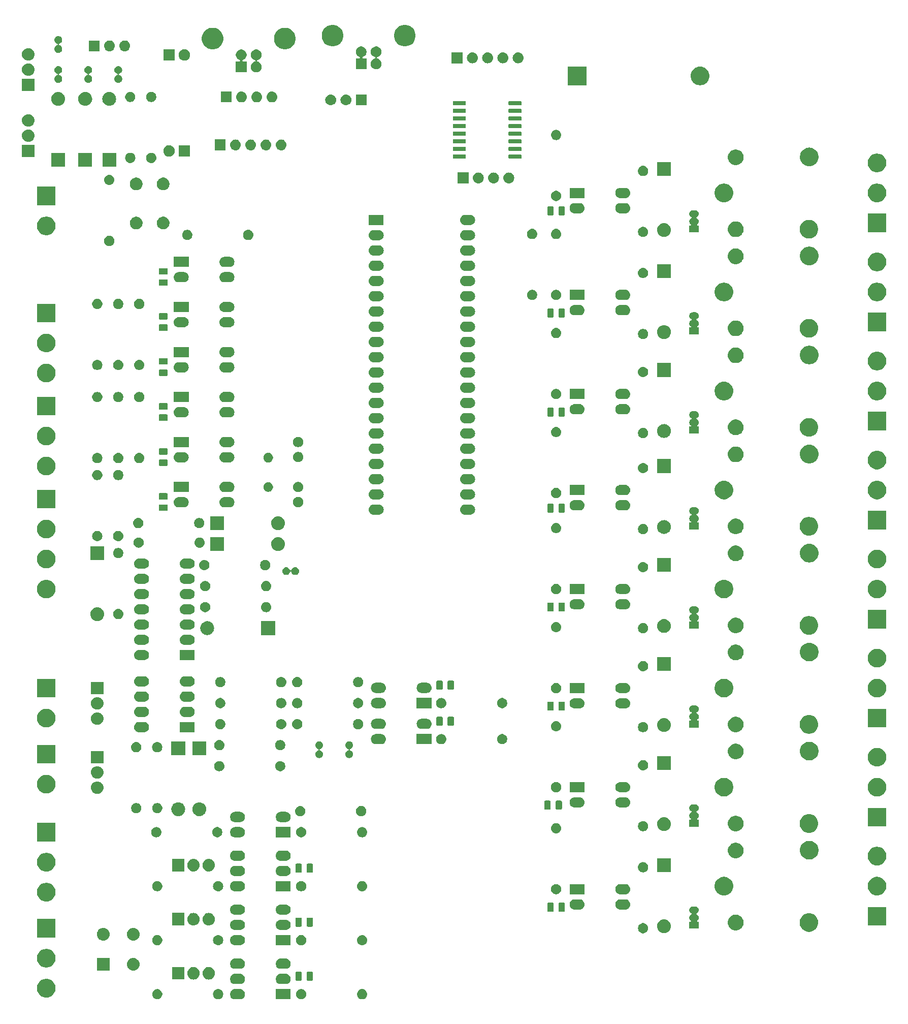
<source format=gbr>
G04 #@! TF.GenerationSoftware,KiCad,Pcbnew,(5.1.4)-1*
G04 #@! TF.CreationDate,2021-06-13T20:18:54-03:00*
G04 #@! TF.ProjectId,_autosave-PLC_Pic18f4550,5f617574-6f73-4617-9665-2d504c435f50,rev?*
G04 #@! TF.SameCoordinates,Original*
G04 #@! TF.FileFunction,Soldermask,Top*
G04 #@! TF.FilePolarity,Negative*
%FSLAX46Y46*%
G04 Gerber Fmt 4.6, Leading zero omitted, Abs format (unit mm)*
G04 Created by KiCad (PCBNEW (5.1.4)-1) date 2021-06-13 20:18:54*
%MOMM*%
%LPD*%
G04 APERTURE LIST*
%ADD10C,0.100000*%
G04 APERTURE END LIST*
D10*
G36*
X124826823Y-181661313D02*
G01*
X124987242Y-181709976D01*
X125054361Y-181745852D01*
X125135078Y-181788996D01*
X125264659Y-181895341D01*
X125371004Y-182024922D01*
X125371005Y-182024924D01*
X125450024Y-182172758D01*
X125498687Y-182333177D01*
X125515117Y-182500000D01*
X125498687Y-182666823D01*
X125450024Y-182827242D01*
X125409477Y-182903100D01*
X125371004Y-182975078D01*
X125264659Y-183104659D01*
X125135078Y-183211004D01*
X125135076Y-183211005D01*
X124987242Y-183290024D01*
X124826823Y-183338687D01*
X124701804Y-183351000D01*
X124618196Y-183351000D01*
X124493177Y-183338687D01*
X124332758Y-183290024D01*
X124184924Y-183211005D01*
X124184922Y-183211004D01*
X124055341Y-183104659D01*
X123948996Y-182975078D01*
X123910523Y-182903100D01*
X123869976Y-182827242D01*
X123821313Y-182666823D01*
X123804883Y-182500000D01*
X123821313Y-182333177D01*
X123869976Y-182172758D01*
X123948995Y-182024924D01*
X123948996Y-182024922D01*
X124055341Y-181895341D01*
X124184922Y-181788996D01*
X124265639Y-181745852D01*
X124332758Y-181709976D01*
X124493177Y-181661313D01*
X124618196Y-181649000D01*
X124701804Y-181649000D01*
X124826823Y-181661313D01*
X124826823Y-181661313D01*
G37*
G36*
X114748228Y-181681703D02*
G01*
X114903100Y-181745853D01*
X115042481Y-181838985D01*
X115161015Y-181957519D01*
X115254147Y-182096900D01*
X115318297Y-182251772D01*
X115351000Y-182416184D01*
X115351000Y-182583816D01*
X115318297Y-182748228D01*
X115254147Y-182903100D01*
X115161015Y-183042481D01*
X115042481Y-183161015D01*
X114903100Y-183254147D01*
X114748228Y-183318297D01*
X114583816Y-183351000D01*
X114416184Y-183351000D01*
X114251772Y-183318297D01*
X114096900Y-183254147D01*
X113957519Y-183161015D01*
X113838985Y-183042481D01*
X113745853Y-182903100D01*
X113681703Y-182748228D01*
X113649000Y-182583816D01*
X113649000Y-182416184D01*
X113681703Y-182251772D01*
X113745853Y-182096900D01*
X113838985Y-181957519D01*
X113957519Y-181838985D01*
X114096900Y-181745853D01*
X114251772Y-181681703D01*
X114416184Y-181649000D01*
X114583816Y-181649000D01*
X114748228Y-181681703D01*
X114748228Y-181681703D01*
G37*
G36*
X104446823Y-181661313D02*
G01*
X104607242Y-181709976D01*
X104674361Y-181745852D01*
X104755078Y-181788996D01*
X104884659Y-181895341D01*
X104991004Y-182024922D01*
X104991005Y-182024924D01*
X105070024Y-182172758D01*
X105118687Y-182333177D01*
X105135117Y-182500000D01*
X105118687Y-182666823D01*
X105070024Y-182827242D01*
X105029477Y-182903100D01*
X104991004Y-182975078D01*
X104884659Y-183104659D01*
X104755078Y-183211004D01*
X104755076Y-183211005D01*
X104607242Y-183290024D01*
X104446823Y-183338687D01*
X104321804Y-183351000D01*
X103438196Y-183351000D01*
X103313177Y-183338687D01*
X103152758Y-183290024D01*
X103004924Y-183211005D01*
X103004922Y-183211004D01*
X102875341Y-183104659D01*
X102768996Y-182975078D01*
X102730523Y-182903100D01*
X102689976Y-182827242D01*
X102641313Y-182666823D01*
X102624883Y-182500000D01*
X102641313Y-182333177D01*
X102689976Y-182172758D01*
X102768995Y-182024924D01*
X102768996Y-182024922D01*
X102875341Y-181895341D01*
X103004922Y-181788996D01*
X103085639Y-181745852D01*
X103152758Y-181709976D01*
X103313177Y-181661313D01*
X103438196Y-181649000D01*
X104321804Y-181649000D01*
X104446823Y-181661313D01*
X104446823Y-181661313D01*
G37*
G36*
X112751000Y-183351000D02*
G01*
X110249000Y-183351000D01*
X110249000Y-181649000D01*
X112751000Y-181649000D01*
X112751000Y-183351000D01*
X112751000Y-183351000D01*
G37*
G36*
X90748228Y-181681703D02*
G01*
X90903100Y-181745853D01*
X91042481Y-181838985D01*
X91161015Y-181957519D01*
X91254147Y-182096900D01*
X91318297Y-182251772D01*
X91351000Y-182416184D01*
X91351000Y-182583816D01*
X91318297Y-182748228D01*
X91254147Y-182903100D01*
X91161015Y-183042481D01*
X91042481Y-183161015D01*
X90903100Y-183254147D01*
X90748228Y-183318297D01*
X90583816Y-183351000D01*
X90416184Y-183351000D01*
X90251772Y-183318297D01*
X90096900Y-183254147D01*
X89957519Y-183161015D01*
X89838985Y-183042481D01*
X89745853Y-182903100D01*
X89681703Y-182748228D01*
X89649000Y-182583816D01*
X89649000Y-182416184D01*
X89681703Y-182251772D01*
X89745853Y-182096900D01*
X89838985Y-181957519D01*
X89957519Y-181838985D01*
X90096900Y-181745853D01*
X90251772Y-181681703D01*
X90416184Y-181649000D01*
X90583816Y-181649000D01*
X90748228Y-181681703D01*
X90748228Y-181681703D01*
G37*
G36*
X100826823Y-181661313D02*
G01*
X100987242Y-181709976D01*
X101054361Y-181745852D01*
X101135078Y-181788996D01*
X101264659Y-181895341D01*
X101371004Y-182024922D01*
X101371005Y-182024924D01*
X101450024Y-182172758D01*
X101498687Y-182333177D01*
X101515117Y-182500000D01*
X101498687Y-182666823D01*
X101450024Y-182827242D01*
X101409477Y-182903100D01*
X101371004Y-182975078D01*
X101264659Y-183104659D01*
X101135078Y-183211004D01*
X101135076Y-183211005D01*
X100987242Y-183290024D01*
X100826823Y-183338687D01*
X100701804Y-183351000D01*
X100618196Y-183351000D01*
X100493177Y-183338687D01*
X100332758Y-183290024D01*
X100184924Y-183211005D01*
X100184922Y-183211004D01*
X100055341Y-183104659D01*
X99948996Y-182975078D01*
X99910523Y-182903100D01*
X99869976Y-182827242D01*
X99821313Y-182666823D01*
X99804883Y-182500000D01*
X99821313Y-182333177D01*
X99869976Y-182172758D01*
X99948995Y-182024924D01*
X99948996Y-182024922D01*
X100055341Y-181895341D01*
X100184922Y-181788996D01*
X100265639Y-181745852D01*
X100332758Y-181709976D01*
X100493177Y-181661313D01*
X100618196Y-181649000D01*
X100701804Y-181649000D01*
X100826823Y-181661313D01*
X100826823Y-181661313D01*
G37*
G36*
X72208061Y-179960000D02*
G01*
X72452410Y-180008604D01*
X72734674Y-180125521D01*
X72988705Y-180295259D01*
X73204741Y-180511295D01*
X73374479Y-180765326D01*
X73491396Y-181047590D01*
X73491396Y-181047591D01*
X73551000Y-181347239D01*
X73551000Y-181652761D01*
X73539619Y-181709975D01*
X73491396Y-181952410D01*
X73374479Y-182234674D01*
X73204741Y-182488705D01*
X72988705Y-182704741D01*
X72734674Y-182874479D01*
X72452410Y-182991396D01*
X72302585Y-183021198D01*
X72152761Y-183051000D01*
X71847239Y-183051000D01*
X71697415Y-183021198D01*
X71547590Y-182991396D01*
X71265326Y-182874479D01*
X71011295Y-182704741D01*
X70795259Y-182488705D01*
X70625521Y-182234674D01*
X70508604Y-181952410D01*
X70460381Y-181709975D01*
X70449000Y-181652761D01*
X70449000Y-181347239D01*
X70508604Y-181047591D01*
X70508604Y-181047590D01*
X70625521Y-180765326D01*
X70795259Y-180511295D01*
X71011295Y-180295259D01*
X71265326Y-180125521D01*
X71547590Y-180008604D01*
X71791939Y-179960000D01*
X71847239Y-179949000D01*
X72152761Y-179949000D01*
X72208061Y-179960000D01*
X72208061Y-179960000D01*
G37*
G36*
X104446823Y-179121313D02*
G01*
X104607242Y-179169976D01*
X104739906Y-179240886D01*
X104755078Y-179248996D01*
X104884659Y-179355341D01*
X104991004Y-179484922D01*
X104991005Y-179484924D01*
X105070024Y-179632758D01*
X105118687Y-179793177D01*
X105135117Y-179960000D01*
X105118687Y-180126823D01*
X105070024Y-180287242D01*
X105065738Y-180295260D01*
X104991004Y-180435078D01*
X104884659Y-180564659D01*
X104755078Y-180671004D01*
X104755076Y-180671005D01*
X104607242Y-180750024D01*
X104446823Y-180798687D01*
X104321804Y-180811000D01*
X103438196Y-180811000D01*
X103313177Y-180798687D01*
X103152758Y-180750024D01*
X103004924Y-180671005D01*
X103004922Y-180671004D01*
X102875341Y-180564659D01*
X102768996Y-180435078D01*
X102694262Y-180295260D01*
X102689976Y-180287242D01*
X102641313Y-180126823D01*
X102624883Y-179960000D01*
X102641313Y-179793177D01*
X102689976Y-179632758D01*
X102768995Y-179484924D01*
X102768996Y-179484922D01*
X102875341Y-179355341D01*
X103004922Y-179248996D01*
X103020094Y-179240886D01*
X103152758Y-179169976D01*
X103313177Y-179121313D01*
X103438196Y-179109000D01*
X104321804Y-179109000D01*
X104446823Y-179121313D01*
X104446823Y-179121313D01*
G37*
G36*
X112066823Y-179121313D02*
G01*
X112227242Y-179169976D01*
X112359906Y-179240886D01*
X112375078Y-179248996D01*
X112504659Y-179355341D01*
X112611004Y-179484922D01*
X112611005Y-179484924D01*
X112690024Y-179632758D01*
X112738687Y-179793177D01*
X112755117Y-179960000D01*
X112738687Y-180126823D01*
X112690024Y-180287242D01*
X112685738Y-180295260D01*
X112611004Y-180435078D01*
X112504659Y-180564659D01*
X112375078Y-180671004D01*
X112375076Y-180671005D01*
X112227242Y-180750024D01*
X112066823Y-180798687D01*
X111941804Y-180811000D01*
X111058196Y-180811000D01*
X110933177Y-180798687D01*
X110772758Y-180750024D01*
X110624924Y-180671005D01*
X110624922Y-180671004D01*
X110495341Y-180564659D01*
X110388996Y-180435078D01*
X110314262Y-180295260D01*
X110309976Y-180287242D01*
X110261313Y-180126823D01*
X110244883Y-179960000D01*
X110261313Y-179793177D01*
X110309976Y-179632758D01*
X110388995Y-179484924D01*
X110388996Y-179484922D01*
X110495341Y-179355341D01*
X110624922Y-179248996D01*
X110640094Y-179240886D01*
X110772758Y-179169976D01*
X110933177Y-179121313D01*
X111058196Y-179109000D01*
X111941804Y-179109000D01*
X112066823Y-179121313D01*
X112066823Y-179121313D01*
G37*
G36*
X116309468Y-178753565D02*
G01*
X116348138Y-178765296D01*
X116383777Y-178784346D01*
X116415017Y-178809983D01*
X116440654Y-178841223D01*
X116459704Y-178876862D01*
X116471435Y-178915532D01*
X116476000Y-178961888D01*
X116476000Y-180038112D01*
X116471435Y-180084468D01*
X116459704Y-180123138D01*
X116440654Y-180158777D01*
X116415017Y-180190017D01*
X116383777Y-180215654D01*
X116348138Y-180234704D01*
X116309468Y-180246435D01*
X116263112Y-180251000D01*
X115611888Y-180251000D01*
X115565532Y-180246435D01*
X115526862Y-180234704D01*
X115491223Y-180215654D01*
X115459983Y-180190017D01*
X115434346Y-180158777D01*
X115415296Y-180123138D01*
X115403565Y-180084468D01*
X115399000Y-180038112D01*
X115399000Y-178961888D01*
X115403565Y-178915532D01*
X115415296Y-178876862D01*
X115434346Y-178841223D01*
X115459983Y-178809983D01*
X115491223Y-178784346D01*
X115526862Y-178765296D01*
X115565532Y-178753565D01*
X115611888Y-178749000D01*
X116263112Y-178749000D01*
X116309468Y-178753565D01*
X116309468Y-178753565D01*
G37*
G36*
X114434468Y-178753565D02*
G01*
X114473138Y-178765296D01*
X114508777Y-178784346D01*
X114540017Y-178809983D01*
X114565654Y-178841223D01*
X114584704Y-178876862D01*
X114596435Y-178915532D01*
X114601000Y-178961888D01*
X114601000Y-180038112D01*
X114596435Y-180084468D01*
X114584704Y-180123138D01*
X114565654Y-180158777D01*
X114540017Y-180190017D01*
X114508777Y-180215654D01*
X114473138Y-180234704D01*
X114434468Y-180246435D01*
X114388112Y-180251000D01*
X113736888Y-180251000D01*
X113690532Y-180246435D01*
X113651862Y-180234704D01*
X113616223Y-180215654D01*
X113584983Y-180190017D01*
X113559346Y-180158777D01*
X113540296Y-180123138D01*
X113528565Y-180084468D01*
X113524000Y-180038112D01*
X113524000Y-178961888D01*
X113528565Y-178915532D01*
X113540296Y-178876862D01*
X113559346Y-178841223D01*
X113584983Y-178809983D01*
X113616223Y-178784346D01*
X113651862Y-178765296D01*
X113690532Y-178753565D01*
X113736888Y-178749000D01*
X114388112Y-178749000D01*
X114434468Y-178753565D01*
X114434468Y-178753565D01*
G37*
G36*
X99276719Y-177963520D02*
G01*
X99465880Y-178020901D01*
X99465883Y-178020902D01*
X99522192Y-178051000D01*
X99640212Y-178114083D01*
X99793015Y-178239485D01*
X99918417Y-178392288D01*
X100011599Y-178566619D01*
X100068980Y-178755780D01*
X100083500Y-178903206D01*
X100083500Y-179096793D01*
X100068980Y-179244219D01*
X100011599Y-179433380D01*
X100011598Y-179433383D01*
X99962182Y-179525833D01*
X99918417Y-179607712D01*
X99793015Y-179760515D01*
X99640212Y-179885917D01*
X99465881Y-179979099D01*
X99276720Y-180036480D01*
X99080000Y-180055855D01*
X98883281Y-180036480D01*
X98694120Y-179979099D01*
X98519788Y-179885917D01*
X98366985Y-179760515D01*
X98241583Y-179607712D01*
X98148401Y-179433381D01*
X98091020Y-179244220D01*
X98076500Y-179096794D01*
X98076500Y-178903207D01*
X98091020Y-178755781D01*
X98148401Y-178566620D01*
X98148402Y-178566617D01*
X98197818Y-178474167D01*
X98241583Y-178392288D01*
X98366985Y-178239485D01*
X98519788Y-178114083D01*
X98694119Y-178020901D01*
X98883280Y-177963520D01*
X99080000Y-177944145D01*
X99276719Y-177963520D01*
X99276719Y-177963520D01*
G37*
G36*
X96736719Y-177963520D02*
G01*
X96925880Y-178020901D01*
X96925883Y-178020902D01*
X96982192Y-178051000D01*
X97100212Y-178114083D01*
X97253015Y-178239485D01*
X97378417Y-178392288D01*
X97471599Y-178566619D01*
X97528980Y-178755780D01*
X97543500Y-178903206D01*
X97543500Y-179096793D01*
X97528980Y-179244219D01*
X97471599Y-179433380D01*
X97471598Y-179433383D01*
X97422182Y-179525833D01*
X97378417Y-179607712D01*
X97253015Y-179760515D01*
X97100212Y-179885917D01*
X96925881Y-179979099D01*
X96736720Y-180036480D01*
X96540000Y-180055855D01*
X96343281Y-180036480D01*
X96154120Y-179979099D01*
X95979788Y-179885917D01*
X95826985Y-179760515D01*
X95701583Y-179607712D01*
X95608401Y-179433381D01*
X95551020Y-179244220D01*
X95536500Y-179096794D01*
X95536500Y-178903207D01*
X95551020Y-178755781D01*
X95608401Y-178566620D01*
X95608402Y-178566617D01*
X95657818Y-178474167D01*
X95701583Y-178392288D01*
X95826985Y-178239485D01*
X95979788Y-178114083D01*
X96154119Y-178020901D01*
X96343280Y-177963520D01*
X96540000Y-177944145D01*
X96736719Y-177963520D01*
X96736719Y-177963520D01*
G37*
G36*
X95003500Y-180051000D02*
G01*
X92996500Y-180051000D01*
X92996500Y-177949000D01*
X95003500Y-177949000D01*
X95003500Y-180051000D01*
X95003500Y-180051000D01*
G37*
G36*
X82551000Y-178551000D02*
G01*
X80449000Y-178551000D01*
X80449000Y-176449000D01*
X82551000Y-176449000D01*
X82551000Y-178551000D01*
X82551000Y-178551000D01*
G37*
G36*
X86603097Y-176454069D02*
G01*
X86706032Y-176464207D01*
X86904146Y-176524305D01*
X86904149Y-176524306D01*
X86987765Y-176569000D01*
X87086729Y-176621897D01*
X87246765Y-176753235D01*
X87378103Y-176913271D01*
X87399023Y-176952410D01*
X87475694Y-177095851D01*
X87475695Y-177095854D01*
X87535793Y-177293968D01*
X87556085Y-177500000D01*
X87535793Y-177706032D01*
X87478446Y-177895076D01*
X87475694Y-177904149D01*
X87443959Y-177963520D01*
X87378103Y-178086729D01*
X87246765Y-178246765D01*
X87086729Y-178378103D01*
X87000975Y-178423939D01*
X86904149Y-178475694D01*
X86904146Y-178475695D01*
X86706032Y-178535793D01*
X86603097Y-178545931D01*
X86551631Y-178551000D01*
X86448369Y-178551000D01*
X86396903Y-178545931D01*
X86293968Y-178535793D01*
X86095854Y-178475695D01*
X86095851Y-178475694D01*
X85999025Y-178423939D01*
X85913271Y-178378103D01*
X85753235Y-178246765D01*
X85621897Y-178086729D01*
X85556041Y-177963520D01*
X85524306Y-177904149D01*
X85521554Y-177895076D01*
X85464207Y-177706032D01*
X85443915Y-177500000D01*
X85464207Y-177293968D01*
X85524305Y-177095854D01*
X85524306Y-177095851D01*
X85600977Y-176952410D01*
X85621897Y-176913271D01*
X85753235Y-176753235D01*
X85913271Y-176621897D01*
X86012235Y-176569000D01*
X86095851Y-176524306D01*
X86095854Y-176524305D01*
X86293968Y-176464207D01*
X86396903Y-176454069D01*
X86448369Y-176449000D01*
X86551631Y-176449000D01*
X86603097Y-176454069D01*
X86603097Y-176454069D01*
G37*
G36*
X112066823Y-176581313D02*
G01*
X112227242Y-176629976D01*
X112359906Y-176700886D01*
X112375078Y-176708996D01*
X112504659Y-176815341D01*
X112611004Y-176944922D01*
X112611005Y-176944924D01*
X112690024Y-177092758D01*
X112738687Y-177253177D01*
X112755117Y-177420000D01*
X112738687Y-177586823D01*
X112690024Y-177747242D01*
X112622014Y-177874479D01*
X112611004Y-177895078D01*
X112504659Y-178024659D01*
X112375078Y-178131004D01*
X112375076Y-178131005D01*
X112227242Y-178210024D01*
X112066823Y-178258687D01*
X111941804Y-178271000D01*
X111058196Y-178271000D01*
X110933177Y-178258687D01*
X110772758Y-178210024D01*
X110624924Y-178131005D01*
X110624922Y-178131004D01*
X110495341Y-178024659D01*
X110388996Y-177895078D01*
X110377986Y-177874479D01*
X110309976Y-177747242D01*
X110261313Y-177586823D01*
X110244883Y-177420000D01*
X110261313Y-177253177D01*
X110309976Y-177092758D01*
X110388995Y-176944924D01*
X110388996Y-176944922D01*
X110495341Y-176815341D01*
X110624922Y-176708996D01*
X110640094Y-176700886D01*
X110772758Y-176629976D01*
X110933177Y-176581313D01*
X111058196Y-176569000D01*
X111941804Y-176569000D01*
X112066823Y-176581313D01*
X112066823Y-176581313D01*
G37*
G36*
X104446823Y-176581313D02*
G01*
X104607242Y-176629976D01*
X104739906Y-176700886D01*
X104755078Y-176708996D01*
X104884659Y-176815341D01*
X104991004Y-176944922D01*
X104991005Y-176944924D01*
X105070024Y-177092758D01*
X105118687Y-177253177D01*
X105135117Y-177420000D01*
X105118687Y-177586823D01*
X105070024Y-177747242D01*
X105002014Y-177874479D01*
X104991004Y-177895078D01*
X104884659Y-178024659D01*
X104755078Y-178131004D01*
X104755076Y-178131005D01*
X104607242Y-178210024D01*
X104446823Y-178258687D01*
X104321804Y-178271000D01*
X103438196Y-178271000D01*
X103313177Y-178258687D01*
X103152758Y-178210024D01*
X103004924Y-178131005D01*
X103004922Y-178131004D01*
X102875341Y-178024659D01*
X102768996Y-177895078D01*
X102757986Y-177874479D01*
X102689976Y-177747242D01*
X102641313Y-177586823D01*
X102624883Y-177420000D01*
X102641313Y-177253177D01*
X102689976Y-177092758D01*
X102768995Y-176944924D01*
X102768996Y-176944922D01*
X102875341Y-176815341D01*
X103004922Y-176708996D01*
X103020094Y-176700886D01*
X103152758Y-176629976D01*
X103313177Y-176581313D01*
X103438196Y-176569000D01*
X104321804Y-176569000D01*
X104446823Y-176581313D01*
X104446823Y-176581313D01*
G37*
G36*
X72302585Y-174978802D02*
G01*
X72452410Y-175008604D01*
X72734674Y-175125521D01*
X72988705Y-175295259D01*
X73204741Y-175511295D01*
X73374479Y-175765326D01*
X73491396Y-176047590D01*
X73551000Y-176347240D01*
X73551000Y-176652760D01*
X73491396Y-176952410D01*
X73374479Y-177234674D01*
X73204741Y-177488705D01*
X72988705Y-177704741D01*
X72734674Y-177874479D01*
X72452410Y-177991396D01*
X72304078Y-178020901D01*
X72152761Y-178051000D01*
X71847239Y-178051000D01*
X71695922Y-178020901D01*
X71547590Y-177991396D01*
X71265326Y-177874479D01*
X71011295Y-177704741D01*
X70795259Y-177488705D01*
X70625521Y-177234674D01*
X70508604Y-176952410D01*
X70449000Y-176652760D01*
X70449000Y-176347240D01*
X70508604Y-176047590D01*
X70625521Y-175765326D01*
X70795259Y-175511295D01*
X71011295Y-175295259D01*
X71265326Y-175125521D01*
X71547590Y-175008604D01*
X71697415Y-174978802D01*
X71847239Y-174949000D01*
X72152761Y-174949000D01*
X72302585Y-174978802D01*
X72302585Y-174978802D01*
G37*
G36*
X104446823Y-172661313D02*
G01*
X104577380Y-172700917D01*
X104594241Y-172706032D01*
X104607242Y-172709976D01*
X104674361Y-172745852D01*
X104755078Y-172788996D01*
X104884659Y-172895341D01*
X104991004Y-173024922D01*
X104991005Y-173024924D01*
X105070024Y-173172758D01*
X105118687Y-173333177D01*
X105135117Y-173500000D01*
X105118687Y-173666823D01*
X105070024Y-173827242D01*
X105029477Y-173903100D01*
X104991004Y-173975078D01*
X104884659Y-174104659D01*
X104755078Y-174211004D01*
X104755076Y-174211005D01*
X104607242Y-174290024D01*
X104446823Y-174338687D01*
X104321804Y-174351000D01*
X103438196Y-174351000D01*
X103313177Y-174338687D01*
X103152758Y-174290024D01*
X103004924Y-174211005D01*
X103004922Y-174211004D01*
X102875341Y-174104659D01*
X102768996Y-173975078D01*
X102730523Y-173903100D01*
X102689976Y-173827242D01*
X102641313Y-173666823D01*
X102624883Y-173500000D01*
X102641313Y-173333177D01*
X102689976Y-173172758D01*
X102768995Y-173024924D01*
X102768996Y-173024922D01*
X102875341Y-172895341D01*
X103004922Y-172788996D01*
X103085639Y-172745852D01*
X103152758Y-172709976D01*
X103165760Y-172706032D01*
X103182620Y-172700917D01*
X103313177Y-172661313D01*
X103438196Y-172649000D01*
X104321804Y-172649000D01*
X104446823Y-172661313D01*
X104446823Y-172661313D01*
G37*
G36*
X114748228Y-172681703D02*
G01*
X114903100Y-172745853D01*
X115042481Y-172838985D01*
X115161015Y-172957519D01*
X115254147Y-173096900D01*
X115318297Y-173251772D01*
X115351000Y-173416184D01*
X115351000Y-173583816D01*
X115318297Y-173748228D01*
X115254147Y-173903100D01*
X115161015Y-174042481D01*
X115042481Y-174161015D01*
X114903100Y-174254147D01*
X114748228Y-174318297D01*
X114583816Y-174351000D01*
X114416184Y-174351000D01*
X114251772Y-174318297D01*
X114096900Y-174254147D01*
X113957519Y-174161015D01*
X113838985Y-174042481D01*
X113745853Y-173903100D01*
X113681703Y-173748228D01*
X113649000Y-173583816D01*
X113649000Y-173416184D01*
X113681703Y-173251772D01*
X113745853Y-173096900D01*
X113838985Y-172957519D01*
X113957519Y-172838985D01*
X114096900Y-172745853D01*
X114251772Y-172681703D01*
X114416184Y-172649000D01*
X114583816Y-172649000D01*
X114748228Y-172681703D01*
X114748228Y-172681703D01*
G37*
G36*
X90748228Y-172681703D02*
G01*
X90903100Y-172745853D01*
X91042481Y-172838985D01*
X91161015Y-172957519D01*
X91254147Y-173096900D01*
X91318297Y-173251772D01*
X91351000Y-173416184D01*
X91351000Y-173583816D01*
X91318297Y-173748228D01*
X91254147Y-173903100D01*
X91161015Y-174042481D01*
X91042481Y-174161015D01*
X90903100Y-174254147D01*
X90748228Y-174318297D01*
X90583816Y-174351000D01*
X90416184Y-174351000D01*
X90251772Y-174318297D01*
X90096900Y-174254147D01*
X89957519Y-174161015D01*
X89838985Y-174042481D01*
X89745853Y-173903100D01*
X89681703Y-173748228D01*
X89649000Y-173583816D01*
X89649000Y-173416184D01*
X89681703Y-173251772D01*
X89745853Y-173096900D01*
X89838985Y-172957519D01*
X89957519Y-172838985D01*
X90096900Y-172745853D01*
X90251772Y-172681703D01*
X90416184Y-172649000D01*
X90583816Y-172649000D01*
X90748228Y-172681703D01*
X90748228Y-172681703D01*
G37*
G36*
X100826823Y-172661313D02*
G01*
X100957380Y-172700917D01*
X100974241Y-172706032D01*
X100987242Y-172709976D01*
X101054361Y-172745852D01*
X101135078Y-172788996D01*
X101264659Y-172895341D01*
X101371004Y-173024922D01*
X101371005Y-173024924D01*
X101450024Y-173172758D01*
X101498687Y-173333177D01*
X101515117Y-173500000D01*
X101498687Y-173666823D01*
X101450024Y-173827242D01*
X101409477Y-173903100D01*
X101371004Y-173975078D01*
X101264659Y-174104659D01*
X101135078Y-174211004D01*
X101135076Y-174211005D01*
X100987242Y-174290024D01*
X100826823Y-174338687D01*
X100701804Y-174351000D01*
X100618196Y-174351000D01*
X100493177Y-174338687D01*
X100332758Y-174290024D01*
X100184924Y-174211005D01*
X100184922Y-174211004D01*
X100055341Y-174104659D01*
X99948996Y-173975078D01*
X99910523Y-173903100D01*
X99869976Y-173827242D01*
X99821313Y-173666823D01*
X99804883Y-173500000D01*
X99821313Y-173333177D01*
X99869976Y-173172758D01*
X99948995Y-173024924D01*
X99948996Y-173024922D01*
X100055341Y-172895341D01*
X100184922Y-172788996D01*
X100265639Y-172745852D01*
X100332758Y-172709976D01*
X100345760Y-172706032D01*
X100362620Y-172700917D01*
X100493177Y-172661313D01*
X100618196Y-172649000D01*
X100701804Y-172649000D01*
X100826823Y-172661313D01*
X100826823Y-172661313D01*
G37*
G36*
X112751000Y-174351000D02*
G01*
X110249000Y-174351000D01*
X110249000Y-172649000D01*
X112751000Y-172649000D01*
X112751000Y-174351000D01*
X112751000Y-174351000D01*
G37*
G36*
X124826823Y-172661313D02*
G01*
X124957380Y-172700917D01*
X124974241Y-172706032D01*
X124987242Y-172709976D01*
X125054361Y-172745852D01*
X125135078Y-172788996D01*
X125264659Y-172895341D01*
X125371004Y-173024922D01*
X125371005Y-173024924D01*
X125450024Y-173172758D01*
X125498687Y-173333177D01*
X125515117Y-173500000D01*
X125498687Y-173666823D01*
X125450024Y-173827242D01*
X125409477Y-173903100D01*
X125371004Y-173975078D01*
X125264659Y-174104659D01*
X125135078Y-174211004D01*
X125135076Y-174211005D01*
X124987242Y-174290024D01*
X124826823Y-174338687D01*
X124701804Y-174351000D01*
X124618196Y-174351000D01*
X124493177Y-174338687D01*
X124332758Y-174290024D01*
X124184924Y-174211005D01*
X124184922Y-174211004D01*
X124055341Y-174104659D01*
X123948996Y-173975078D01*
X123910523Y-173903100D01*
X123869976Y-173827242D01*
X123821313Y-173666823D01*
X123804883Y-173500000D01*
X123821313Y-173333177D01*
X123869976Y-173172758D01*
X123948995Y-173024924D01*
X123948996Y-173024922D01*
X124055341Y-172895341D01*
X124184922Y-172788996D01*
X124265639Y-172745852D01*
X124332758Y-172709976D01*
X124345760Y-172706032D01*
X124362620Y-172700917D01*
X124493177Y-172661313D01*
X124618196Y-172649000D01*
X124701804Y-172649000D01*
X124826823Y-172661313D01*
X124826823Y-172661313D01*
G37*
G36*
X86603097Y-171454069D02*
G01*
X86706032Y-171464207D01*
X86904146Y-171524305D01*
X86904149Y-171524306D01*
X86931087Y-171538705D01*
X87086729Y-171621897D01*
X87246765Y-171753235D01*
X87378103Y-171913271D01*
X87412604Y-171977818D01*
X87475694Y-172095851D01*
X87475695Y-172095854D01*
X87535793Y-172293968D01*
X87556085Y-172500000D01*
X87535793Y-172706032D01*
X87478366Y-172895341D01*
X87475694Y-172904149D01*
X87447167Y-172957519D01*
X87378103Y-173086729D01*
X87246765Y-173246765D01*
X87086729Y-173378103D01*
X87015484Y-173416184D01*
X86904149Y-173475694D01*
X86904146Y-173475695D01*
X86706032Y-173535793D01*
X86603097Y-173545931D01*
X86551631Y-173551000D01*
X86448369Y-173551000D01*
X86396903Y-173545931D01*
X86293968Y-173535793D01*
X86095854Y-173475695D01*
X86095851Y-173475694D01*
X85984516Y-173416184D01*
X85913271Y-173378103D01*
X85753235Y-173246765D01*
X85621897Y-173086729D01*
X85552833Y-172957519D01*
X85524306Y-172904149D01*
X85521634Y-172895341D01*
X85464207Y-172706032D01*
X85443915Y-172500000D01*
X85464207Y-172293968D01*
X85524305Y-172095854D01*
X85524306Y-172095851D01*
X85587396Y-171977818D01*
X85621897Y-171913271D01*
X85753235Y-171753235D01*
X85913271Y-171621897D01*
X86068913Y-171538705D01*
X86095851Y-171524306D01*
X86095854Y-171524305D01*
X86293968Y-171464207D01*
X86396903Y-171454069D01*
X86448369Y-171449000D01*
X86551631Y-171449000D01*
X86603097Y-171454069D01*
X86603097Y-171454069D01*
G37*
G36*
X81603097Y-171454069D02*
G01*
X81706032Y-171464207D01*
X81904146Y-171524305D01*
X81904149Y-171524306D01*
X81931087Y-171538705D01*
X82086729Y-171621897D01*
X82246765Y-171753235D01*
X82378103Y-171913271D01*
X82412604Y-171977818D01*
X82475694Y-172095851D01*
X82475695Y-172095854D01*
X82535793Y-172293968D01*
X82556085Y-172500000D01*
X82535793Y-172706032D01*
X82478366Y-172895341D01*
X82475694Y-172904149D01*
X82447167Y-172957519D01*
X82378103Y-173086729D01*
X82246765Y-173246765D01*
X82086729Y-173378103D01*
X82015484Y-173416184D01*
X81904149Y-173475694D01*
X81904146Y-173475695D01*
X81706032Y-173535793D01*
X81603097Y-173545931D01*
X81551631Y-173551000D01*
X81448369Y-173551000D01*
X81396903Y-173545931D01*
X81293968Y-173535793D01*
X81095854Y-173475695D01*
X81095851Y-173475694D01*
X80984516Y-173416184D01*
X80913271Y-173378103D01*
X80753235Y-173246765D01*
X80621897Y-173086729D01*
X80552833Y-172957519D01*
X80524306Y-172904149D01*
X80521634Y-172895341D01*
X80464207Y-172706032D01*
X80443915Y-172500000D01*
X80464207Y-172293968D01*
X80524305Y-172095854D01*
X80524306Y-172095851D01*
X80587396Y-171977818D01*
X80621897Y-171913271D01*
X80753235Y-171753235D01*
X80913271Y-171621897D01*
X81068913Y-171538705D01*
X81095851Y-171524306D01*
X81095854Y-171524305D01*
X81293968Y-171464207D01*
X81396903Y-171454069D01*
X81448369Y-171449000D01*
X81551631Y-171449000D01*
X81603097Y-171454069D01*
X81603097Y-171454069D01*
G37*
G36*
X73551000Y-173051000D02*
G01*
X70449000Y-173051000D01*
X70449000Y-169949000D01*
X73551000Y-169949000D01*
X73551000Y-173051000D01*
X73551000Y-173051000D01*
G37*
G36*
X171748228Y-170681703D02*
G01*
X171903100Y-170745853D01*
X172042481Y-170838985D01*
X172161015Y-170957519D01*
X172254147Y-171096900D01*
X172318297Y-171251772D01*
X172351000Y-171416184D01*
X172351000Y-171583816D01*
X172318297Y-171748228D01*
X172254147Y-171903100D01*
X172161015Y-172042481D01*
X172042481Y-172161015D01*
X171903100Y-172254147D01*
X171748228Y-172318297D01*
X171583816Y-172351000D01*
X171416184Y-172351000D01*
X171251772Y-172318297D01*
X171096900Y-172254147D01*
X170957519Y-172161015D01*
X170838985Y-172042481D01*
X170745853Y-171903100D01*
X170681703Y-171748228D01*
X170649000Y-171583816D01*
X170649000Y-171416184D01*
X170681703Y-171251772D01*
X170745853Y-171096900D01*
X170838985Y-170957519D01*
X170957519Y-170838985D01*
X171096900Y-170745853D01*
X171251772Y-170681703D01*
X171416184Y-170649000D01*
X171583816Y-170649000D01*
X171748228Y-170681703D01*
X171748228Y-170681703D01*
G37*
G36*
X175169271Y-170020103D02*
G01*
X175225635Y-170025654D01*
X175442600Y-170091470D01*
X175442602Y-170091471D01*
X175642555Y-170198347D01*
X175817818Y-170342182D01*
X175961653Y-170517445D01*
X176047544Y-170678137D01*
X176068530Y-170717400D01*
X176134346Y-170934365D01*
X176156569Y-171160000D01*
X176134346Y-171385635D01*
X176087913Y-171538704D01*
X176068529Y-171602602D01*
X175961653Y-171802555D01*
X175817818Y-171977818D01*
X175642555Y-172121653D01*
X175442602Y-172228529D01*
X175442600Y-172228530D01*
X175225635Y-172294346D01*
X175169271Y-172299897D01*
X175056545Y-172311000D01*
X174943455Y-172311000D01*
X174830729Y-172299897D01*
X174774365Y-172294346D01*
X174557400Y-172228530D01*
X174557398Y-172228529D01*
X174357445Y-172121653D01*
X174182182Y-171977818D01*
X174038347Y-171802555D01*
X173931471Y-171602602D01*
X173912088Y-171538704D01*
X173865654Y-171385635D01*
X173843431Y-171160000D01*
X173865654Y-170934365D01*
X173931470Y-170717400D01*
X173952456Y-170678137D01*
X174038347Y-170517445D01*
X174182182Y-170342182D01*
X174357445Y-170198347D01*
X174557398Y-170091471D01*
X174557400Y-170091470D01*
X174774365Y-170025654D01*
X174830729Y-170020103D01*
X174943455Y-170009000D01*
X175056545Y-170009000D01*
X175169271Y-170020103D01*
X175169271Y-170020103D01*
G37*
G36*
X199386722Y-169015701D02*
G01*
X199602410Y-169058604D01*
X199884674Y-169175521D01*
X200138705Y-169345259D01*
X200354741Y-169561295D01*
X200524479Y-169815326D01*
X200641396Y-170097590D01*
X200646115Y-170121313D01*
X200701000Y-170397239D01*
X200701000Y-170702761D01*
X200692428Y-170745853D01*
X200641396Y-171002410D01*
X200524479Y-171284674D01*
X200354741Y-171538705D01*
X200138705Y-171754741D01*
X199884674Y-171924479D01*
X199602410Y-172041396D01*
X199452585Y-172071198D01*
X199302761Y-172101000D01*
X198997239Y-172101000D01*
X198847415Y-172071198D01*
X198697590Y-172041396D01*
X198415326Y-171924479D01*
X198161295Y-171754741D01*
X197945259Y-171538705D01*
X197775521Y-171284674D01*
X197658604Y-171002410D01*
X197607572Y-170745853D01*
X197599000Y-170702761D01*
X197599000Y-170397239D01*
X197653885Y-170121313D01*
X197658604Y-170097590D01*
X197775521Y-169815326D01*
X197945259Y-169561295D01*
X198161295Y-169345259D01*
X198415326Y-169175521D01*
X198697590Y-169058604D01*
X198913278Y-169015701D01*
X198997239Y-168999000D01*
X199302761Y-168999000D01*
X199386722Y-169015701D01*
X199386722Y-169015701D01*
G37*
G36*
X187329487Y-169298996D02*
G01*
X187566253Y-169397068D01*
X187566255Y-169397069D01*
X187779339Y-169539447D01*
X187960553Y-169720661D01*
X188090548Y-169915212D01*
X188102932Y-169933747D01*
X188201004Y-170170513D01*
X188251000Y-170421861D01*
X188251000Y-170678139D01*
X188201004Y-170929487D01*
X188105522Y-171160000D01*
X188102931Y-171166255D01*
X187960553Y-171379339D01*
X187779339Y-171560553D01*
X187566255Y-171702931D01*
X187566254Y-171702932D01*
X187566253Y-171702932D01*
X187329487Y-171801004D01*
X187078139Y-171851000D01*
X186821861Y-171851000D01*
X186570513Y-171801004D01*
X186333747Y-171702932D01*
X186333746Y-171702932D01*
X186333745Y-171702931D01*
X186120661Y-171560553D01*
X185939447Y-171379339D01*
X185797069Y-171166255D01*
X185794478Y-171160000D01*
X185698996Y-170929487D01*
X185649000Y-170678139D01*
X185649000Y-170421861D01*
X185698996Y-170170513D01*
X185797068Y-169933747D01*
X185809453Y-169915212D01*
X185939447Y-169720661D01*
X186120661Y-169539447D01*
X186333745Y-169397069D01*
X186333747Y-169397068D01*
X186570513Y-169298996D01*
X186821861Y-169249000D01*
X187078139Y-169249000D01*
X187329487Y-169298996D01*
X187329487Y-169298996D01*
G37*
G36*
X112066823Y-170121313D02*
G01*
X112227242Y-170169976D01*
X112338706Y-170229555D01*
X112375078Y-170248996D01*
X112504659Y-170355341D01*
X112611004Y-170484922D01*
X112611005Y-170484924D01*
X112690024Y-170632758D01*
X112738687Y-170793177D01*
X112755117Y-170960000D01*
X112738687Y-171126823D01*
X112690024Y-171287242D01*
X112640797Y-171379339D01*
X112611004Y-171435078D01*
X112504659Y-171564659D01*
X112375078Y-171671004D01*
X112375076Y-171671005D01*
X112227242Y-171750024D01*
X112066823Y-171798687D01*
X111941804Y-171811000D01*
X111058196Y-171811000D01*
X110933177Y-171798687D01*
X110772758Y-171750024D01*
X110624924Y-171671005D01*
X110624922Y-171671004D01*
X110495341Y-171564659D01*
X110388996Y-171435078D01*
X110359203Y-171379339D01*
X110309976Y-171287242D01*
X110261313Y-171126823D01*
X110244883Y-170960000D01*
X110261313Y-170793177D01*
X110309976Y-170632758D01*
X110388995Y-170484924D01*
X110388996Y-170484922D01*
X110495341Y-170355341D01*
X110624922Y-170248996D01*
X110661294Y-170229555D01*
X110772758Y-170169976D01*
X110933177Y-170121313D01*
X111058196Y-170109000D01*
X111941804Y-170109000D01*
X112066823Y-170121313D01*
X112066823Y-170121313D01*
G37*
G36*
X104446823Y-170121313D02*
G01*
X104607242Y-170169976D01*
X104718706Y-170229555D01*
X104755078Y-170248996D01*
X104884659Y-170355341D01*
X104991004Y-170484922D01*
X104991005Y-170484924D01*
X105070024Y-170632758D01*
X105118687Y-170793177D01*
X105135117Y-170960000D01*
X105118687Y-171126823D01*
X105070024Y-171287242D01*
X105020797Y-171379339D01*
X104991004Y-171435078D01*
X104884659Y-171564659D01*
X104755078Y-171671004D01*
X104755076Y-171671005D01*
X104607242Y-171750024D01*
X104446823Y-171798687D01*
X104321804Y-171811000D01*
X103438196Y-171811000D01*
X103313177Y-171798687D01*
X103152758Y-171750024D01*
X103004924Y-171671005D01*
X103004922Y-171671004D01*
X102875341Y-171564659D01*
X102768996Y-171435078D01*
X102739203Y-171379339D01*
X102689976Y-171287242D01*
X102641313Y-171126823D01*
X102624883Y-170960000D01*
X102641313Y-170793177D01*
X102689976Y-170632758D01*
X102768995Y-170484924D01*
X102768996Y-170484922D01*
X102875341Y-170355341D01*
X103004922Y-170248996D01*
X103041294Y-170229555D01*
X103152758Y-170169976D01*
X103313177Y-170121313D01*
X103438196Y-170109000D01*
X104321804Y-170109000D01*
X104446823Y-170121313D01*
X104446823Y-170121313D01*
G37*
G36*
X180337916Y-167892334D02*
G01*
X180446492Y-167925271D01*
X180446495Y-167925272D01*
X180482601Y-167944571D01*
X180546557Y-167978756D01*
X180634264Y-168050736D01*
X180706244Y-168138443D01*
X180709566Y-168144659D01*
X180759728Y-168238505D01*
X180759729Y-168238508D01*
X180792666Y-168347084D01*
X180803787Y-168460000D01*
X180792666Y-168572916D01*
X180762566Y-168672139D01*
X180759728Y-168681495D01*
X180746831Y-168705623D01*
X180706244Y-168781557D01*
X180634264Y-168869264D01*
X180546557Y-168941244D01*
X180465141Y-168984761D01*
X180444766Y-168998375D01*
X180427439Y-169015702D01*
X180413826Y-169036076D01*
X180404448Y-169058715D01*
X180399668Y-169082748D01*
X180399668Y-169107252D01*
X180404448Y-169131285D01*
X180413826Y-169153924D01*
X180427440Y-169174299D01*
X180444767Y-169191626D01*
X180465141Y-169205239D01*
X180546557Y-169248756D01*
X180634264Y-169320736D01*
X180706244Y-169408443D01*
X180740429Y-169472399D01*
X180759728Y-169508505D01*
X180759729Y-169508508D01*
X180792666Y-169617084D01*
X180803787Y-169730000D01*
X180792666Y-169842916D01*
X180765112Y-169933747D01*
X180759728Y-169951495D01*
X180752123Y-169965722D01*
X180706244Y-170051557D01*
X180634264Y-170139264D01*
X180557354Y-170202383D01*
X180540035Y-170219702D01*
X180526421Y-170240077D01*
X180517043Y-170262716D01*
X180512263Y-170286749D01*
X180512263Y-170311253D01*
X180517043Y-170335286D01*
X180526421Y-170357925D01*
X180540034Y-170378299D01*
X180557361Y-170395626D01*
X180577736Y-170409240D01*
X180600375Y-170418618D01*
X180624408Y-170423398D01*
X180636660Y-170424000D01*
X180801000Y-170424000D01*
X180801000Y-171576000D01*
X179199000Y-171576000D01*
X179199000Y-170424000D01*
X179363340Y-170424000D01*
X179387726Y-170421598D01*
X179411175Y-170414485D01*
X179432786Y-170402934D01*
X179451728Y-170387389D01*
X179467273Y-170368447D01*
X179478824Y-170346836D01*
X179485937Y-170323387D01*
X179488339Y-170299001D01*
X179485937Y-170274615D01*
X179478824Y-170251166D01*
X179467273Y-170229555D01*
X179451728Y-170210613D01*
X179442655Y-170202391D01*
X179365736Y-170139264D01*
X179293756Y-170051557D01*
X179247877Y-169965722D01*
X179240272Y-169951495D01*
X179234888Y-169933747D01*
X179207334Y-169842916D01*
X179196213Y-169730000D01*
X179207334Y-169617084D01*
X179240271Y-169508508D01*
X179240272Y-169508505D01*
X179259571Y-169472399D01*
X179293756Y-169408443D01*
X179365736Y-169320736D01*
X179453443Y-169248756D01*
X179534859Y-169205239D01*
X179555234Y-169191625D01*
X179572561Y-169174298D01*
X179586174Y-169153924D01*
X179595552Y-169131285D01*
X179600332Y-169107252D01*
X179600332Y-169082748D01*
X179595552Y-169058715D01*
X179586174Y-169036076D01*
X179572560Y-169015701D01*
X179555233Y-168998374D01*
X179534859Y-168984761D01*
X179453443Y-168941244D01*
X179365736Y-168869264D01*
X179293756Y-168781557D01*
X179253169Y-168705623D01*
X179240272Y-168681495D01*
X179237434Y-168672139D01*
X179207334Y-168572916D01*
X179196213Y-168460000D01*
X179207334Y-168347084D01*
X179240271Y-168238508D01*
X179240272Y-168238505D01*
X179290434Y-168144659D01*
X179293756Y-168138443D01*
X179365736Y-168050736D01*
X179453443Y-167978756D01*
X179517399Y-167944571D01*
X179553505Y-167925272D01*
X179553508Y-167925271D01*
X179662084Y-167892334D01*
X179746702Y-167884000D01*
X180253298Y-167884000D01*
X180337916Y-167892334D01*
X180337916Y-167892334D01*
G37*
G36*
X114434468Y-169753565D02*
G01*
X114473138Y-169765296D01*
X114508777Y-169784346D01*
X114540017Y-169809983D01*
X114565654Y-169841223D01*
X114584704Y-169876862D01*
X114596435Y-169915532D01*
X114601000Y-169961888D01*
X114601000Y-171038112D01*
X114596435Y-171084468D01*
X114584704Y-171123138D01*
X114565654Y-171158777D01*
X114540017Y-171190017D01*
X114508777Y-171215654D01*
X114473138Y-171234704D01*
X114434468Y-171246435D01*
X114388112Y-171251000D01*
X113736888Y-171251000D01*
X113690532Y-171246435D01*
X113651862Y-171234704D01*
X113616223Y-171215654D01*
X113584983Y-171190017D01*
X113559346Y-171158777D01*
X113540296Y-171123138D01*
X113528565Y-171084468D01*
X113524000Y-171038112D01*
X113524000Y-169961888D01*
X113528565Y-169915532D01*
X113540296Y-169876862D01*
X113559346Y-169841223D01*
X113584983Y-169809983D01*
X113616223Y-169784346D01*
X113651862Y-169765296D01*
X113690532Y-169753565D01*
X113736888Y-169749000D01*
X114388112Y-169749000D01*
X114434468Y-169753565D01*
X114434468Y-169753565D01*
G37*
G36*
X116309468Y-169753565D02*
G01*
X116348138Y-169765296D01*
X116383777Y-169784346D01*
X116415017Y-169809983D01*
X116440654Y-169841223D01*
X116459704Y-169876862D01*
X116471435Y-169915532D01*
X116476000Y-169961888D01*
X116476000Y-171038112D01*
X116471435Y-171084468D01*
X116459704Y-171123138D01*
X116440654Y-171158777D01*
X116415017Y-171190017D01*
X116383777Y-171215654D01*
X116348138Y-171234704D01*
X116309468Y-171246435D01*
X116263112Y-171251000D01*
X115611888Y-171251000D01*
X115565532Y-171246435D01*
X115526862Y-171234704D01*
X115491223Y-171215654D01*
X115459983Y-171190017D01*
X115434346Y-171158777D01*
X115415296Y-171123138D01*
X115403565Y-171084468D01*
X115399000Y-171038112D01*
X115399000Y-169961888D01*
X115403565Y-169915532D01*
X115415296Y-169876862D01*
X115434346Y-169841223D01*
X115459983Y-169809983D01*
X115491223Y-169784346D01*
X115526862Y-169765296D01*
X115565532Y-169753565D01*
X115611888Y-169749000D01*
X116263112Y-169749000D01*
X116309468Y-169753565D01*
X116309468Y-169753565D01*
G37*
G36*
X99276719Y-168963520D02*
G01*
X99448741Y-169015702D01*
X99465883Y-169020902D01*
X99558333Y-169070318D01*
X99640212Y-169114083D01*
X99793015Y-169239485D01*
X99918417Y-169392288D01*
X100011599Y-169566619D01*
X100068980Y-169755780D01*
X100068980Y-169755782D01*
X100083500Y-169903205D01*
X100083500Y-170096794D01*
X100082298Y-170109000D01*
X100068980Y-170244219D01*
X100018922Y-170409240D01*
X100011598Y-170433383D01*
X99966666Y-170517445D01*
X99918417Y-170607712D01*
X99793015Y-170760515D01*
X99640212Y-170885917D01*
X99465881Y-170979099D01*
X99276720Y-171036480D01*
X99080000Y-171055855D01*
X98883281Y-171036480D01*
X98694120Y-170979099D01*
X98519788Y-170885917D01*
X98366985Y-170760515D01*
X98241583Y-170607712D01*
X98148401Y-170433381D01*
X98091020Y-170244220D01*
X98076500Y-170096794D01*
X98076500Y-169903207D01*
X98091020Y-169755781D01*
X98148401Y-169566620D01*
X98148402Y-169566617D01*
X98239028Y-169397069D01*
X98241583Y-169392288D01*
X98366985Y-169239485D01*
X98519788Y-169114083D01*
X98694119Y-169020901D01*
X98883280Y-168963520D01*
X99080000Y-168944145D01*
X99276719Y-168963520D01*
X99276719Y-168963520D01*
G37*
G36*
X96736719Y-168963520D02*
G01*
X96908741Y-169015702D01*
X96925883Y-169020902D01*
X97018333Y-169070318D01*
X97100212Y-169114083D01*
X97253015Y-169239485D01*
X97378417Y-169392288D01*
X97471599Y-169566619D01*
X97528980Y-169755780D01*
X97528980Y-169755782D01*
X97543500Y-169903205D01*
X97543500Y-170096794D01*
X97542298Y-170109000D01*
X97528980Y-170244219D01*
X97478922Y-170409240D01*
X97471598Y-170433383D01*
X97426666Y-170517445D01*
X97378417Y-170607712D01*
X97253015Y-170760515D01*
X97100212Y-170885917D01*
X96925881Y-170979099D01*
X96736720Y-171036480D01*
X96540000Y-171055855D01*
X96343281Y-171036480D01*
X96154120Y-170979099D01*
X95979788Y-170885917D01*
X95826985Y-170760515D01*
X95701583Y-170607712D01*
X95608401Y-170433381D01*
X95551020Y-170244220D01*
X95536500Y-170096794D01*
X95536500Y-169903207D01*
X95551020Y-169755781D01*
X95608401Y-169566620D01*
X95608402Y-169566617D01*
X95699028Y-169397069D01*
X95701583Y-169392288D01*
X95826985Y-169239485D01*
X95979788Y-169114083D01*
X96154119Y-169020901D01*
X96343280Y-168963520D01*
X96540000Y-168944145D01*
X96736719Y-168963520D01*
X96736719Y-168963520D01*
G37*
G36*
X95003500Y-171051000D02*
G01*
X92996500Y-171051000D01*
X92996500Y-168949000D01*
X95003500Y-168949000D01*
X95003500Y-171051000D01*
X95003500Y-171051000D01*
G37*
G36*
X212051000Y-171051000D02*
G01*
X208949000Y-171051000D01*
X208949000Y-167949000D01*
X212051000Y-167949000D01*
X212051000Y-171051000D01*
X212051000Y-171051000D01*
G37*
G36*
X104446823Y-167581313D02*
G01*
X104607242Y-167629976D01*
X104739906Y-167700886D01*
X104755078Y-167708996D01*
X104884659Y-167815341D01*
X104991004Y-167944922D01*
X104991005Y-167944924D01*
X105070024Y-168092758D01*
X105118687Y-168253177D01*
X105135117Y-168420000D01*
X105118687Y-168586823D01*
X105070024Y-168747242D01*
X105068015Y-168751000D01*
X104991004Y-168895078D01*
X104884659Y-169024659D01*
X104755078Y-169131004D01*
X104755076Y-169131005D01*
X104607242Y-169210024D01*
X104446823Y-169258687D01*
X104321804Y-169271000D01*
X103438196Y-169271000D01*
X103313177Y-169258687D01*
X103152758Y-169210024D01*
X103004924Y-169131005D01*
X103004922Y-169131004D01*
X102875341Y-169024659D01*
X102768996Y-168895078D01*
X102691985Y-168751000D01*
X102689976Y-168747242D01*
X102641313Y-168586823D01*
X102624883Y-168420000D01*
X102641313Y-168253177D01*
X102689976Y-168092758D01*
X102768995Y-167944924D01*
X102768996Y-167944922D01*
X102875341Y-167815341D01*
X103004922Y-167708996D01*
X103020094Y-167700886D01*
X103152758Y-167629976D01*
X103313177Y-167581313D01*
X103438196Y-167569000D01*
X104321804Y-167569000D01*
X104446823Y-167581313D01*
X104446823Y-167581313D01*
G37*
G36*
X112066823Y-167581313D02*
G01*
X112227242Y-167629976D01*
X112359906Y-167700886D01*
X112375078Y-167708996D01*
X112504659Y-167815341D01*
X112611004Y-167944922D01*
X112611005Y-167944924D01*
X112690024Y-168092758D01*
X112738687Y-168253177D01*
X112755117Y-168420000D01*
X112738687Y-168586823D01*
X112690024Y-168747242D01*
X112688015Y-168751000D01*
X112611004Y-168895078D01*
X112504659Y-169024659D01*
X112375078Y-169131004D01*
X112375076Y-169131005D01*
X112227242Y-169210024D01*
X112066823Y-169258687D01*
X111941804Y-169271000D01*
X111058196Y-169271000D01*
X110933177Y-169258687D01*
X110772758Y-169210024D01*
X110624924Y-169131005D01*
X110624922Y-169131004D01*
X110495341Y-169024659D01*
X110388996Y-168895078D01*
X110311985Y-168751000D01*
X110309976Y-168747242D01*
X110261313Y-168586823D01*
X110244883Y-168420000D01*
X110261313Y-168253177D01*
X110309976Y-168092758D01*
X110388995Y-167944924D01*
X110388996Y-167944922D01*
X110495341Y-167815341D01*
X110624922Y-167708996D01*
X110640094Y-167700886D01*
X110772758Y-167629976D01*
X110933177Y-167581313D01*
X111058196Y-167569000D01*
X111941804Y-167569000D01*
X112066823Y-167581313D01*
X112066823Y-167581313D01*
G37*
G36*
X156434468Y-167253565D02*
G01*
X156473138Y-167265296D01*
X156508777Y-167284346D01*
X156540017Y-167309983D01*
X156565654Y-167341223D01*
X156584704Y-167376862D01*
X156596435Y-167415532D01*
X156601000Y-167461888D01*
X156601000Y-168538112D01*
X156596435Y-168584468D01*
X156584704Y-168623138D01*
X156565654Y-168658777D01*
X156540017Y-168690017D01*
X156508777Y-168715654D01*
X156473138Y-168734704D01*
X156434468Y-168746435D01*
X156388112Y-168751000D01*
X155736888Y-168751000D01*
X155690532Y-168746435D01*
X155651862Y-168734704D01*
X155616223Y-168715654D01*
X155584983Y-168690017D01*
X155559346Y-168658777D01*
X155540296Y-168623138D01*
X155528565Y-168584468D01*
X155524000Y-168538112D01*
X155524000Y-167461888D01*
X155528565Y-167415532D01*
X155540296Y-167376862D01*
X155559346Y-167341223D01*
X155584983Y-167309983D01*
X155616223Y-167284346D01*
X155651862Y-167265296D01*
X155690532Y-167253565D01*
X155736888Y-167249000D01*
X156388112Y-167249000D01*
X156434468Y-167253565D01*
X156434468Y-167253565D01*
G37*
G36*
X158309468Y-167253565D02*
G01*
X158348138Y-167265296D01*
X158383777Y-167284346D01*
X158415017Y-167309983D01*
X158440654Y-167341223D01*
X158459704Y-167376862D01*
X158471435Y-167415532D01*
X158476000Y-167461888D01*
X158476000Y-168538112D01*
X158471435Y-168584468D01*
X158459704Y-168623138D01*
X158440654Y-168658777D01*
X158415017Y-168690017D01*
X158383777Y-168715654D01*
X158348138Y-168734704D01*
X158309468Y-168746435D01*
X158263112Y-168751000D01*
X157611888Y-168751000D01*
X157565532Y-168746435D01*
X157526862Y-168734704D01*
X157491223Y-168715654D01*
X157459983Y-168690017D01*
X157434346Y-168658777D01*
X157415296Y-168623138D01*
X157403565Y-168584468D01*
X157399000Y-168538112D01*
X157399000Y-167461888D01*
X157403565Y-167415532D01*
X157415296Y-167376862D01*
X157434346Y-167341223D01*
X157459983Y-167309983D01*
X157491223Y-167284346D01*
X157526862Y-167265296D01*
X157565532Y-167253565D01*
X157611888Y-167249000D01*
X158263112Y-167249000D01*
X158309468Y-167253565D01*
X158309468Y-167253565D01*
G37*
G36*
X168686823Y-166701313D02*
G01*
X168847242Y-166749976D01*
X168979906Y-166820886D01*
X168995078Y-166828996D01*
X169124659Y-166935341D01*
X169231004Y-167064922D01*
X169231005Y-167064924D01*
X169310024Y-167212758D01*
X169358687Y-167373177D01*
X169375117Y-167540000D01*
X169358687Y-167706823D01*
X169310024Y-167867242D01*
X169279006Y-167925272D01*
X169231004Y-168015078D01*
X169124659Y-168144659D01*
X168995078Y-168251004D01*
X168979906Y-168259114D01*
X168847242Y-168330024D01*
X168686823Y-168378687D01*
X168561804Y-168391000D01*
X167678196Y-168391000D01*
X167553177Y-168378687D01*
X167392758Y-168330024D01*
X167260094Y-168259114D01*
X167244922Y-168251004D01*
X167115341Y-168144659D01*
X167008996Y-168015078D01*
X166960994Y-167925272D01*
X166929976Y-167867242D01*
X166881313Y-167706823D01*
X166864883Y-167540000D01*
X166881313Y-167373177D01*
X166929976Y-167212758D01*
X167008995Y-167064924D01*
X167008996Y-167064922D01*
X167115341Y-166935341D01*
X167244922Y-166828996D01*
X167260094Y-166820886D01*
X167392758Y-166749976D01*
X167553177Y-166701313D01*
X167678196Y-166689000D01*
X168561804Y-166689000D01*
X168686823Y-166701313D01*
X168686823Y-166701313D01*
G37*
G36*
X161066823Y-166701313D02*
G01*
X161227242Y-166749976D01*
X161359906Y-166820886D01*
X161375078Y-166828996D01*
X161504659Y-166935341D01*
X161611004Y-167064922D01*
X161611005Y-167064924D01*
X161690024Y-167212758D01*
X161738687Y-167373177D01*
X161755117Y-167540000D01*
X161738687Y-167706823D01*
X161690024Y-167867242D01*
X161659006Y-167925272D01*
X161611004Y-168015078D01*
X161504659Y-168144659D01*
X161375078Y-168251004D01*
X161359906Y-168259114D01*
X161227242Y-168330024D01*
X161066823Y-168378687D01*
X160941804Y-168391000D01*
X160058196Y-168391000D01*
X159933177Y-168378687D01*
X159772758Y-168330024D01*
X159640094Y-168259114D01*
X159624922Y-168251004D01*
X159495341Y-168144659D01*
X159388996Y-168015078D01*
X159340994Y-167925272D01*
X159309976Y-167867242D01*
X159261313Y-167706823D01*
X159244883Y-167540000D01*
X159261313Y-167373177D01*
X159309976Y-167212758D01*
X159388995Y-167064924D01*
X159388996Y-167064922D01*
X159495341Y-166935341D01*
X159624922Y-166828996D01*
X159640094Y-166820886D01*
X159772758Y-166749976D01*
X159933177Y-166701313D01*
X160058196Y-166689000D01*
X160941804Y-166689000D01*
X161066823Y-166701313D01*
X161066823Y-166701313D01*
G37*
G36*
X72302585Y-163978802D02*
G01*
X72452410Y-164008604D01*
X72734674Y-164125521D01*
X72988705Y-164295259D01*
X73204741Y-164511295D01*
X73374479Y-164765326D01*
X73491396Y-165047590D01*
X73498602Y-165083816D01*
X73545243Y-165318295D01*
X73551000Y-165347240D01*
X73551000Y-165652760D01*
X73491396Y-165952410D01*
X73374479Y-166234674D01*
X73204741Y-166488705D01*
X72988705Y-166704741D01*
X72734674Y-166874479D01*
X72452410Y-166991396D01*
X72302585Y-167021198D01*
X72152761Y-167051000D01*
X71847239Y-167051000D01*
X71697415Y-167021198D01*
X71547590Y-166991396D01*
X71265326Y-166874479D01*
X71011295Y-166704741D01*
X70795259Y-166488705D01*
X70625521Y-166234674D01*
X70508604Y-165952410D01*
X70449000Y-165652760D01*
X70449000Y-165347240D01*
X70454758Y-165318295D01*
X70501398Y-165083816D01*
X70508604Y-165047590D01*
X70625521Y-164765326D01*
X70795259Y-164511295D01*
X71011295Y-164295259D01*
X71265326Y-164125521D01*
X71547590Y-164008604D01*
X71697415Y-163978802D01*
X71847239Y-163949000D01*
X72152761Y-163949000D01*
X72302585Y-163978802D01*
X72302585Y-163978802D01*
G37*
G36*
X210802585Y-162978802D02*
G01*
X210952410Y-163008604D01*
X211234674Y-163125521D01*
X211488705Y-163295259D01*
X211704741Y-163511295D01*
X211874479Y-163765326D01*
X211991396Y-164047590D01*
X212051000Y-164347240D01*
X212051000Y-164652760D01*
X211991396Y-164952410D01*
X211874479Y-165234674D01*
X211704741Y-165488705D01*
X211488705Y-165704741D01*
X211234674Y-165874479D01*
X210952410Y-165991396D01*
X210802585Y-166021198D01*
X210652761Y-166051000D01*
X210347239Y-166051000D01*
X210197415Y-166021198D01*
X210047590Y-165991396D01*
X209765326Y-165874479D01*
X209511295Y-165704741D01*
X209295259Y-165488705D01*
X209125521Y-165234674D01*
X209008604Y-164952410D01*
X208949000Y-164652760D01*
X208949000Y-164347240D01*
X209008604Y-164047590D01*
X209125521Y-163765326D01*
X209295259Y-163511295D01*
X209511295Y-163295259D01*
X209765326Y-163125521D01*
X210047590Y-163008604D01*
X210197415Y-162978802D01*
X210347239Y-162949000D01*
X210652761Y-162949000D01*
X210802585Y-162978802D01*
X210802585Y-162978802D01*
G37*
G36*
X185302585Y-162978802D02*
G01*
X185452410Y-163008604D01*
X185734674Y-163125521D01*
X185988705Y-163295259D01*
X186204741Y-163511295D01*
X186374479Y-163765326D01*
X186491396Y-164047590D01*
X186551000Y-164347240D01*
X186551000Y-164652760D01*
X186491396Y-164952410D01*
X186374479Y-165234674D01*
X186204741Y-165488705D01*
X185988705Y-165704741D01*
X185734674Y-165874479D01*
X185452410Y-165991396D01*
X185302585Y-166021198D01*
X185152761Y-166051000D01*
X184847239Y-166051000D01*
X184697415Y-166021198D01*
X184547590Y-165991396D01*
X184265326Y-165874479D01*
X184011295Y-165704741D01*
X183795259Y-165488705D01*
X183625521Y-165234674D01*
X183508604Y-164952410D01*
X183449000Y-164652760D01*
X183449000Y-164347240D01*
X183508604Y-164047590D01*
X183625521Y-163765326D01*
X183795259Y-163511295D01*
X184011295Y-163295259D01*
X184265326Y-163125521D01*
X184547590Y-163008604D01*
X184697415Y-162978802D01*
X184847239Y-162949000D01*
X185152761Y-162949000D01*
X185302585Y-162978802D01*
X185302585Y-162978802D01*
G37*
G36*
X168686823Y-164161313D02*
G01*
X168847242Y-164209976D01*
X168979906Y-164280886D01*
X168995078Y-164288996D01*
X169124659Y-164395341D01*
X169231004Y-164524922D01*
X169231005Y-164524924D01*
X169310024Y-164672758D01*
X169358687Y-164833177D01*
X169375117Y-165000000D01*
X169358687Y-165166823D01*
X169332197Y-165254147D01*
X169312738Y-165318297D01*
X169310024Y-165327242D01*
X169269477Y-165403100D01*
X169231004Y-165475078D01*
X169124659Y-165604659D01*
X168995078Y-165711004D01*
X168995076Y-165711005D01*
X168847242Y-165790024D01*
X168686823Y-165838687D01*
X168561804Y-165851000D01*
X167678196Y-165851000D01*
X167553177Y-165838687D01*
X167392758Y-165790024D01*
X167244924Y-165711005D01*
X167244922Y-165711004D01*
X167115341Y-165604659D01*
X167008996Y-165475078D01*
X166970523Y-165403100D01*
X166929976Y-165327242D01*
X166927263Y-165318297D01*
X166907803Y-165254147D01*
X166881313Y-165166823D01*
X166864883Y-165000000D01*
X166881313Y-164833177D01*
X166929976Y-164672758D01*
X167008995Y-164524924D01*
X167008996Y-164524922D01*
X167115341Y-164395341D01*
X167244922Y-164288996D01*
X167260094Y-164280886D01*
X167392758Y-164209976D01*
X167553177Y-164161313D01*
X167678196Y-164149000D01*
X168561804Y-164149000D01*
X168686823Y-164161313D01*
X168686823Y-164161313D01*
G37*
G36*
X161751000Y-165851000D02*
G01*
X159249000Y-165851000D01*
X159249000Y-164149000D01*
X161751000Y-164149000D01*
X161751000Y-165851000D01*
X161751000Y-165851000D01*
G37*
G36*
X157248228Y-164181703D02*
G01*
X157403100Y-164245853D01*
X157542481Y-164338985D01*
X157661015Y-164457519D01*
X157754147Y-164596900D01*
X157818297Y-164751772D01*
X157851000Y-164916184D01*
X157851000Y-165083816D01*
X157818297Y-165248228D01*
X157754147Y-165403100D01*
X157661015Y-165542481D01*
X157542481Y-165661015D01*
X157403100Y-165754147D01*
X157248228Y-165818297D01*
X157083816Y-165851000D01*
X156916184Y-165851000D01*
X156751772Y-165818297D01*
X156596900Y-165754147D01*
X156457519Y-165661015D01*
X156338985Y-165542481D01*
X156245853Y-165403100D01*
X156181703Y-165248228D01*
X156149000Y-165083816D01*
X156149000Y-164916184D01*
X156181703Y-164751772D01*
X156245853Y-164596900D01*
X156338985Y-164457519D01*
X156457519Y-164338985D01*
X156596900Y-164245853D01*
X156751772Y-164181703D01*
X156916184Y-164149000D01*
X157083816Y-164149000D01*
X157248228Y-164181703D01*
X157248228Y-164181703D01*
G37*
G36*
X100826823Y-163661313D02*
G01*
X100987242Y-163709976D01*
X101054361Y-163745852D01*
X101135078Y-163788996D01*
X101264659Y-163895341D01*
X101371004Y-164024922D01*
X101371005Y-164024924D01*
X101450024Y-164172758D01*
X101450025Y-164172761D01*
X101452738Y-164181705D01*
X101498687Y-164333177D01*
X101515117Y-164500000D01*
X101498687Y-164666823D01*
X101450024Y-164827242D01*
X101409477Y-164903100D01*
X101371004Y-164975078D01*
X101264659Y-165104659D01*
X101135078Y-165211004D01*
X101135076Y-165211005D01*
X100987242Y-165290024D01*
X100826823Y-165338687D01*
X100701804Y-165351000D01*
X100618196Y-165351000D01*
X100493177Y-165338687D01*
X100332758Y-165290024D01*
X100184924Y-165211005D01*
X100184922Y-165211004D01*
X100055341Y-165104659D01*
X99948996Y-164975078D01*
X99910523Y-164903100D01*
X99869976Y-164827242D01*
X99821313Y-164666823D01*
X99804883Y-164500000D01*
X99821313Y-164333177D01*
X99867262Y-164181705D01*
X99869975Y-164172761D01*
X99869976Y-164172758D01*
X99948995Y-164024924D01*
X99948996Y-164024922D01*
X100055341Y-163895341D01*
X100184922Y-163788996D01*
X100265639Y-163745852D01*
X100332758Y-163709976D01*
X100493177Y-163661313D01*
X100618196Y-163649000D01*
X100701804Y-163649000D01*
X100826823Y-163661313D01*
X100826823Y-163661313D01*
G37*
G36*
X124826823Y-163661313D02*
G01*
X124987242Y-163709976D01*
X125054361Y-163745852D01*
X125135078Y-163788996D01*
X125264659Y-163895341D01*
X125371004Y-164024922D01*
X125371005Y-164024924D01*
X125450024Y-164172758D01*
X125450025Y-164172761D01*
X125452738Y-164181705D01*
X125498687Y-164333177D01*
X125515117Y-164500000D01*
X125498687Y-164666823D01*
X125450024Y-164827242D01*
X125409477Y-164903100D01*
X125371004Y-164975078D01*
X125264659Y-165104659D01*
X125135078Y-165211004D01*
X125135076Y-165211005D01*
X124987242Y-165290024D01*
X124826823Y-165338687D01*
X124701804Y-165351000D01*
X124618196Y-165351000D01*
X124493177Y-165338687D01*
X124332758Y-165290024D01*
X124184924Y-165211005D01*
X124184922Y-165211004D01*
X124055341Y-165104659D01*
X123948996Y-164975078D01*
X123910523Y-164903100D01*
X123869976Y-164827242D01*
X123821313Y-164666823D01*
X123804883Y-164500000D01*
X123821313Y-164333177D01*
X123867262Y-164181705D01*
X123869975Y-164172761D01*
X123869976Y-164172758D01*
X123948995Y-164024924D01*
X123948996Y-164024922D01*
X124055341Y-163895341D01*
X124184922Y-163788996D01*
X124265639Y-163745852D01*
X124332758Y-163709976D01*
X124493177Y-163661313D01*
X124618196Y-163649000D01*
X124701804Y-163649000D01*
X124826823Y-163661313D01*
X124826823Y-163661313D01*
G37*
G36*
X114748228Y-163681703D02*
G01*
X114903100Y-163745853D01*
X115042481Y-163838985D01*
X115161015Y-163957519D01*
X115254147Y-164096900D01*
X115318297Y-164251772D01*
X115351000Y-164416184D01*
X115351000Y-164583816D01*
X115318297Y-164748228D01*
X115254147Y-164903100D01*
X115161015Y-165042481D01*
X115042481Y-165161015D01*
X114903100Y-165254147D01*
X114748228Y-165318297D01*
X114583816Y-165351000D01*
X114416184Y-165351000D01*
X114251772Y-165318297D01*
X114096900Y-165254147D01*
X113957519Y-165161015D01*
X113838985Y-165042481D01*
X113745853Y-164903100D01*
X113681703Y-164748228D01*
X113649000Y-164583816D01*
X113649000Y-164416184D01*
X113681703Y-164251772D01*
X113745853Y-164096900D01*
X113838985Y-163957519D01*
X113957519Y-163838985D01*
X114096900Y-163745853D01*
X114251772Y-163681703D01*
X114416184Y-163649000D01*
X114583816Y-163649000D01*
X114748228Y-163681703D01*
X114748228Y-163681703D01*
G37*
G36*
X112751000Y-165351000D02*
G01*
X110249000Y-165351000D01*
X110249000Y-163649000D01*
X112751000Y-163649000D01*
X112751000Y-165351000D01*
X112751000Y-165351000D01*
G37*
G36*
X104446823Y-163661313D02*
G01*
X104607242Y-163709976D01*
X104674361Y-163745852D01*
X104755078Y-163788996D01*
X104884659Y-163895341D01*
X104991004Y-164024922D01*
X104991005Y-164024924D01*
X105070024Y-164172758D01*
X105070025Y-164172761D01*
X105072738Y-164181705D01*
X105118687Y-164333177D01*
X105135117Y-164500000D01*
X105118687Y-164666823D01*
X105070024Y-164827242D01*
X105029477Y-164903100D01*
X104991004Y-164975078D01*
X104884659Y-165104659D01*
X104755078Y-165211004D01*
X104755076Y-165211005D01*
X104607242Y-165290024D01*
X104446823Y-165338687D01*
X104321804Y-165351000D01*
X103438196Y-165351000D01*
X103313177Y-165338687D01*
X103152758Y-165290024D01*
X103004924Y-165211005D01*
X103004922Y-165211004D01*
X102875341Y-165104659D01*
X102768996Y-164975078D01*
X102730523Y-164903100D01*
X102689976Y-164827242D01*
X102641313Y-164666823D01*
X102624883Y-164500000D01*
X102641313Y-164333177D01*
X102687262Y-164181705D01*
X102689975Y-164172761D01*
X102689976Y-164172758D01*
X102768995Y-164024924D01*
X102768996Y-164024922D01*
X102875341Y-163895341D01*
X103004922Y-163788996D01*
X103085639Y-163745852D01*
X103152758Y-163709976D01*
X103313177Y-163661313D01*
X103438196Y-163649000D01*
X104321804Y-163649000D01*
X104446823Y-163661313D01*
X104446823Y-163661313D01*
G37*
G36*
X90748228Y-163681703D02*
G01*
X90903100Y-163745853D01*
X91042481Y-163838985D01*
X91161015Y-163957519D01*
X91254147Y-164096900D01*
X91318297Y-164251772D01*
X91351000Y-164416184D01*
X91351000Y-164583816D01*
X91318297Y-164748228D01*
X91254147Y-164903100D01*
X91161015Y-165042481D01*
X91042481Y-165161015D01*
X90903100Y-165254147D01*
X90748228Y-165318297D01*
X90583816Y-165351000D01*
X90416184Y-165351000D01*
X90251772Y-165318297D01*
X90096900Y-165254147D01*
X89957519Y-165161015D01*
X89838985Y-165042481D01*
X89745853Y-164903100D01*
X89681703Y-164748228D01*
X89649000Y-164583816D01*
X89649000Y-164416184D01*
X89681703Y-164251772D01*
X89745853Y-164096900D01*
X89838985Y-163957519D01*
X89957519Y-163838985D01*
X90096900Y-163745853D01*
X90251772Y-163681703D01*
X90416184Y-163649000D01*
X90583816Y-163649000D01*
X90748228Y-163681703D01*
X90748228Y-163681703D01*
G37*
G36*
X112066823Y-161121313D02*
G01*
X112227242Y-161169976D01*
X112348283Y-161234674D01*
X112375078Y-161248996D01*
X112504659Y-161355341D01*
X112611004Y-161484922D01*
X112613026Y-161488705D01*
X112690024Y-161632758D01*
X112738687Y-161793177D01*
X112755117Y-161960000D01*
X112738687Y-162126823D01*
X112690024Y-162287242D01*
X112619114Y-162419906D01*
X112611004Y-162435078D01*
X112504659Y-162564659D01*
X112375078Y-162671004D01*
X112375076Y-162671005D01*
X112227242Y-162750024D01*
X112066823Y-162798687D01*
X111941804Y-162811000D01*
X111058196Y-162811000D01*
X110933177Y-162798687D01*
X110772758Y-162750024D01*
X110624924Y-162671005D01*
X110624922Y-162671004D01*
X110495341Y-162564659D01*
X110388996Y-162435078D01*
X110380886Y-162419906D01*
X110309976Y-162287242D01*
X110261313Y-162126823D01*
X110244883Y-161960000D01*
X110261313Y-161793177D01*
X110309976Y-161632758D01*
X110386974Y-161488705D01*
X110388996Y-161484922D01*
X110495341Y-161355341D01*
X110624922Y-161248996D01*
X110651717Y-161234674D01*
X110772758Y-161169976D01*
X110933177Y-161121313D01*
X111058196Y-161109000D01*
X111941804Y-161109000D01*
X112066823Y-161121313D01*
X112066823Y-161121313D01*
G37*
G36*
X104446823Y-161121313D02*
G01*
X104607242Y-161169976D01*
X104728283Y-161234674D01*
X104755078Y-161248996D01*
X104884659Y-161355341D01*
X104991004Y-161484922D01*
X104993026Y-161488705D01*
X105070024Y-161632758D01*
X105118687Y-161793177D01*
X105135117Y-161960000D01*
X105118687Y-162126823D01*
X105070024Y-162287242D01*
X104999114Y-162419906D01*
X104991004Y-162435078D01*
X104884659Y-162564659D01*
X104755078Y-162671004D01*
X104755076Y-162671005D01*
X104607242Y-162750024D01*
X104446823Y-162798687D01*
X104321804Y-162811000D01*
X103438196Y-162811000D01*
X103313177Y-162798687D01*
X103152758Y-162750024D01*
X103004924Y-162671005D01*
X103004922Y-162671004D01*
X102875341Y-162564659D01*
X102768996Y-162435078D01*
X102760886Y-162419906D01*
X102689976Y-162287242D01*
X102641313Y-162126823D01*
X102624883Y-161960000D01*
X102641313Y-161793177D01*
X102689976Y-161632758D01*
X102766974Y-161488705D01*
X102768996Y-161484922D01*
X102875341Y-161355341D01*
X103004922Y-161248996D01*
X103031717Y-161234674D01*
X103152758Y-161169976D01*
X103313177Y-161121313D01*
X103438196Y-161109000D01*
X104321804Y-161109000D01*
X104446823Y-161121313D01*
X104446823Y-161121313D01*
G37*
G36*
X114434468Y-160753565D02*
G01*
X114473138Y-160765296D01*
X114508777Y-160784346D01*
X114540017Y-160809983D01*
X114565654Y-160841223D01*
X114584704Y-160876862D01*
X114596435Y-160915532D01*
X114601000Y-160961888D01*
X114601000Y-162038112D01*
X114596435Y-162084468D01*
X114584704Y-162123138D01*
X114565654Y-162158777D01*
X114540017Y-162190017D01*
X114508777Y-162215654D01*
X114473138Y-162234704D01*
X114434468Y-162246435D01*
X114388112Y-162251000D01*
X113736888Y-162251000D01*
X113690532Y-162246435D01*
X113651862Y-162234704D01*
X113616223Y-162215654D01*
X113584983Y-162190017D01*
X113559346Y-162158777D01*
X113540296Y-162123138D01*
X113528565Y-162084468D01*
X113524000Y-162038112D01*
X113524000Y-160961888D01*
X113528565Y-160915532D01*
X113540296Y-160876862D01*
X113559346Y-160841223D01*
X113584983Y-160809983D01*
X113616223Y-160784346D01*
X113651862Y-160765296D01*
X113690532Y-160753565D01*
X113736888Y-160749000D01*
X114388112Y-160749000D01*
X114434468Y-160753565D01*
X114434468Y-160753565D01*
G37*
G36*
X116309468Y-160753565D02*
G01*
X116348138Y-160765296D01*
X116383777Y-160784346D01*
X116415017Y-160809983D01*
X116440654Y-160841223D01*
X116459704Y-160876862D01*
X116471435Y-160915532D01*
X116476000Y-160961888D01*
X116476000Y-162038112D01*
X116471435Y-162084468D01*
X116459704Y-162123138D01*
X116440654Y-162158777D01*
X116415017Y-162190017D01*
X116383777Y-162215654D01*
X116348138Y-162234704D01*
X116309468Y-162246435D01*
X116263112Y-162251000D01*
X115611888Y-162251000D01*
X115565532Y-162246435D01*
X115526862Y-162234704D01*
X115491223Y-162215654D01*
X115459983Y-162190017D01*
X115434346Y-162158777D01*
X115415296Y-162123138D01*
X115403565Y-162084468D01*
X115399000Y-162038112D01*
X115399000Y-160961888D01*
X115403565Y-160915532D01*
X115415296Y-160876862D01*
X115434346Y-160841223D01*
X115459983Y-160809983D01*
X115491223Y-160784346D01*
X115526862Y-160765296D01*
X115565532Y-160753565D01*
X115611888Y-160749000D01*
X116263112Y-160749000D01*
X116309468Y-160753565D01*
X116309468Y-160753565D01*
G37*
G36*
X171666823Y-160501313D02*
G01*
X171827242Y-160549976D01*
X171959906Y-160620886D01*
X171975078Y-160628996D01*
X172104659Y-160735341D01*
X172211004Y-160864922D01*
X172211005Y-160864924D01*
X172290024Y-161012758D01*
X172338687Y-161173177D01*
X172355117Y-161340000D01*
X172338687Y-161506823D01*
X172290024Y-161667242D01*
X172269980Y-161704741D01*
X172211004Y-161815078D01*
X172104659Y-161944659D01*
X171975078Y-162051004D01*
X171975076Y-162051005D01*
X171827242Y-162130024D01*
X171666823Y-162178687D01*
X171541804Y-162191000D01*
X171458196Y-162191000D01*
X171333177Y-162178687D01*
X171172758Y-162130024D01*
X171024924Y-162051005D01*
X171024922Y-162051004D01*
X170895341Y-161944659D01*
X170788996Y-161815078D01*
X170730020Y-161704741D01*
X170709976Y-161667242D01*
X170661313Y-161506823D01*
X170644883Y-161340000D01*
X170661313Y-161173177D01*
X170709976Y-161012758D01*
X170788995Y-160864924D01*
X170788996Y-160864922D01*
X170895341Y-160735341D01*
X171024922Y-160628996D01*
X171040094Y-160620886D01*
X171172758Y-160549976D01*
X171333177Y-160501313D01*
X171458196Y-160489000D01*
X171541804Y-160489000D01*
X171666823Y-160501313D01*
X171666823Y-160501313D01*
G37*
G36*
X176151000Y-162151000D02*
G01*
X173849000Y-162151000D01*
X173849000Y-159849000D01*
X176151000Y-159849000D01*
X176151000Y-162151000D01*
X176151000Y-162151000D01*
G37*
G36*
X96736719Y-159963520D02*
G01*
X96925880Y-160020901D01*
X96925883Y-160020902D01*
X96975812Y-160047590D01*
X97100212Y-160114083D01*
X97253015Y-160239485D01*
X97378417Y-160392288D01*
X97471599Y-160566619D01*
X97528980Y-160755780D01*
X97543500Y-160903206D01*
X97543500Y-161096793D01*
X97528980Y-161244219D01*
X97471599Y-161433380D01*
X97471598Y-161433383D01*
X97432343Y-161506823D01*
X97378417Y-161607712D01*
X97253015Y-161760515D01*
X97100212Y-161885917D01*
X96925881Y-161979099D01*
X96736720Y-162036480D01*
X96540000Y-162055855D01*
X96343281Y-162036480D01*
X96154120Y-161979099D01*
X95979788Y-161885917D01*
X95826985Y-161760515D01*
X95701583Y-161607712D01*
X95608401Y-161433381D01*
X95551020Y-161244220D01*
X95536500Y-161096794D01*
X95536500Y-160903207D01*
X95551020Y-160755781D01*
X95608401Y-160566620D01*
X95608402Y-160566617D01*
X95657818Y-160474167D01*
X95701583Y-160392288D01*
X95826985Y-160239485D01*
X95979788Y-160114083D01*
X96154119Y-160020901D01*
X96343280Y-159963520D01*
X96540000Y-159944145D01*
X96736719Y-159963520D01*
X96736719Y-159963520D01*
G37*
G36*
X99276719Y-159963520D02*
G01*
X99465880Y-160020901D01*
X99465883Y-160020902D01*
X99515812Y-160047590D01*
X99640212Y-160114083D01*
X99793015Y-160239485D01*
X99918417Y-160392288D01*
X100011599Y-160566619D01*
X100068980Y-160755780D01*
X100083500Y-160903206D01*
X100083500Y-161096793D01*
X100068980Y-161244219D01*
X100011599Y-161433380D01*
X100011598Y-161433383D01*
X99972343Y-161506823D01*
X99918417Y-161607712D01*
X99793015Y-161760515D01*
X99640212Y-161885917D01*
X99465881Y-161979099D01*
X99276720Y-162036480D01*
X99080000Y-162055855D01*
X98883281Y-162036480D01*
X98694120Y-161979099D01*
X98519788Y-161885917D01*
X98366985Y-161760515D01*
X98241583Y-161607712D01*
X98148401Y-161433381D01*
X98091020Y-161244220D01*
X98076500Y-161096794D01*
X98076500Y-160903207D01*
X98091020Y-160755781D01*
X98148401Y-160566620D01*
X98148402Y-160566617D01*
X98197818Y-160474167D01*
X98241583Y-160392288D01*
X98366985Y-160239485D01*
X98519788Y-160114083D01*
X98694119Y-160020901D01*
X98883280Y-159963520D01*
X99080000Y-159944145D01*
X99276719Y-159963520D01*
X99276719Y-159963520D01*
G37*
G36*
X72302585Y-158978802D02*
G01*
X72452410Y-159008604D01*
X72734674Y-159125521D01*
X72988705Y-159295259D01*
X73204741Y-159511295D01*
X73374479Y-159765326D01*
X73491396Y-160047590D01*
X73491396Y-160047591D01*
X73551000Y-160347239D01*
X73551000Y-160652761D01*
X73528615Y-160765296D01*
X73491396Y-160952410D01*
X73374479Y-161234674D01*
X73204741Y-161488705D01*
X72988705Y-161704741D01*
X72734674Y-161874479D01*
X72452410Y-161991396D01*
X72302585Y-162021198D01*
X72152761Y-162051000D01*
X71847239Y-162051000D01*
X71697415Y-162021198D01*
X71547590Y-161991396D01*
X71265326Y-161874479D01*
X71011295Y-161704741D01*
X70795259Y-161488705D01*
X70625521Y-161234674D01*
X70508604Y-160952410D01*
X70471385Y-160765296D01*
X70449000Y-160652761D01*
X70449000Y-160347239D01*
X70508604Y-160047591D01*
X70508604Y-160047590D01*
X70625521Y-159765326D01*
X70795259Y-159511295D01*
X71011295Y-159295259D01*
X71265326Y-159125521D01*
X71547590Y-159008604D01*
X71697415Y-158978802D01*
X71847239Y-158949000D01*
X72152761Y-158949000D01*
X72302585Y-158978802D01*
X72302585Y-158978802D01*
G37*
G36*
X95003500Y-162051000D02*
G01*
X92996500Y-162051000D01*
X92996500Y-159949000D01*
X95003500Y-159949000D01*
X95003500Y-162051000D01*
X95003500Y-162051000D01*
G37*
G36*
X210802585Y-157978802D02*
G01*
X210952410Y-158008604D01*
X211234674Y-158125521D01*
X211488705Y-158295259D01*
X211704741Y-158511295D01*
X211874479Y-158765326D01*
X211991396Y-159047590D01*
X212015000Y-159166255D01*
X212051000Y-159347239D01*
X212051000Y-159652761D01*
X212041020Y-159702932D01*
X211991396Y-159952410D01*
X211874479Y-160234674D01*
X211704741Y-160488705D01*
X211488705Y-160704741D01*
X211234674Y-160874479D01*
X210952410Y-160991396D01*
X210817406Y-161018250D01*
X210652761Y-161051000D01*
X210347239Y-161051000D01*
X210182594Y-161018250D01*
X210047590Y-160991396D01*
X209765326Y-160874479D01*
X209511295Y-160704741D01*
X209295259Y-160488705D01*
X209125521Y-160234674D01*
X209008604Y-159952410D01*
X208958980Y-159702932D01*
X208949000Y-159652761D01*
X208949000Y-159347239D01*
X208985000Y-159166255D01*
X209008604Y-159047590D01*
X209125521Y-158765326D01*
X209295259Y-158511295D01*
X209511295Y-158295259D01*
X209765326Y-158125521D01*
X210047590Y-158008604D01*
X210197415Y-157978802D01*
X210347239Y-157949000D01*
X210652761Y-157949000D01*
X210802585Y-157978802D01*
X210802585Y-157978802D01*
G37*
G36*
X112066823Y-158581313D02*
G01*
X112227242Y-158629976D01*
X112359906Y-158700886D01*
X112375078Y-158708996D01*
X112504659Y-158815341D01*
X112611004Y-158944922D01*
X112611005Y-158944924D01*
X112690024Y-159092758D01*
X112738687Y-159253177D01*
X112755117Y-159420000D01*
X112738687Y-159586823D01*
X112690024Y-159747242D01*
X112635633Y-159849000D01*
X112611004Y-159895078D01*
X112504659Y-160024659D01*
X112375078Y-160131004D01*
X112375076Y-160131005D01*
X112227242Y-160210024D01*
X112066823Y-160258687D01*
X111941804Y-160271000D01*
X111058196Y-160271000D01*
X110933177Y-160258687D01*
X110772758Y-160210024D01*
X110624924Y-160131005D01*
X110624922Y-160131004D01*
X110495341Y-160024659D01*
X110388996Y-159895078D01*
X110364367Y-159849000D01*
X110309976Y-159747242D01*
X110261313Y-159586823D01*
X110244883Y-159420000D01*
X110261313Y-159253177D01*
X110309976Y-159092758D01*
X110388995Y-158944924D01*
X110388996Y-158944922D01*
X110495341Y-158815341D01*
X110624922Y-158708996D01*
X110640094Y-158700886D01*
X110772758Y-158629976D01*
X110933177Y-158581313D01*
X111058196Y-158569000D01*
X111941804Y-158569000D01*
X112066823Y-158581313D01*
X112066823Y-158581313D01*
G37*
G36*
X104446823Y-158581313D02*
G01*
X104607242Y-158629976D01*
X104739906Y-158700886D01*
X104755078Y-158708996D01*
X104884659Y-158815341D01*
X104991004Y-158944922D01*
X104991005Y-158944924D01*
X105070024Y-159092758D01*
X105118687Y-159253177D01*
X105135117Y-159420000D01*
X105118687Y-159586823D01*
X105070024Y-159747242D01*
X105015633Y-159849000D01*
X104991004Y-159895078D01*
X104884659Y-160024659D01*
X104755078Y-160131004D01*
X104755076Y-160131005D01*
X104607242Y-160210024D01*
X104446823Y-160258687D01*
X104321804Y-160271000D01*
X103438196Y-160271000D01*
X103313177Y-160258687D01*
X103152758Y-160210024D01*
X103004924Y-160131005D01*
X103004922Y-160131004D01*
X102875341Y-160024659D01*
X102768996Y-159895078D01*
X102744367Y-159849000D01*
X102689976Y-159747242D01*
X102641313Y-159586823D01*
X102624883Y-159420000D01*
X102641313Y-159253177D01*
X102689976Y-159092758D01*
X102768995Y-158944924D01*
X102768996Y-158944922D01*
X102875341Y-158815341D01*
X103004922Y-158708996D01*
X103020094Y-158700886D01*
X103152758Y-158629976D01*
X103313177Y-158581313D01*
X103438196Y-158569000D01*
X104321804Y-158569000D01*
X104446823Y-158581313D01*
X104446823Y-158581313D01*
G37*
G36*
X199502585Y-156978802D02*
G01*
X199652410Y-157008604D01*
X199934674Y-157125521D01*
X200188705Y-157295259D01*
X200404741Y-157511295D01*
X200574479Y-157765326D01*
X200691396Y-158047590D01*
X200751000Y-158347240D01*
X200751000Y-158652760D01*
X200691396Y-158952410D01*
X200574479Y-159234674D01*
X200404741Y-159488705D01*
X200188705Y-159704741D01*
X199934674Y-159874479D01*
X199652410Y-159991396D01*
X199504078Y-160020901D01*
X199352761Y-160051000D01*
X199047239Y-160051000D01*
X198895922Y-160020901D01*
X198747590Y-159991396D01*
X198465326Y-159874479D01*
X198211295Y-159704741D01*
X197995259Y-159488705D01*
X197825521Y-159234674D01*
X197708604Y-158952410D01*
X197649000Y-158652760D01*
X197649000Y-158347240D01*
X197708604Y-158047590D01*
X197825521Y-157765326D01*
X197995259Y-157511295D01*
X198211295Y-157295259D01*
X198465326Y-157125521D01*
X198747590Y-157008604D01*
X198897415Y-156978802D01*
X199047239Y-156949000D01*
X199352761Y-156949000D01*
X199502585Y-156978802D01*
X199502585Y-156978802D01*
G37*
G36*
X187329487Y-157298996D02*
G01*
X187566253Y-157397068D01*
X187566255Y-157397069D01*
X187737208Y-157511296D01*
X187779339Y-157539447D01*
X187960553Y-157720661D01*
X188102932Y-157933747D01*
X188201004Y-158170513D01*
X188251000Y-158421861D01*
X188251000Y-158678139D01*
X188201004Y-158929487D01*
X188133373Y-159092761D01*
X188102931Y-159166255D01*
X187960553Y-159379339D01*
X187779339Y-159560553D01*
X187566255Y-159702931D01*
X187566254Y-159702932D01*
X187566253Y-159702932D01*
X187329487Y-159801004D01*
X187078139Y-159851000D01*
X186821861Y-159851000D01*
X186570513Y-159801004D01*
X186333747Y-159702932D01*
X186333746Y-159702932D01*
X186333745Y-159702931D01*
X186120661Y-159560553D01*
X185939447Y-159379339D01*
X185797069Y-159166255D01*
X185766627Y-159092761D01*
X185698996Y-158929487D01*
X185649000Y-158678139D01*
X185649000Y-158421861D01*
X185698996Y-158170513D01*
X185797068Y-157933747D01*
X185939447Y-157720661D01*
X186120661Y-157539447D01*
X186162792Y-157511296D01*
X186333745Y-157397069D01*
X186333747Y-157397068D01*
X186570513Y-157298996D01*
X186821861Y-157249000D01*
X187078139Y-157249000D01*
X187329487Y-157298996D01*
X187329487Y-157298996D01*
G37*
G36*
X73551000Y-157051000D02*
G01*
X70449000Y-157051000D01*
X70449000Y-153949000D01*
X73551000Y-153949000D01*
X73551000Y-157051000D01*
X73551000Y-157051000D01*
G37*
G36*
X104446823Y-154661313D02*
G01*
X104607242Y-154709976D01*
X104674361Y-154745852D01*
X104755078Y-154788996D01*
X104884659Y-154895341D01*
X104991004Y-155024922D01*
X104991005Y-155024924D01*
X105070024Y-155172758D01*
X105118687Y-155333177D01*
X105135117Y-155500000D01*
X105118687Y-155666823D01*
X105070024Y-155827242D01*
X105029477Y-155903100D01*
X104991004Y-155975078D01*
X104884659Y-156104659D01*
X104755078Y-156211004D01*
X104755076Y-156211005D01*
X104607242Y-156290024D01*
X104446823Y-156338687D01*
X104321804Y-156351000D01*
X103438196Y-156351000D01*
X103313177Y-156338687D01*
X103152758Y-156290024D01*
X103004924Y-156211005D01*
X103004922Y-156211004D01*
X102875341Y-156104659D01*
X102768996Y-155975078D01*
X102730523Y-155903100D01*
X102689976Y-155827242D01*
X102641313Y-155666823D01*
X102624883Y-155500000D01*
X102641313Y-155333177D01*
X102689976Y-155172758D01*
X102768995Y-155024924D01*
X102768996Y-155024922D01*
X102875341Y-154895341D01*
X103004922Y-154788996D01*
X103085639Y-154745852D01*
X103152758Y-154709976D01*
X103313177Y-154661313D01*
X103438196Y-154649000D01*
X104321804Y-154649000D01*
X104446823Y-154661313D01*
X104446823Y-154661313D01*
G37*
G36*
X112751000Y-156351000D02*
G01*
X110249000Y-156351000D01*
X110249000Y-154649000D01*
X112751000Y-154649000D01*
X112751000Y-156351000D01*
X112751000Y-156351000D01*
G37*
G36*
X114748228Y-154681703D02*
G01*
X114903100Y-154745853D01*
X115042481Y-154838985D01*
X115161015Y-154957519D01*
X115254147Y-155096900D01*
X115318297Y-155251772D01*
X115351000Y-155416184D01*
X115351000Y-155583816D01*
X115318297Y-155748228D01*
X115254147Y-155903100D01*
X115161015Y-156042481D01*
X115042481Y-156161015D01*
X114903100Y-156254147D01*
X114748228Y-156318297D01*
X114583816Y-156351000D01*
X114416184Y-156351000D01*
X114251772Y-156318297D01*
X114096900Y-156254147D01*
X113957519Y-156161015D01*
X113838985Y-156042481D01*
X113745853Y-155903100D01*
X113681703Y-155748228D01*
X113649000Y-155583816D01*
X113649000Y-155416184D01*
X113681703Y-155251772D01*
X113745853Y-155096900D01*
X113838985Y-154957519D01*
X113957519Y-154838985D01*
X114096900Y-154745853D01*
X114251772Y-154681703D01*
X114416184Y-154649000D01*
X114583816Y-154649000D01*
X114748228Y-154681703D01*
X114748228Y-154681703D01*
G37*
G36*
X124826823Y-154661313D02*
G01*
X124987242Y-154709976D01*
X125054361Y-154745852D01*
X125135078Y-154788996D01*
X125264659Y-154895341D01*
X125371004Y-155024922D01*
X125371005Y-155024924D01*
X125450024Y-155172758D01*
X125498687Y-155333177D01*
X125515117Y-155500000D01*
X125498687Y-155666823D01*
X125450024Y-155827242D01*
X125409477Y-155903100D01*
X125371004Y-155975078D01*
X125264659Y-156104659D01*
X125135078Y-156211004D01*
X125135076Y-156211005D01*
X124987242Y-156290024D01*
X124826823Y-156338687D01*
X124701804Y-156351000D01*
X124618196Y-156351000D01*
X124493177Y-156338687D01*
X124332758Y-156290024D01*
X124184924Y-156211005D01*
X124184922Y-156211004D01*
X124055341Y-156104659D01*
X123948996Y-155975078D01*
X123910523Y-155903100D01*
X123869976Y-155827242D01*
X123821313Y-155666823D01*
X123804883Y-155500000D01*
X123821313Y-155333177D01*
X123869976Y-155172758D01*
X123948995Y-155024924D01*
X123948996Y-155024922D01*
X124055341Y-154895341D01*
X124184922Y-154788996D01*
X124265639Y-154745852D01*
X124332758Y-154709976D01*
X124493177Y-154661313D01*
X124618196Y-154649000D01*
X124701804Y-154649000D01*
X124826823Y-154661313D01*
X124826823Y-154661313D01*
G37*
G36*
X100748228Y-154681703D02*
G01*
X100903100Y-154745853D01*
X101042481Y-154838985D01*
X101161015Y-154957519D01*
X101254147Y-155096900D01*
X101318297Y-155251772D01*
X101351000Y-155416184D01*
X101351000Y-155583816D01*
X101318297Y-155748228D01*
X101254147Y-155903100D01*
X101161015Y-156042481D01*
X101042481Y-156161015D01*
X100903100Y-156254147D01*
X100748228Y-156318297D01*
X100583816Y-156351000D01*
X100416184Y-156351000D01*
X100251772Y-156318297D01*
X100096900Y-156254147D01*
X99957519Y-156161015D01*
X99838985Y-156042481D01*
X99745853Y-155903100D01*
X99681703Y-155748228D01*
X99649000Y-155583816D01*
X99649000Y-155416184D01*
X99681703Y-155251772D01*
X99745853Y-155096900D01*
X99838985Y-154957519D01*
X99957519Y-154838985D01*
X100096900Y-154745853D01*
X100251772Y-154681703D01*
X100416184Y-154649000D01*
X100583816Y-154649000D01*
X100748228Y-154681703D01*
X100748228Y-154681703D01*
G37*
G36*
X90506823Y-154661313D02*
G01*
X90667242Y-154709976D01*
X90734361Y-154745852D01*
X90815078Y-154788996D01*
X90944659Y-154895341D01*
X91051004Y-155024922D01*
X91051005Y-155024924D01*
X91130024Y-155172758D01*
X91178687Y-155333177D01*
X91195117Y-155500000D01*
X91178687Y-155666823D01*
X91130024Y-155827242D01*
X91089477Y-155903100D01*
X91051004Y-155975078D01*
X90944659Y-156104659D01*
X90815078Y-156211004D01*
X90815076Y-156211005D01*
X90667242Y-156290024D01*
X90506823Y-156338687D01*
X90381804Y-156351000D01*
X90298196Y-156351000D01*
X90173177Y-156338687D01*
X90012758Y-156290024D01*
X89864924Y-156211005D01*
X89864922Y-156211004D01*
X89735341Y-156104659D01*
X89628996Y-155975078D01*
X89590523Y-155903100D01*
X89549976Y-155827242D01*
X89501313Y-155666823D01*
X89484883Y-155500000D01*
X89501313Y-155333177D01*
X89549976Y-155172758D01*
X89628995Y-155024924D01*
X89628996Y-155024922D01*
X89735341Y-154895341D01*
X89864922Y-154788996D01*
X89945639Y-154745852D01*
X90012758Y-154709976D01*
X90173177Y-154661313D01*
X90298196Y-154649000D01*
X90381804Y-154649000D01*
X90506823Y-154661313D01*
X90506823Y-154661313D01*
G37*
G36*
X157166823Y-154001313D02*
G01*
X157327242Y-154049976D01*
X157415036Y-154096903D01*
X157475078Y-154128996D01*
X157604659Y-154235341D01*
X157711004Y-154364922D01*
X157711005Y-154364924D01*
X157790024Y-154512758D01*
X157838687Y-154673177D01*
X157855117Y-154840000D01*
X157838687Y-155006823D01*
X157790024Y-155167242D01*
X157770947Y-155202932D01*
X157711004Y-155315078D01*
X157604659Y-155444659D01*
X157475078Y-155551004D01*
X157475076Y-155551005D01*
X157327242Y-155630024D01*
X157166823Y-155678687D01*
X157041804Y-155691000D01*
X156958196Y-155691000D01*
X156833177Y-155678687D01*
X156672758Y-155630024D01*
X156524924Y-155551005D01*
X156524922Y-155551004D01*
X156395341Y-155444659D01*
X156288996Y-155315078D01*
X156229053Y-155202932D01*
X156209976Y-155167242D01*
X156161313Y-155006823D01*
X156144883Y-154840000D01*
X156161313Y-154673177D01*
X156209976Y-154512758D01*
X156288995Y-154364924D01*
X156288996Y-154364922D01*
X156395341Y-154235341D01*
X156524922Y-154128996D01*
X156584964Y-154096903D01*
X156672758Y-154049976D01*
X156833177Y-154001313D01*
X156958196Y-153989000D01*
X157041804Y-153989000D01*
X157166823Y-154001313D01*
X157166823Y-154001313D01*
G37*
G36*
X199452585Y-152528802D02*
G01*
X199602410Y-152558604D01*
X199884674Y-152675521D01*
X200138705Y-152845259D01*
X200354741Y-153061295D01*
X200524479Y-153315326D01*
X200641396Y-153597590D01*
X200701000Y-153897240D01*
X200701000Y-154202760D01*
X200641396Y-154502410D01*
X200524479Y-154784674D01*
X200354741Y-155038705D01*
X200138705Y-155254741D01*
X199884674Y-155424479D01*
X199602410Y-155541396D01*
X199554107Y-155551004D01*
X199302761Y-155601000D01*
X198997239Y-155601000D01*
X198745893Y-155551004D01*
X198697590Y-155541396D01*
X198415326Y-155424479D01*
X198161295Y-155254741D01*
X197945259Y-155038705D01*
X197775521Y-154784674D01*
X197658604Y-154502410D01*
X197599000Y-154202760D01*
X197599000Y-153897240D01*
X197658604Y-153597590D01*
X197775521Y-153315326D01*
X197945259Y-153061295D01*
X198161295Y-152845259D01*
X198415326Y-152675521D01*
X198697590Y-152558604D01*
X198847415Y-152528802D01*
X198997239Y-152499000D01*
X199302761Y-152499000D01*
X199452585Y-152528802D01*
X199452585Y-152528802D01*
G37*
G36*
X171748228Y-153681703D02*
G01*
X171903100Y-153745853D01*
X172042481Y-153838985D01*
X172161015Y-153957519D01*
X172254147Y-154096900D01*
X172318297Y-154251772D01*
X172351000Y-154416184D01*
X172351000Y-154583816D01*
X172318297Y-154748228D01*
X172254147Y-154903100D01*
X172161015Y-155042481D01*
X172042481Y-155161015D01*
X171903100Y-155254147D01*
X171748228Y-155318297D01*
X171583816Y-155351000D01*
X171416184Y-155351000D01*
X171251772Y-155318297D01*
X171096900Y-155254147D01*
X170957519Y-155161015D01*
X170838985Y-155042481D01*
X170745853Y-154903100D01*
X170681703Y-154748228D01*
X170649000Y-154583816D01*
X170649000Y-154416184D01*
X170681703Y-154251772D01*
X170745853Y-154096900D01*
X170838985Y-153957519D01*
X170957519Y-153838985D01*
X171096900Y-153745853D01*
X171251772Y-153681703D01*
X171416184Y-153649000D01*
X171583816Y-153649000D01*
X171748228Y-153681703D01*
X171748228Y-153681703D01*
G37*
G36*
X187329487Y-152798996D02*
G01*
X187566253Y-152897068D01*
X187566255Y-152897069D01*
X187779339Y-153039447D01*
X187960553Y-153220661D01*
X188096420Y-153424000D01*
X188102932Y-153433747D01*
X188201004Y-153670513D01*
X188251000Y-153921861D01*
X188251000Y-154178139D01*
X188201004Y-154429487D01*
X188129298Y-154602600D01*
X188102931Y-154666255D01*
X187960553Y-154879339D01*
X187779339Y-155060553D01*
X187566255Y-155202931D01*
X187566254Y-155202932D01*
X187566253Y-155202932D01*
X187329487Y-155301004D01*
X187078139Y-155351000D01*
X186821861Y-155351000D01*
X186570513Y-155301004D01*
X186333747Y-155202932D01*
X186333746Y-155202932D01*
X186333745Y-155202931D01*
X186120661Y-155060553D01*
X185939447Y-154879339D01*
X185797069Y-154666255D01*
X185770702Y-154602600D01*
X185698996Y-154429487D01*
X185649000Y-154178139D01*
X185649000Y-153921861D01*
X185698996Y-153670513D01*
X185797068Y-153433747D01*
X185803581Y-153424000D01*
X185939447Y-153220661D01*
X186120661Y-153039447D01*
X186333745Y-152897069D01*
X186333747Y-152897068D01*
X186570513Y-152798996D01*
X186821861Y-152749000D01*
X187078139Y-152749000D01*
X187329487Y-152798996D01*
X187329487Y-152798996D01*
G37*
G36*
X175169271Y-153020103D02*
G01*
X175225635Y-153025654D01*
X175442600Y-153091470D01*
X175442602Y-153091471D01*
X175642555Y-153198347D01*
X175817818Y-153342182D01*
X175961653Y-153517445D01*
X176049450Y-153681703D01*
X176068530Y-153717400D01*
X176134346Y-153934365D01*
X176156569Y-154160000D01*
X176134346Y-154385635D01*
X176084183Y-154551000D01*
X176068529Y-154602602D01*
X175961653Y-154802555D01*
X175817818Y-154977818D01*
X175642555Y-155121653D01*
X175490491Y-155202932D01*
X175442600Y-155228530D01*
X175225635Y-155294346D01*
X175169271Y-155299897D01*
X175056545Y-155311000D01*
X174943455Y-155311000D01*
X174830729Y-155299897D01*
X174774365Y-155294346D01*
X174557400Y-155228530D01*
X174509509Y-155202932D01*
X174357445Y-155121653D01*
X174182182Y-154977818D01*
X174038347Y-154802555D01*
X173931471Y-154602602D01*
X173915818Y-154551000D01*
X173865654Y-154385635D01*
X173843431Y-154160000D01*
X173865654Y-153934365D01*
X173931470Y-153717400D01*
X173950550Y-153681703D01*
X174038347Y-153517445D01*
X174182182Y-153342182D01*
X174357445Y-153198347D01*
X174557398Y-153091471D01*
X174557400Y-153091470D01*
X174774365Y-153025654D01*
X174830729Y-153020103D01*
X174943455Y-153009000D01*
X175056545Y-153009000D01*
X175169271Y-153020103D01*
X175169271Y-153020103D01*
G37*
G36*
X180337916Y-150892334D02*
G01*
X180446492Y-150925271D01*
X180446495Y-150925272D01*
X180482601Y-150944571D01*
X180546557Y-150978756D01*
X180634264Y-151050736D01*
X180706244Y-151138443D01*
X180740429Y-151202399D01*
X180759728Y-151238505D01*
X180759729Y-151238508D01*
X180792666Y-151347084D01*
X180803787Y-151460000D01*
X180792666Y-151572916D01*
X180759729Y-151681492D01*
X180759728Y-151681495D01*
X180746831Y-151705623D01*
X180706244Y-151781557D01*
X180634264Y-151869264D01*
X180546557Y-151941244D01*
X180465141Y-151984761D01*
X180444766Y-151998375D01*
X180427439Y-152015702D01*
X180413826Y-152036076D01*
X180404448Y-152058715D01*
X180399668Y-152082748D01*
X180399668Y-152107252D01*
X180404448Y-152131285D01*
X180413826Y-152153924D01*
X180427440Y-152174299D01*
X180444767Y-152191626D01*
X180465141Y-152205239D01*
X180546557Y-152248756D01*
X180634264Y-152320736D01*
X180706244Y-152408443D01*
X180740429Y-152472399D01*
X180759728Y-152508505D01*
X180759729Y-152508508D01*
X180792666Y-152617084D01*
X180803787Y-152730000D01*
X180792666Y-152842916D01*
X180776238Y-152897069D01*
X180759728Y-152951495D01*
X180740429Y-152987601D01*
X180706244Y-153051557D01*
X180634264Y-153139264D01*
X180557354Y-153202383D01*
X180540035Y-153219702D01*
X180526421Y-153240077D01*
X180517043Y-153262716D01*
X180512263Y-153286749D01*
X180512263Y-153311253D01*
X180517043Y-153335286D01*
X180526421Y-153357925D01*
X180540034Y-153378299D01*
X180557361Y-153395626D01*
X180577736Y-153409240D01*
X180600375Y-153418618D01*
X180624408Y-153423398D01*
X180636660Y-153424000D01*
X180801000Y-153424000D01*
X180801000Y-154576000D01*
X179199000Y-154576000D01*
X179199000Y-153424000D01*
X179363340Y-153424000D01*
X179387726Y-153421598D01*
X179411175Y-153414485D01*
X179432786Y-153402934D01*
X179451728Y-153387389D01*
X179467273Y-153368447D01*
X179478824Y-153346836D01*
X179485937Y-153323387D01*
X179488339Y-153299001D01*
X179485937Y-153274615D01*
X179478824Y-153251166D01*
X179467273Y-153229555D01*
X179451728Y-153210613D01*
X179442655Y-153202391D01*
X179365736Y-153139264D01*
X179293756Y-153051557D01*
X179259571Y-152987601D01*
X179240272Y-152951495D01*
X179223762Y-152897069D01*
X179207334Y-152842916D01*
X179196213Y-152730000D01*
X179207334Y-152617084D01*
X179240271Y-152508508D01*
X179240272Y-152508505D01*
X179259571Y-152472399D01*
X179293756Y-152408443D01*
X179365736Y-152320736D01*
X179453443Y-152248756D01*
X179534859Y-152205239D01*
X179555234Y-152191625D01*
X179572561Y-152174298D01*
X179586174Y-152153924D01*
X179595552Y-152131285D01*
X179600332Y-152107252D01*
X179600332Y-152082748D01*
X179595552Y-152058715D01*
X179586174Y-152036076D01*
X179572560Y-152015701D01*
X179555233Y-151998374D01*
X179534859Y-151984761D01*
X179453443Y-151941244D01*
X179365736Y-151869264D01*
X179293756Y-151781557D01*
X179253169Y-151705623D01*
X179240272Y-151681495D01*
X179240271Y-151681492D01*
X179207334Y-151572916D01*
X179196213Y-151460000D01*
X179207334Y-151347084D01*
X179240271Y-151238508D01*
X179240272Y-151238505D01*
X179259571Y-151202399D01*
X179293756Y-151138443D01*
X179365736Y-151050736D01*
X179453443Y-150978756D01*
X179517399Y-150944571D01*
X179553505Y-150925272D01*
X179553508Y-150925271D01*
X179662084Y-150892334D01*
X179746702Y-150884000D01*
X180253298Y-150884000D01*
X180337916Y-150892334D01*
X180337916Y-150892334D01*
G37*
G36*
X212051000Y-154551000D02*
G01*
X208949000Y-154551000D01*
X208949000Y-151449000D01*
X212051000Y-151449000D01*
X212051000Y-154551000D01*
X212051000Y-154551000D01*
G37*
G36*
X112066823Y-152121313D02*
G01*
X112227242Y-152169976D01*
X112293214Y-152205239D01*
X112375078Y-152248996D01*
X112504659Y-152355341D01*
X112611004Y-152484922D01*
X112611005Y-152484924D01*
X112690024Y-152632758D01*
X112738687Y-152793177D01*
X112755117Y-152960000D01*
X112738687Y-153126823D01*
X112690024Y-153287242D01*
X112670704Y-153323387D01*
X112611004Y-153435078D01*
X112504659Y-153564659D01*
X112375078Y-153671004D01*
X112375076Y-153671005D01*
X112227242Y-153750024D01*
X112066823Y-153798687D01*
X111941804Y-153811000D01*
X111058196Y-153811000D01*
X110933177Y-153798687D01*
X110772758Y-153750024D01*
X110624924Y-153671005D01*
X110624922Y-153671004D01*
X110495341Y-153564659D01*
X110388996Y-153435078D01*
X110329296Y-153323387D01*
X110309976Y-153287242D01*
X110261313Y-153126823D01*
X110244883Y-152960000D01*
X110261313Y-152793177D01*
X110309976Y-152632758D01*
X110388995Y-152484924D01*
X110388996Y-152484922D01*
X110495341Y-152355341D01*
X110624922Y-152248996D01*
X110706786Y-152205239D01*
X110772758Y-152169976D01*
X110933177Y-152121313D01*
X111058196Y-152109000D01*
X111941804Y-152109000D01*
X112066823Y-152121313D01*
X112066823Y-152121313D01*
G37*
G36*
X104446823Y-152121313D02*
G01*
X104607242Y-152169976D01*
X104673214Y-152205239D01*
X104755078Y-152248996D01*
X104884659Y-152355341D01*
X104991004Y-152484922D01*
X104991005Y-152484924D01*
X105070024Y-152632758D01*
X105118687Y-152793177D01*
X105135117Y-152960000D01*
X105118687Y-153126823D01*
X105070024Y-153287242D01*
X105050704Y-153323387D01*
X104991004Y-153435078D01*
X104884659Y-153564659D01*
X104755078Y-153671004D01*
X104755076Y-153671005D01*
X104607242Y-153750024D01*
X104446823Y-153798687D01*
X104321804Y-153811000D01*
X103438196Y-153811000D01*
X103313177Y-153798687D01*
X103152758Y-153750024D01*
X103004924Y-153671005D01*
X103004922Y-153671004D01*
X102875341Y-153564659D01*
X102768996Y-153435078D01*
X102709296Y-153323387D01*
X102689976Y-153287242D01*
X102641313Y-153126823D01*
X102624883Y-152960000D01*
X102641313Y-152793177D01*
X102689976Y-152632758D01*
X102768995Y-152484924D01*
X102768996Y-152484922D01*
X102875341Y-152355341D01*
X103004922Y-152248996D01*
X103086786Y-152205239D01*
X103152758Y-152169976D01*
X103313177Y-152121313D01*
X103438196Y-152109000D01*
X104321804Y-152109000D01*
X104446823Y-152121313D01*
X104446823Y-152121313D01*
G37*
G36*
X124748228Y-151181703D02*
G01*
X124903100Y-151245853D01*
X125042481Y-151338985D01*
X125161015Y-151457519D01*
X125254147Y-151596900D01*
X125318297Y-151751772D01*
X125351000Y-151916184D01*
X125351000Y-152083816D01*
X125318297Y-152248228D01*
X125254147Y-152403100D01*
X125161015Y-152542481D01*
X125042481Y-152661015D01*
X124903100Y-152754147D01*
X124748228Y-152818297D01*
X124583816Y-152851000D01*
X124416184Y-152851000D01*
X124251772Y-152818297D01*
X124096900Y-152754147D01*
X123957519Y-152661015D01*
X123838985Y-152542481D01*
X123745853Y-152403100D01*
X123681703Y-152248228D01*
X123649000Y-152083816D01*
X123649000Y-151916184D01*
X123681703Y-151751772D01*
X123745853Y-151596900D01*
X123838985Y-151457519D01*
X123957519Y-151338985D01*
X124096900Y-151245853D01*
X124251772Y-151181703D01*
X124416184Y-151149000D01*
X124583816Y-151149000D01*
X124748228Y-151181703D01*
X124748228Y-151181703D01*
G37*
G36*
X114506823Y-151161313D02*
G01*
X114667242Y-151209976D01*
X114799906Y-151280886D01*
X114815078Y-151288996D01*
X114944659Y-151395341D01*
X115051004Y-151524922D01*
X115051005Y-151524924D01*
X115130024Y-151672758D01*
X115130025Y-151672761D01*
X115132674Y-151681495D01*
X115178687Y-151833177D01*
X115195117Y-152000000D01*
X115178687Y-152166823D01*
X115153833Y-152248756D01*
X115132738Y-152318297D01*
X115130024Y-152327242D01*
X115089477Y-152403100D01*
X115051004Y-152475078D01*
X114944659Y-152604659D01*
X114815078Y-152711004D01*
X114815076Y-152711005D01*
X114667242Y-152790024D01*
X114667239Y-152790025D01*
X114637666Y-152798996D01*
X114506823Y-152838687D01*
X114381804Y-152851000D01*
X114298196Y-152851000D01*
X114173177Y-152838687D01*
X114042334Y-152798996D01*
X114012761Y-152790025D01*
X114012758Y-152790024D01*
X113864924Y-152711005D01*
X113864922Y-152711004D01*
X113735341Y-152604659D01*
X113628996Y-152475078D01*
X113590523Y-152403100D01*
X113549976Y-152327242D01*
X113547263Y-152318297D01*
X113526167Y-152248756D01*
X113501313Y-152166823D01*
X113484883Y-152000000D01*
X113501313Y-151833177D01*
X113547326Y-151681495D01*
X113549975Y-151672761D01*
X113549976Y-151672758D01*
X113628995Y-151524924D01*
X113628996Y-151524922D01*
X113735341Y-151395341D01*
X113864922Y-151288996D01*
X113880094Y-151280886D01*
X114012758Y-151209976D01*
X114173177Y-151161313D01*
X114298196Y-151149000D01*
X114381804Y-151149000D01*
X114506823Y-151161313D01*
X114506823Y-151161313D01*
G37*
G36*
X97669271Y-150520103D02*
G01*
X97725635Y-150525654D01*
X97942600Y-150591470D01*
X97942602Y-150591471D01*
X98142555Y-150698347D01*
X98317818Y-150842182D01*
X98461653Y-151017445D01*
X98549450Y-151181703D01*
X98568530Y-151217400D01*
X98634346Y-151434365D01*
X98656569Y-151660000D01*
X98634346Y-151885635D01*
X98594891Y-152015701D01*
X98568529Y-152102602D01*
X98461653Y-152302555D01*
X98317818Y-152477818D01*
X98142555Y-152621653D01*
X97975389Y-152711004D01*
X97942600Y-152728530D01*
X97725635Y-152794346D01*
X97678422Y-152798996D01*
X97556545Y-152811000D01*
X97443455Y-152811000D01*
X97321578Y-152798996D01*
X97274365Y-152794346D01*
X97057400Y-152728530D01*
X97024611Y-152711004D01*
X96857445Y-152621653D01*
X96682182Y-152477818D01*
X96538347Y-152302555D01*
X96431471Y-152102602D01*
X96405110Y-152015701D01*
X96365654Y-151885635D01*
X96343431Y-151660000D01*
X96365654Y-151434365D01*
X96431470Y-151217400D01*
X96450550Y-151181703D01*
X96538347Y-151017445D01*
X96682182Y-150842182D01*
X96857445Y-150698347D01*
X97057398Y-150591471D01*
X97057400Y-150591470D01*
X97274365Y-150525654D01*
X97330729Y-150520103D01*
X97443455Y-150509000D01*
X97556545Y-150509000D01*
X97669271Y-150520103D01*
X97669271Y-150520103D01*
G37*
G36*
X94169271Y-150520103D02*
G01*
X94225635Y-150525654D01*
X94442600Y-150591470D01*
X94442602Y-150591471D01*
X94642555Y-150698347D01*
X94817818Y-150842182D01*
X94961653Y-151017445D01*
X95049450Y-151181703D01*
X95068530Y-151217400D01*
X95134346Y-151434365D01*
X95156569Y-151660000D01*
X95134346Y-151885635D01*
X95094891Y-152015701D01*
X95068529Y-152102602D01*
X94961653Y-152302555D01*
X94817818Y-152477818D01*
X94642555Y-152621653D01*
X94475389Y-152711004D01*
X94442600Y-152728530D01*
X94225635Y-152794346D01*
X94178422Y-152798996D01*
X94056545Y-152811000D01*
X93943455Y-152811000D01*
X93821578Y-152798996D01*
X93774365Y-152794346D01*
X93557400Y-152728530D01*
X93524611Y-152711004D01*
X93357445Y-152621653D01*
X93182182Y-152477818D01*
X93038347Y-152302555D01*
X92931471Y-152102602D01*
X92905110Y-152015701D01*
X92865654Y-151885635D01*
X92843431Y-151660000D01*
X92865654Y-151434365D01*
X92931470Y-151217400D01*
X92950550Y-151181703D01*
X93038347Y-151017445D01*
X93182182Y-150842182D01*
X93357445Y-150698347D01*
X93557398Y-150591471D01*
X93557400Y-150591470D01*
X93774365Y-150525654D01*
X93830729Y-150520103D01*
X93943455Y-150509000D01*
X94056545Y-150509000D01*
X94169271Y-150520103D01*
X94169271Y-150520103D01*
G37*
G36*
X90748228Y-150681703D02*
G01*
X90903100Y-150745853D01*
X91042481Y-150838985D01*
X91161015Y-150957519D01*
X91254147Y-151096900D01*
X91318297Y-151251772D01*
X91351000Y-151416184D01*
X91351000Y-151583816D01*
X91318297Y-151748228D01*
X91254147Y-151903100D01*
X91161015Y-152042481D01*
X91042481Y-152161015D01*
X90903100Y-152254147D01*
X90748228Y-152318297D01*
X90583816Y-152351000D01*
X90416184Y-152351000D01*
X90251772Y-152318297D01*
X90096900Y-152254147D01*
X89957519Y-152161015D01*
X89838985Y-152042481D01*
X89745853Y-151903100D01*
X89681703Y-151748228D01*
X89649000Y-151583816D01*
X89649000Y-151416184D01*
X89681703Y-151251772D01*
X89745853Y-151096900D01*
X89838985Y-150957519D01*
X89957519Y-150838985D01*
X90096900Y-150745853D01*
X90251772Y-150681703D01*
X90416184Y-150649000D01*
X90583816Y-150649000D01*
X90748228Y-150681703D01*
X90748228Y-150681703D01*
G37*
G36*
X87248228Y-150681703D02*
G01*
X87403100Y-150745853D01*
X87542481Y-150838985D01*
X87661015Y-150957519D01*
X87754147Y-151096900D01*
X87818297Y-151251772D01*
X87851000Y-151416184D01*
X87851000Y-151583816D01*
X87818297Y-151748228D01*
X87754147Y-151903100D01*
X87661015Y-152042481D01*
X87542481Y-152161015D01*
X87403100Y-152254147D01*
X87248228Y-152318297D01*
X87083816Y-152351000D01*
X86916184Y-152351000D01*
X86751772Y-152318297D01*
X86596900Y-152254147D01*
X86457519Y-152161015D01*
X86338985Y-152042481D01*
X86245853Y-151903100D01*
X86181703Y-151748228D01*
X86149000Y-151583816D01*
X86149000Y-151416184D01*
X86181703Y-151251772D01*
X86245853Y-151096900D01*
X86338985Y-150957519D01*
X86457519Y-150838985D01*
X86596900Y-150745853D01*
X86751772Y-150681703D01*
X86916184Y-150649000D01*
X87083816Y-150649000D01*
X87248228Y-150681703D01*
X87248228Y-150681703D01*
G37*
G36*
X157809468Y-150253565D02*
G01*
X157848138Y-150265296D01*
X157883777Y-150284346D01*
X157915017Y-150309983D01*
X157940654Y-150341223D01*
X157959704Y-150376862D01*
X157971435Y-150415532D01*
X157976000Y-150461888D01*
X157976000Y-151538112D01*
X157971435Y-151584468D01*
X157959704Y-151623138D01*
X157940654Y-151658777D01*
X157915017Y-151690017D01*
X157883777Y-151715654D01*
X157848138Y-151734704D01*
X157809468Y-151746435D01*
X157763112Y-151751000D01*
X157111888Y-151751000D01*
X157065532Y-151746435D01*
X157026862Y-151734704D01*
X156991223Y-151715654D01*
X156959983Y-151690017D01*
X156934346Y-151658777D01*
X156915296Y-151623138D01*
X156903565Y-151584468D01*
X156899000Y-151538112D01*
X156899000Y-150461888D01*
X156903565Y-150415532D01*
X156915296Y-150376862D01*
X156934346Y-150341223D01*
X156959983Y-150309983D01*
X156991223Y-150284346D01*
X157026862Y-150265296D01*
X157065532Y-150253565D01*
X157111888Y-150249000D01*
X157763112Y-150249000D01*
X157809468Y-150253565D01*
X157809468Y-150253565D01*
G37*
G36*
X155934468Y-150253565D02*
G01*
X155973138Y-150265296D01*
X156008777Y-150284346D01*
X156040017Y-150309983D01*
X156065654Y-150341223D01*
X156084704Y-150376862D01*
X156096435Y-150415532D01*
X156101000Y-150461888D01*
X156101000Y-151538112D01*
X156096435Y-151584468D01*
X156084704Y-151623138D01*
X156065654Y-151658777D01*
X156040017Y-151690017D01*
X156008777Y-151715654D01*
X155973138Y-151734704D01*
X155934468Y-151746435D01*
X155888112Y-151751000D01*
X155236888Y-151751000D01*
X155190532Y-151746435D01*
X155151862Y-151734704D01*
X155116223Y-151715654D01*
X155084983Y-151690017D01*
X155059346Y-151658777D01*
X155040296Y-151623138D01*
X155028565Y-151584468D01*
X155024000Y-151538112D01*
X155024000Y-150461888D01*
X155028565Y-150415532D01*
X155040296Y-150376862D01*
X155059346Y-150341223D01*
X155084983Y-150309983D01*
X155116223Y-150284346D01*
X155151862Y-150265296D01*
X155190532Y-150253565D01*
X155236888Y-150249000D01*
X155888112Y-150249000D01*
X155934468Y-150253565D01*
X155934468Y-150253565D01*
G37*
G36*
X168686823Y-149701313D02*
G01*
X168847242Y-149749976D01*
X168979906Y-149820886D01*
X168995078Y-149828996D01*
X169124659Y-149935341D01*
X169231004Y-150064922D01*
X169231005Y-150064924D01*
X169310024Y-150212758D01*
X169358687Y-150373177D01*
X169375117Y-150540000D01*
X169358687Y-150706823D01*
X169310024Y-150867242D01*
X169279006Y-150925272D01*
X169231004Y-151015078D01*
X169124659Y-151144659D01*
X168995078Y-151251004D01*
X168995076Y-151251005D01*
X168847242Y-151330024D01*
X168686823Y-151378687D01*
X168561804Y-151391000D01*
X167678196Y-151391000D01*
X167553177Y-151378687D01*
X167392758Y-151330024D01*
X167244924Y-151251005D01*
X167244922Y-151251004D01*
X167115341Y-151144659D01*
X167008996Y-151015078D01*
X166960994Y-150925272D01*
X166929976Y-150867242D01*
X166881313Y-150706823D01*
X166864883Y-150540000D01*
X166881313Y-150373177D01*
X166929976Y-150212758D01*
X167008995Y-150064924D01*
X167008996Y-150064922D01*
X167115341Y-149935341D01*
X167244922Y-149828996D01*
X167260094Y-149820886D01*
X167392758Y-149749976D01*
X167553177Y-149701313D01*
X167678196Y-149689000D01*
X168561804Y-149689000D01*
X168686823Y-149701313D01*
X168686823Y-149701313D01*
G37*
G36*
X161066823Y-149701313D02*
G01*
X161227242Y-149749976D01*
X161359906Y-149820886D01*
X161375078Y-149828996D01*
X161504659Y-149935341D01*
X161611004Y-150064922D01*
X161611005Y-150064924D01*
X161690024Y-150212758D01*
X161738687Y-150373177D01*
X161755117Y-150540000D01*
X161738687Y-150706823D01*
X161690024Y-150867242D01*
X161659006Y-150925272D01*
X161611004Y-151015078D01*
X161504659Y-151144659D01*
X161375078Y-151251004D01*
X161375076Y-151251005D01*
X161227242Y-151330024D01*
X161066823Y-151378687D01*
X160941804Y-151391000D01*
X160058196Y-151391000D01*
X159933177Y-151378687D01*
X159772758Y-151330024D01*
X159624924Y-151251005D01*
X159624922Y-151251004D01*
X159495341Y-151144659D01*
X159388996Y-151015078D01*
X159340994Y-150925272D01*
X159309976Y-150867242D01*
X159261313Y-150706823D01*
X159244883Y-150540000D01*
X159261313Y-150373177D01*
X159309976Y-150212758D01*
X159388995Y-150064924D01*
X159388996Y-150064922D01*
X159495341Y-149935341D01*
X159624922Y-149828996D01*
X159640094Y-149820886D01*
X159772758Y-149749976D01*
X159933177Y-149701313D01*
X160058196Y-149689000D01*
X160941804Y-149689000D01*
X161066823Y-149701313D01*
X161066823Y-149701313D01*
G37*
G36*
X185266368Y-146471598D02*
G01*
X185452410Y-146508604D01*
X185734674Y-146625521D01*
X185988705Y-146795259D01*
X186204741Y-147011295D01*
X186374479Y-147265326D01*
X186491396Y-147547590D01*
X186551000Y-147847240D01*
X186551000Y-148152760D01*
X186491396Y-148452410D01*
X186374479Y-148734674D01*
X186204741Y-148988705D01*
X185988705Y-149204741D01*
X185734674Y-149374479D01*
X185452410Y-149491396D01*
X185302585Y-149521198D01*
X185152761Y-149551000D01*
X184847239Y-149551000D01*
X184697415Y-149521198D01*
X184547590Y-149491396D01*
X184265326Y-149374479D01*
X184011295Y-149204741D01*
X183795259Y-148988705D01*
X183625521Y-148734674D01*
X183508604Y-148452410D01*
X183449000Y-148152760D01*
X183449000Y-147847240D01*
X183508604Y-147547590D01*
X183625521Y-147265326D01*
X183795259Y-147011295D01*
X184011295Y-146795259D01*
X184265326Y-146625521D01*
X184547590Y-146508604D01*
X184733632Y-146471598D01*
X184847239Y-146449000D01*
X185152761Y-146449000D01*
X185266368Y-146471598D01*
X185266368Y-146471598D01*
G37*
G36*
X210766368Y-146471598D02*
G01*
X210952410Y-146508604D01*
X211234674Y-146625521D01*
X211488705Y-146795259D01*
X211704741Y-147011295D01*
X211874479Y-147265326D01*
X211991396Y-147547590D01*
X212051000Y-147847240D01*
X212051000Y-148152760D01*
X211991396Y-148452410D01*
X211874479Y-148734674D01*
X211704741Y-148988705D01*
X211488705Y-149204741D01*
X211234674Y-149374479D01*
X210952410Y-149491396D01*
X210802585Y-149521198D01*
X210652761Y-149551000D01*
X210347239Y-149551000D01*
X210197415Y-149521198D01*
X210047590Y-149491396D01*
X209765326Y-149374479D01*
X209511295Y-149204741D01*
X209295259Y-148988705D01*
X209125521Y-148734674D01*
X209008604Y-148452410D01*
X208949000Y-148152760D01*
X208949000Y-147847240D01*
X209008604Y-147547590D01*
X209125521Y-147265326D01*
X209295259Y-147011295D01*
X209511295Y-146795259D01*
X209765326Y-146625521D01*
X210047590Y-146508604D01*
X210233632Y-146471598D01*
X210347239Y-146449000D01*
X210652761Y-146449000D01*
X210766368Y-146471598D01*
X210766368Y-146471598D01*
G37*
G36*
X80645936Y-147081340D02*
G01*
X80744220Y-147091020D01*
X80933381Y-147148401D01*
X81107712Y-147241583D01*
X81260515Y-147366985D01*
X81385917Y-147519788D01*
X81479099Y-147694119D01*
X81536480Y-147883280D01*
X81555855Y-148080000D01*
X81536480Y-148276720D01*
X81479099Y-148465881D01*
X81385917Y-148640212D01*
X81260515Y-148793015D01*
X81107712Y-148918417D01*
X80933381Y-149011599D01*
X80744220Y-149068980D01*
X80645936Y-149078660D01*
X80596795Y-149083500D01*
X80403205Y-149083500D01*
X80354064Y-149078660D01*
X80255780Y-149068980D01*
X80066619Y-149011599D01*
X79892288Y-148918417D01*
X79739485Y-148793015D01*
X79614083Y-148640212D01*
X79520901Y-148465881D01*
X79463520Y-148276720D01*
X79444145Y-148080000D01*
X79463520Y-147883280D01*
X79520901Y-147694119D01*
X79614083Y-147519788D01*
X79739485Y-147366985D01*
X79892288Y-147241583D01*
X80066619Y-147148401D01*
X80255780Y-147091020D01*
X80354064Y-147081340D01*
X80403205Y-147076500D01*
X80596795Y-147076500D01*
X80645936Y-147081340D01*
X80645936Y-147081340D01*
G37*
G36*
X72302585Y-145978802D02*
G01*
X72452410Y-146008604D01*
X72734674Y-146125521D01*
X72988705Y-146295259D01*
X73204741Y-146511295D01*
X73374479Y-146765326D01*
X73491396Y-147047590D01*
X73551000Y-147347240D01*
X73551000Y-147652760D01*
X73491396Y-147952410D01*
X73374479Y-148234674D01*
X73204741Y-148488705D01*
X72988705Y-148704741D01*
X72734674Y-148874479D01*
X72452410Y-148991396D01*
X72302585Y-149021198D01*
X72152761Y-149051000D01*
X71847239Y-149051000D01*
X71697415Y-149021198D01*
X71547590Y-148991396D01*
X71265326Y-148874479D01*
X71011295Y-148704741D01*
X70795259Y-148488705D01*
X70625521Y-148234674D01*
X70508604Y-147952410D01*
X70449000Y-147652760D01*
X70449000Y-147347240D01*
X70508604Y-147047590D01*
X70625521Y-146765326D01*
X70795259Y-146511295D01*
X71011295Y-146295259D01*
X71265326Y-146125521D01*
X71547590Y-146008604D01*
X71697415Y-145978802D01*
X71847239Y-145949000D01*
X72152761Y-145949000D01*
X72302585Y-145978802D01*
X72302585Y-145978802D01*
G37*
G36*
X168686823Y-147161313D02*
G01*
X168847242Y-147209976D01*
X168906374Y-147241583D01*
X168995078Y-147288996D01*
X169124659Y-147395341D01*
X169231004Y-147524922D01*
X169231005Y-147524924D01*
X169310024Y-147672758D01*
X169358687Y-147833177D01*
X169375117Y-148000000D01*
X169358687Y-148166823D01*
X169310024Y-148327242D01*
X169269477Y-148403100D01*
X169231004Y-148475078D01*
X169124659Y-148604659D01*
X168995078Y-148711004D01*
X168995076Y-148711005D01*
X168847242Y-148790024D01*
X168686823Y-148838687D01*
X168561804Y-148851000D01*
X167678196Y-148851000D01*
X167553177Y-148838687D01*
X167392758Y-148790024D01*
X167244924Y-148711005D01*
X167244922Y-148711004D01*
X167115341Y-148604659D01*
X167008996Y-148475078D01*
X166970523Y-148403100D01*
X166929976Y-148327242D01*
X166881313Y-148166823D01*
X166864883Y-148000000D01*
X166881313Y-147833177D01*
X166929976Y-147672758D01*
X167008995Y-147524924D01*
X167008996Y-147524922D01*
X167115341Y-147395341D01*
X167244922Y-147288996D01*
X167333626Y-147241583D01*
X167392758Y-147209976D01*
X167553177Y-147161313D01*
X167678196Y-147149000D01*
X168561804Y-147149000D01*
X168686823Y-147161313D01*
X168686823Y-147161313D01*
G37*
G36*
X157248228Y-147181703D02*
G01*
X157403100Y-147245853D01*
X157542481Y-147338985D01*
X157661015Y-147457519D01*
X157754147Y-147596900D01*
X157818297Y-147751772D01*
X157851000Y-147916184D01*
X157851000Y-148083816D01*
X157818297Y-148248228D01*
X157754147Y-148403100D01*
X157661015Y-148542481D01*
X157542481Y-148661015D01*
X157403100Y-148754147D01*
X157248228Y-148818297D01*
X157083816Y-148851000D01*
X156916184Y-148851000D01*
X156751772Y-148818297D01*
X156596900Y-148754147D01*
X156457519Y-148661015D01*
X156338985Y-148542481D01*
X156245853Y-148403100D01*
X156181703Y-148248228D01*
X156149000Y-148083816D01*
X156149000Y-147916184D01*
X156181703Y-147751772D01*
X156245853Y-147596900D01*
X156338985Y-147457519D01*
X156457519Y-147338985D01*
X156596900Y-147245853D01*
X156751772Y-147181703D01*
X156916184Y-147149000D01*
X157083816Y-147149000D01*
X157248228Y-147181703D01*
X157248228Y-147181703D01*
G37*
G36*
X161751000Y-148851000D02*
G01*
X159249000Y-148851000D01*
X159249000Y-147149000D01*
X161751000Y-147149000D01*
X161751000Y-148851000D01*
X161751000Y-148851000D01*
G37*
G36*
X80645936Y-144541340D02*
G01*
X80744220Y-144551020D01*
X80933381Y-144608401D01*
X81107712Y-144701583D01*
X81260515Y-144826985D01*
X81385917Y-144979788D01*
X81479099Y-145154119D01*
X81536480Y-145343280D01*
X81555855Y-145540000D01*
X81536480Y-145736720D01*
X81479099Y-145925881D01*
X81385917Y-146100212D01*
X81260515Y-146253015D01*
X81107712Y-146378417D01*
X80933381Y-146471599D01*
X80744220Y-146528980D01*
X80645936Y-146538660D01*
X80596795Y-146543500D01*
X80403205Y-146543500D01*
X80354064Y-146538660D01*
X80255780Y-146528980D01*
X80066619Y-146471599D01*
X79892288Y-146378417D01*
X79739485Y-146253015D01*
X79614083Y-146100212D01*
X79520901Y-145925881D01*
X79463520Y-145736720D01*
X79444145Y-145540000D01*
X79463520Y-145343280D01*
X79520901Y-145154119D01*
X79614083Y-144979788D01*
X79739485Y-144826985D01*
X79892288Y-144701583D01*
X80066619Y-144608401D01*
X80255780Y-144551020D01*
X80354064Y-144541340D01*
X80403205Y-144536500D01*
X80596795Y-144536500D01*
X80645936Y-144541340D01*
X80645936Y-144541340D01*
G37*
G36*
X111248228Y-143681703D02*
G01*
X111403100Y-143745853D01*
X111542481Y-143838985D01*
X111661015Y-143957519D01*
X111754147Y-144096900D01*
X111818297Y-144251772D01*
X111851000Y-144416184D01*
X111851000Y-144583816D01*
X111818297Y-144748228D01*
X111754147Y-144903100D01*
X111661015Y-145042481D01*
X111542481Y-145161015D01*
X111403100Y-145254147D01*
X111248228Y-145318297D01*
X111083816Y-145351000D01*
X110916184Y-145351000D01*
X110751772Y-145318297D01*
X110596900Y-145254147D01*
X110457519Y-145161015D01*
X110338985Y-145042481D01*
X110245853Y-144903100D01*
X110181703Y-144748228D01*
X110149000Y-144583816D01*
X110149000Y-144416184D01*
X110181703Y-144251772D01*
X110245853Y-144096900D01*
X110338985Y-143957519D01*
X110457519Y-143838985D01*
X110596900Y-143745853D01*
X110751772Y-143681703D01*
X110916184Y-143649000D01*
X111083816Y-143649000D01*
X111248228Y-143681703D01*
X111248228Y-143681703D01*
G37*
G36*
X101006823Y-143661313D02*
G01*
X101167242Y-143709976D01*
X101234361Y-143745852D01*
X101315078Y-143788996D01*
X101444659Y-143895341D01*
X101551004Y-144024922D01*
X101551005Y-144024924D01*
X101630024Y-144172758D01*
X101630025Y-144172761D01*
X101630151Y-144173177D01*
X101678687Y-144333177D01*
X101695117Y-144500000D01*
X101678687Y-144666823D01*
X101630024Y-144827242D01*
X101589477Y-144903100D01*
X101551004Y-144975078D01*
X101444659Y-145104659D01*
X101315078Y-145211004D01*
X101315076Y-145211005D01*
X101167242Y-145290024D01*
X101006823Y-145338687D01*
X100881804Y-145351000D01*
X100798196Y-145351000D01*
X100673177Y-145338687D01*
X100512758Y-145290024D01*
X100364924Y-145211005D01*
X100364922Y-145211004D01*
X100235341Y-145104659D01*
X100128996Y-144975078D01*
X100090523Y-144903100D01*
X100049976Y-144827242D01*
X100001313Y-144666823D01*
X99984883Y-144500000D01*
X100001313Y-144333177D01*
X100049849Y-144173177D01*
X100049975Y-144172761D01*
X100049976Y-144172758D01*
X100128995Y-144024924D01*
X100128996Y-144024922D01*
X100235341Y-143895341D01*
X100364922Y-143788996D01*
X100445639Y-143745852D01*
X100512758Y-143709976D01*
X100673177Y-143661313D01*
X100798196Y-143649000D01*
X100881804Y-143649000D01*
X101006823Y-143661313D01*
X101006823Y-143661313D01*
G37*
G36*
X171666823Y-143501313D02*
G01*
X171827242Y-143549976D01*
X171959906Y-143620886D01*
X171975078Y-143628996D01*
X172104659Y-143735341D01*
X172211004Y-143864922D01*
X172211005Y-143864924D01*
X172290024Y-144012758D01*
X172338687Y-144173177D01*
X172355117Y-144340000D01*
X172338687Y-144506823D01*
X172315331Y-144583816D01*
X172290151Y-144666825D01*
X172290024Y-144667242D01*
X172219114Y-144799906D01*
X172211004Y-144815078D01*
X172104659Y-144944659D01*
X171975078Y-145051004D01*
X171975076Y-145051005D01*
X171827242Y-145130024D01*
X171666823Y-145178687D01*
X171541804Y-145191000D01*
X171458196Y-145191000D01*
X171333177Y-145178687D01*
X171172758Y-145130024D01*
X171024924Y-145051005D01*
X171024922Y-145051004D01*
X170895341Y-144944659D01*
X170788996Y-144815078D01*
X170780886Y-144799906D01*
X170709976Y-144667242D01*
X170709850Y-144666825D01*
X170684669Y-144583816D01*
X170661313Y-144506823D01*
X170644883Y-144340000D01*
X170661313Y-144173177D01*
X170709976Y-144012758D01*
X170788995Y-143864924D01*
X170788996Y-143864922D01*
X170895341Y-143735341D01*
X171024922Y-143628996D01*
X171040094Y-143620886D01*
X171172758Y-143549976D01*
X171333177Y-143501313D01*
X171458196Y-143489000D01*
X171541804Y-143489000D01*
X171666823Y-143501313D01*
X171666823Y-143501313D01*
G37*
G36*
X176151000Y-145151000D02*
G01*
X173849000Y-145151000D01*
X173849000Y-142849000D01*
X176151000Y-142849000D01*
X176151000Y-145151000D01*
X176151000Y-145151000D01*
G37*
G36*
X210783853Y-141475076D02*
G01*
X210952410Y-141508604D01*
X211234674Y-141625521D01*
X211488705Y-141795259D01*
X211704741Y-142011295D01*
X211874479Y-142265326D01*
X211991396Y-142547590D01*
X212015000Y-142666255D01*
X212051000Y-142847239D01*
X212051000Y-143152761D01*
X212041020Y-143202932D01*
X211991396Y-143452410D01*
X211874479Y-143734674D01*
X211704741Y-143988705D01*
X211488705Y-144204741D01*
X211234674Y-144374479D01*
X210952410Y-144491396D01*
X210874853Y-144506823D01*
X210652761Y-144551000D01*
X210347239Y-144551000D01*
X210125147Y-144506823D01*
X210047590Y-144491396D01*
X209765326Y-144374479D01*
X209511295Y-144204741D01*
X209295259Y-143988705D01*
X209125521Y-143734674D01*
X209008604Y-143452410D01*
X208958980Y-143202932D01*
X208949000Y-143152761D01*
X208949000Y-142847239D01*
X208985000Y-142666255D01*
X209008604Y-142547590D01*
X209125521Y-142265326D01*
X209295259Y-142011295D01*
X209511295Y-141795259D01*
X209765326Y-141625521D01*
X210047590Y-141508604D01*
X210216147Y-141475076D01*
X210347239Y-141449000D01*
X210652761Y-141449000D01*
X210783853Y-141475076D01*
X210783853Y-141475076D01*
G37*
G36*
X73551000Y-144051000D02*
G01*
X70449000Y-144051000D01*
X70449000Y-140949000D01*
X73551000Y-140949000D01*
X73551000Y-144051000D01*
X73551000Y-144051000D01*
G37*
G36*
X81551000Y-144003500D02*
G01*
X79449000Y-144003500D01*
X79449000Y-141996500D01*
X81551000Y-141996500D01*
X81551000Y-144003500D01*
X81551000Y-144003500D01*
G37*
G36*
X199483853Y-140475076D02*
G01*
X199652410Y-140508604D01*
X199934674Y-140625521D01*
X200188705Y-140795259D01*
X200404741Y-141011295D01*
X200574479Y-141265326D01*
X200691396Y-141547590D01*
X200691396Y-141547591D01*
X200745472Y-141819446D01*
X200751000Y-141847240D01*
X200751000Y-142152760D01*
X200691396Y-142452410D01*
X200574479Y-142734674D01*
X200404741Y-142988705D01*
X200188705Y-143204741D01*
X199934674Y-143374479D01*
X199652410Y-143491396D01*
X199502585Y-143521198D01*
X199352761Y-143551000D01*
X199047239Y-143551000D01*
X198897415Y-143521198D01*
X198747590Y-143491396D01*
X198465326Y-143374479D01*
X198211295Y-143204741D01*
X197995259Y-142988705D01*
X197825521Y-142734674D01*
X197708604Y-142452410D01*
X197649000Y-142152760D01*
X197649000Y-141847240D01*
X197654529Y-141819446D01*
X197708604Y-141547591D01*
X197708604Y-141547590D01*
X197825521Y-141265326D01*
X197995259Y-141011295D01*
X198211295Y-140795259D01*
X198465326Y-140625521D01*
X198747590Y-140508604D01*
X198916147Y-140475076D01*
X199047239Y-140449000D01*
X199352761Y-140449000D01*
X199483853Y-140475076D01*
X199483853Y-140475076D01*
G37*
G36*
X187329487Y-140798996D02*
G01*
X187566253Y-140897068D01*
X187566255Y-140897069D01*
X187779339Y-141039447D01*
X187960553Y-141220661D01*
X188082455Y-141403100D01*
X188102932Y-141433747D01*
X188201004Y-141670513D01*
X188251000Y-141921861D01*
X188251000Y-142178139D01*
X188201004Y-142429487D01*
X188145237Y-142564119D01*
X188102931Y-142666255D01*
X187960553Y-142879339D01*
X187779339Y-143060553D01*
X187566255Y-143202931D01*
X187566254Y-143202932D01*
X187566253Y-143202932D01*
X187329487Y-143301004D01*
X187078139Y-143351000D01*
X186821861Y-143351000D01*
X186570513Y-143301004D01*
X186333747Y-143202932D01*
X186333746Y-143202932D01*
X186333745Y-143202931D01*
X186120661Y-143060553D01*
X185939447Y-142879339D01*
X185797069Y-142666255D01*
X185754763Y-142564119D01*
X185698996Y-142429487D01*
X185649000Y-142178139D01*
X185649000Y-141921861D01*
X185698996Y-141670513D01*
X185797068Y-141433747D01*
X185817546Y-141403100D01*
X185939447Y-141220661D01*
X186120661Y-141039447D01*
X186333745Y-140897069D01*
X186333747Y-140897068D01*
X186570513Y-140798996D01*
X186821861Y-140749000D01*
X187078139Y-140749000D01*
X187329487Y-140798996D01*
X187329487Y-140798996D01*
G37*
G36*
X122689890Y-140374017D02*
G01*
X122808364Y-140423091D01*
X122914988Y-140494335D01*
X123005665Y-140585012D01*
X123076909Y-140691636D01*
X123125983Y-140810110D01*
X123151000Y-140935882D01*
X123151000Y-141064118D01*
X123125983Y-141189890D01*
X123076909Y-141308364D01*
X123005665Y-141414988D01*
X122914988Y-141505665D01*
X122808364Y-141576909D01*
X122689890Y-141625983D01*
X122682751Y-141627403D01*
X122659302Y-141634516D01*
X122637691Y-141646067D01*
X122618749Y-141661612D01*
X122603203Y-141680554D01*
X122591652Y-141702164D01*
X122584539Y-141725613D01*
X122582137Y-141749999D01*
X122584539Y-141774385D01*
X122591652Y-141797834D01*
X122603203Y-141819445D01*
X122618748Y-141838387D01*
X122637690Y-141853933D01*
X122659300Y-141865484D01*
X122682751Y-141872597D01*
X122689890Y-141874017D01*
X122773663Y-141908717D01*
X122805400Y-141921863D01*
X122808364Y-141923091D01*
X122914988Y-141994335D01*
X123005665Y-142085012D01*
X123076909Y-142191636D01*
X123125983Y-142310110D01*
X123151000Y-142435882D01*
X123151000Y-142564118D01*
X123125983Y-142689890D01*
X123076909Y-142808364D01*
X123005665Y-142914988D01*
X122914988Y-143005665D01*
X122808364Y-143076909D01*
X122808363Y-143076910D01*
X122808362Y-143076910D01*
X122689890Y-143125983D01*
X122564119Y-143151000D01*
X122435881Y-143151000D01*
X122310110Y-143125983D01*
X122191638Y-143076910D01*
X122191637Y-143076910D01*
X122191636Y-143076909D01*
X122085012Y-143005665D01*
X121994335Y-142914988D01*
X121923091Y-142808364D01*
X121874017Y-142689890D01*
X121849000Y-142564118D01*
X121849000Y-142435882D01*
X121874017Y-142310110D01*
X121923091Y-142191636D01*
X121994335Y-142085012D01*
X122085012Y-141994335D01*
X122191636Y-141923091D01*
X122194601Y-141921863D01*
X122226337Y-141908717D01*
X122310110Y-141874017D01*
X122317249Y-141872597D01*
X122340698Y-141865484D01*
X122362309Y-141853933D01*
X122381251Y-141838388D01*
X122396797Y-141819446D01*
X122408348Y-141797836D01*
X122415461Y-141774387D01*
X122417863Y-141750001D01*
X122415461Y-141725615D01*
X122408348Y-141702166D01*
X122396797Y-141680555D01*
X122381252Y-141661613D01*
X122362310Y-141646067D01*
X122340700Y-141634516D01*
X122317249Y-141627403D01*
X122310110Y-141625983D01*
X122191636Y-141576909D01*
X122085012Y-141505665D01*
X121994335Y-141414988D01*
X121923091Y-141308364D01*
X121874017Y-141189890D01*
X121849000Y-141064118D01*
X121849000Y-140935882D01*
X121874017Y-140810110D01*
X121923091Y-140691636D01*
X121994335Y-140585012D01*
X122085012Y-140494335D01*
X122191636Y-140423091D01*
X122310110Y-140374017D01*
X122435881Y-140349000D01*
X122564119Y-140349000D01*
X122689890Y-140374017D01*
X122689890Y-140374017D01*
G37*
G36*
X117689890Y-140374017D02*
G01*
X117808364Y-140423091D01*
X117914988Y-140494335D01*
X118005665Y-140585012D01*
X118076909Y-140691636D01*
X118125983Y-140810110D01*
X118151000Y-140935882D01*
X118151000Y-141064118D01*
X118125983Y-141189890D01*
X118076909Y-141308364D01*
X118005665Y-141414988D01*
X117914988Y-141505665D01*
X117808364Y-141576909D01*
X117689890Y-141625983D01*
X117682751Y-141627403D01*
X117659302Y-141634516D01*
X117637691Y-141646067D01*
X117618749Y-141661612D01*
X117603203Y-141680554D01*
X117591652Y-141702164D01*
X117584539Y-141725613D01*
X117582137Y-141749999D01*
X117584539Y-141774385D01*
X117591652Y-141797834D01*
X117603203Y-141819445D01*
X117618748Y-141838387D01*
X117637690Y-141853933D01*
X117659300Y-141865484D01*
X117682751Y-141872597D01*
X117689890Y-141874017D01*
X117773663Y-141908717D01*
X117805400Y-141921863D01*
X117808364Y-141923091D01*
X117914988Y-141994335D01*
X118005665Y-142085012D01*
X118076909Y-142191636D01*
X118125983Y-142310110D01*
X118151000Y-142435882D01*
X118151000Y-142564118D01*
X118125983Y-142689890D01*
X118076909Y-142808364D01*
X118005665Y-142914988D01*
X117914988Y-143005665D01*
X117808364Y-143076909D01*
X117808363Y-143076910D01*
X117808362Y-143076910D01*
X117689890Y-143125983D01*
X117564119Y-143151000D01*
X117435881Y-143151000D01*
X117310110Y-143125983D01*
X117191638Y-143076910D01*
X117191637Y-143076910D01*
X117191636Y-143076909D01*
X117085012Y-143005665D01*
X116994335Y-142914988D01*
X116923091Y-142808364D01*
X116874017Y-142689890D01*
X116849000Y-142564118D01*
X116849000Y-142435882D01*
X116874017Y-142310110D01*
X116923091Y-142191636D01*
X116994335Y-142085012D01*
X117085012Y-141994335D01*
X117191636Y-141923091D01*
X117194601Y-141921863D01*
X117226337Y-141908717D01*
X117310110Y-141874017D01*
X117317249Y-141872597D01*
X117340698Y-141865484D01*
X117362309Y-141853933D01*
X117381251Y-141838388D01*
X117396797Y-141819446D01*
X117408348Y-141797836D01*
X117415461Y-141774387D01*
X117417863Y-141750001D01*
X117415461Y-141725615D01*
X117408348Y-141702166D01*
X117396797Y-141680555D01*
X117381252Y-141661613D01*
X117362310Y-141646067D01*
X117340700Y-141634516D01*
X117317249Y-141627403D01*
X117310110Y-141625983D01*
X117191636Y-141576909D01*
X117085012Y-141505665D01*
X116994335Y-141414988D01*
X116923091Y-141308364D01*
X116874017Y-141189890D01*
X116849000Y-141064118D01*
X116849000Y-140935882D01*
X116874017Y-140810110D01*
X116923091Y-140691636D01*
X116994335Y-140585012D01*
X117085012Y-140494335D01*
X117191636Y-140423091D01*
X117310110Y-140374017D01*
X117435881Y-140349000D01*
X117564119Y-140349000D01*
X117689890Y-140374017D01*
X117689890Y-140374017D01*
G37*
G36*
X98651000Y-142651000D02*
G01*
X96349000Y-142651000D01*
X96349000Y-140349000D01*
X98651000Y-140349000D01*
X98651000Y-142651000D01*
X98651000Y-142651000D01*
G37*
G36*
X95151000Y-142651000D02*
G01*
X92849000Y-142651000D01*
X92849000Y-140349000D01*
X95151000Y-140349000D01*
X95151000Y-142651000D01*
X95151000Y-142651000D01*
G37*
G36*
X90666823Y-140501313D02*
G01*
X90827242Y-140549976D01*
X90959906Y-140620886D01*
X90975078Y-140628996D01*
X91104659Y-140735341D01*
X91211004Y-140864922D01*
X91211005Y-140864924D01*
X91290024Y-141012758D01*
X91338687Y-141173177D01*
X91355117Y-141340000D01*
X91338687Y-141506823D01*
X91290024Y-141667242D01*
X91266632Y-141711005D01*
X91211004Y-141815078D01*
X91104659Y-141944659D01*
X90975078Y-142051004D01*
X90975076Y-142051005D01*
X90827242Y-142130024D01*
X90666823Y-142178687D01*
X90541804Y-142191000D01*
X90458196Y-142191000D01*
X90333177Y-142178687D01*
X90172758Y-142130024D01*
X90024924Y-142051005D01*
X90024922Y-142051004D01*
X89895341Y-141944659D01*
X89788996Y-141815078D01*
X89733368Y-141711005D01*
X89709976Y-141667242D01*
X89661313Y-141506823D01*
X89644883Y-141340000D01*
X89661313Y-141173177D01*
X89709976Y-141012758D01*
X89788995Y-140864924D01*
X89788996Y-140864922D01*
X89895341Y-140735341D01*
X90024922Y-140628996D01*
X90040094Y-140620886D01*
X90172758Y-140549976D01*
X90333177Y-140501313D01*
X90458196Y-140489000D01*
X90541804Y-140489000D01*
X90666823Y-140501313D01*
X90666823Y-140501313D01*
G37*
G36*
X87166823Y-140501313D02*
G01*
X87327242Y-140549976D01*
X87459906Y-140620886D01*
X87475078Y-140628996D01*
X87604659Y-140735341D01*
X87711004Y-140864922D01*
X87711005Y-140864924D01*
X87790024Y-141012758D01*
X87838687Y-141173177D01*
X87855117Y-141340000D01*
X87838687Y-141506823D01*
X87790024Y-141667242D01*
X87766632Y-141711005D01*
X87711004Y-141815078D01*
X87604659Y-141944659D01*
X87475078Y-142051004D01*
X87475076Y-142051005D01*
X87327242Y-142130024D01*
X87166823Y-142178687D01*
X87041804Y-142191000D01*
X86958196Y-142191000D01*
X86833177Y-142178687D01*
X86672758Y-142130024D01*
X86524924Y-142051005D01*
X86524922Y-142051004D01*
X86395341Y-141944659D01*
X86288996Y-141815078D01*
X86233368Y-141711005D01*
X86209976Y-141667242D01*
X86161313Y-141506823D01*
X86144883Y-141340000D01*
X86161313Y-141173177D01*
X86209976Y-141012758D01*
X86288995Y-140864924D01*
X86288996Y-140864922D01*
X86395341Y-140735341D01*
X86524922Y-140628996D01*
X86540094Y-140620886D01*
X86672758Y-140549976D01*
X86833177Y-140501313D01*
X86958196Y-140489000D01*
X87041804Y-140489000D01*
X87166823Y-140501313D01*
X87166823Y-140501313D01*
G37*
G36*
X101006823Y-140161313D02*
G01*
X101167242Y-140209976D01*
X101234361Y-140245852D01*
X101315078Y-140288996D01*
X101444659Y-140395341D01*
X101551004Y-140524922D01*
X101551005Y-140524924D01*
X101630024Y-140672758D01*
X101678687Y-140833177D01*
X101695117Y-141000000D01*
X101678687Y-141166823D01*
X101630024Y-141327242D01*
X101589477Y-141403100D01*
X101551004Y-141475078D01*
X101444659Y-141604659D01*
X101315078Y-141711004D01*
X101315076Y-141711005D01*
X101167242Y-141790024D01*
X101006823Y-141838687D01*
X100881804Y-141851000D01*
X100798196Y-141851000D01*
X100673177Y-141838687D01*
X100512758Y-141790024D01*
X100364924Y-141711005D01*
X100364922Y-141711004D01*
X100235341Y-141604659D01*
X100128996Y-141475078D01*
X100090523Y-141403100D01*
X100049976Y-141327242D01*
X100001313Y-141166823D01*
X99984883Y-141000000D01*
X100001313Y-140833177D01*
X100049976Y-140672758D01*
X100128995Y-140524924D01*
X100128996Y-140524922D01*
X100235341Y-140395341D01*
X100364922Y-140288996D01*
X100445639Y-140245852D01*
X100512758Y-140209976D01*
X100673177Y-140161313D01*
X100798196Y-140149000D01*
X100881804Y-140149000D01*
X101006823Y-140161313D01*
X101006823Y-140161313D01*
G37*
G36*
X111248228Y-140181703D02*
G01*
X111403100Y-140245853D01*
X111542481Y-140338985D01*
X111661015Y-140457519D01*
X111754147Y-140596900D01*
X111818297Y-140751772D01*
X111851000Y-140916184D01*
X111851000Y-141083816D01*
X111818297Y-141248228D01*
X111754147Y-141403100D01*
X111661015Y-141542481D01*
X111542481Y-141661015D01*
X111403100Y-141754147D01*
X111248228Y-141818297D01*
X111083816Y-141851000D01*
X110916184Y-141851000D01*
X110751772Y-141818297D01*
X110596900Y-141754147D01*
X110457519Y-141661015D01*
X110338985Y-141542481D01*
X110245853Y-141403100D01*
X110181703Y-141248228D01*
X110149000Y-141083816D01*
X110149000Y-140916184D01*
X110181703Y-140751772D01*
X110245853Y-140596900D01*
X110338985Y-140457519D01*
X110457519Y-140338985D01*
X110596900Y-140245853D01*
X110751772Y-140181703D01*
X110916184Y-140149000D01*
X111083816Y-140149000D01*
X111248228Y-140181703D01*
X111248228Y-140181703D01*
G37*
G36*
X127946823Y-139161313D02*
G01*
X128107242Y-139209976D01*
X128174361Y-139245852D01*
X128255078Y-139288996D01*
X128384659Y-139395341D01*
X128491004Y-139524922D01*
X128491005Y-139524924D01*
X128570024Y-139672758D01*
X128618687Y-139833177D01*
X128635117Y-140000000D01*
X128618687Y-140166823D01*
X128570024Y-140327242D01*
X128504943Y-140449000D01*
X128491004Y-140475078D01*
X128384659Y-140604659D01*
X128255078Y-140711004D01*
X128255076Y-140711005D01*
X128107242Y-140790024D01*
X127946823Y-140838687D01*
X127821804Y-140851000D01*
X126938196Y-140851000D01*
X126813177Y-140838687D01*
X126652758Y-140790024D01*
X126504924Y-140711005D01*
X126504922Y-140711004D01*
X126375341Y-140604659D01*
X126268996Y-140475078D01*
X126255057Y-140449000D01*
X126189976Y-140327242D01*
X126141313Y-140166823D01*
X126124883Y-140000000D01*
X126141313Y-139833177D01*
X126189976Y-139672758D01*
X126268995Y-139524924D01*
X126268996Y-139524922D01*
X126375341Y-139395341D01*
X126504922Y-139288996D01*
X126585639Y-139245852D01*
X126652758Y-139209976D01*
X126813177Y-139161313D01*
X126938196Y-139149000D01*
X127821804Y-139149000D01*
X127946823Y-139161313D01*
X127946823Y-139161313D01*
G37*
G36*
X148248228Y-139181703D02*
G01*
X148403100Y-139245853D01*
X148542481Y-139338985D01*
X148661015Y-139457519D01*
X148754147Y-139596900D01*
X148818297Y-139751772D01*
X148851000Y-139916184D01*
X148851000Y-140083816D01*
X148818297Y-140248228D01*
X148754147Y-140403100D01*
X148661015Y-140542481D01*
X148542481Y-140661015D01*
X148403100Y-140754147D01*
X148248228Y-140818297D01*
X148083816Y-140851000D01*
X147916184Y-140851000D01*
X147751772Y-140818297D01*
X147596900Y-140754147D01*
X147457519Y-140661015D01*
X147338985Y-140542481D01*
X147245853Y-140403100D01*
X147181703Y-140248228D01*
X147149000Y-140083816D01*
X147149000Y-139916184D01*
X147181703Y-139751772D01*
X147245853Y-139596900D01*
X147338985Y-139457519D01*
X147457519Y-139338985D01*
X147596900Y-139245853D01*
X147751772Y-139181703D01*
X147916184Y-139149000D01*
X148083816Y-139149000D01*
X148248228Y-139181703D01*
X148248228Y-139181703D01*
G37*
G36*
X138006823Y-139161313D02*
G01*
X138167242Y-139209976D01*
X138234361Y-139245852D01*
X138315078Y-139288996D01*
X138444659Y-139395341D01*
X138551004Y-139524922D01*
X138551005Y-139524924D01*
X138630024Y-139672758D01*
X138678687Y-139833177D01*
X138695117Y-140000000D01*
X138678687Y-140166823D01*
X138630024Y-140327242D01*
X138564943Y-140449000D01*
X138551004Y-140475078D01*
X138444659Y-140604659D01*
X138315078Y-140711004D01*
X138315076Y-140711005D01*
X138167242Y-140790024D01*
X138006823Y-140838687D01*
X137881804Y-140851000D01*
X137798196Y-140851000D01*
X137673177Y-140838687D01*
X137512758Y-140790024D01*
X137364924Y-140711005D01*
X137364922Y-140711004D01*
X137235341Y-140604659D01*
X137128996Y-140475078D01*
X137115057Y-140449000D01*
X137049976Y-140327242D01*
X137001313Y-140166823D01*
X136984883Y-140000000D01*
X137001313Y-139833177D01*
X137049976Y-139672758D01*
X137128995Y-139524924D01*
X137128996Y-139524922D01*
X137235341Y-139395341D01*
X137364922Y-139288996D01*
X137445639Y-139245852D01*
X137512758Y-139209976D01*
X137673177Y-139161313D01*
X137798196Y-139149000D01*
X137881804Y-139149000D01*
X138006823Y-139161313D01*
X138006823Y-139161313D01*
G37*
G36*
X136251000Y-140851000D02*
G01*
X133749000Y-140851000D01*
X133749000Y-139149000D01*
X136251000Y-139149000D01*
X136251000Y-140851000D01*
X136251000Y-140851000D01*
G37*
G36*
X199407274Y-136019789D02*
G01*
X199602410Y-136058604D01*
X199884674Y-136175521D01*
X200138705Y-136345259D01*
X200354741Y-136561295D01*
X200524479Y-136815326D01*
X200641110Y-137096900D01*
X200641396Y-137097591D01*
X200701000Y-137397239D01*
X200701000Y-137702761D01*
X200673701Y-137840000D01*
X200641396Y-138002410D01*
X200524479Y-138284674D01*
X200354741Y-138538705D01*
X200138705Y-138754741D01*
X199884674Y-138924479D01*
X199602410Y-139041396D01*
X199452585Y-139071198D01*
X199302761Y-139101000D01*
X198997239Y-139101000D01*
X198847415Y-139071198D01*
X198697590Y-139041396D01*
X198415326Y-138924479D01*
X198161295Y-138754741D01*
X197945259Y-138538705D01*
X197775521Y-138284674D01*
X197658604Y-138002410D01*
X197626299Y-137840000D01*
X197599000Y-137702761D01*
X197599000Y-137397239D01*
X197658604Y-137097591D01*
X197658890Y-137096900D01*
X197775521Y-136815326D01*
X197945259Y-136561295D01*
X198161295Y-136345259D01*
X198415326Y-136175521D01*
X198697590Y-136058604D01*
X198892726Y-136019789D01*
X198997239Y-135999000D01*
X199302761Y-135999000D01*
X199407274Y-136019789D01*
X199407274Y-136019789D01*
G37*
G36*
X88446823Y-137161313D02*
G01*
X88607242Y-137209976D01*
X88739906Y-137280886D01*
X88755078Y-137288996D01*
X88884659Y-137395341D01*
X88991004Y-137524922D01*
X88991005Y-137524924D01*
X89070024Y-137672758D01*
X89070025Y-137672761D01*
X89070151Y-137673177D01*
X89118687Y-137833177D01*
X89135117Y-138000000D01*
X89118687Y-138166823D01*
X89093448Y-138250024D01*
X89072738Y-138318297D01*
X89070024Y-138327242D01*
X89029477Y-138403100D01*
X88991004Y-138475078D01*
X88884659Y-138604659D01*
X88755078Y-138711004D01*
X88755076Y-138711005D01*
X88607242Y-138790024D01*
X88607239Y-138790025D01*
X88577380Y-138799083D01*
X88446823Y-138838687D01*
X88321804Y-138851000D01*
X87438196Y-138851000D01*
X87313177Y-138838687D01*
X87182620Y-138799083D01*
X87152761Y-138790025D01*
X87152758Y-138790024D01*
X87004924Y-138711005D01*
X87004922Y-138711004D01*
X86875341Y-138604659D01*
X86768996Y-138475078D01*
X86730523Y-138403100D01*
X86689976Y-138327242D01*
X86687263Y-138318297D01*
X86666552Y-138250024D01*
X86641313Y-138166823D01*
X86624883Y-138000000D01*
X86641313Y-137833177D01*
X86689849Y-137673177D01*
X86689975Y-137672761D01*
X86689976Y-137672758D01*
X86768995Y-137524924D01*
X86768996Y-137524922D01*
X86875341Y-137395341D01*
X87004922Y-137288996D01*
X87020094Y-137280886D01*
X87152758Y-137209976D01*
X87313177Y-137161313D01*
X87438196Y-137149000D01*
X88321804Y-137149000D01*
X88446823Y-137161313D01*
X88446823Y-137161313D01*
G37*
G36*
X96751000Y-138851000D02*
G01*
X94249000Y-138851000D01*
X94249000Y-137149000D01*
X96751000Y-137149000D01*
X96751000Y-138851000D01*
X96751000Y-138851000D01*
G37*
G36*
X187329487Y-136298996D02*
G01*
X187566253Y-136397068D01*
X187566255Y-136397069D01*
X187779339Y-136539447D01*
X187960553Y-136720661D01*
X188096420Y-136924000D01*
X188102932Y-136933747D01*
X188201004Y-137170513D01*
X188251000Y-137421861D01*
X188251000Y-137678139D01*
X188201004Y-137929487D01*
X188102932Y-138166253D01*
X188102931Y-138166255D01*
X187960553Y-138379339D01*
X187779339Y-138560553D01*
X187566255Y-138702931D01*
X187566254Y-138702932D01*
X187566253Y-138702932D01*
X187329487Y-138801004D01*
X187078139Y-138851000D01*
X186821861Y-138851000D01*
X186570513Y-138801004D01*
X186333747Y-138702932D01*
X186333746Y-138702932D01*
X186333745Y-138702931D01*
X186120661Y-138560553D01*
X185939447Y-138379339D01*
X185797069Y-138166255D01*
X185797068Y-138166253D01*
X185698996Y-137929487D01*
X185649000Y-137678139D01*
X185649000Y-137421861D01*
X185698996Y-137170513D01*
X185797068Y-136933747D01*
X185803581Y-136924000D01*
X185939447Y-136720661D01*
X186120661Y-136539447D01*
X186333745Y-136397069D01*
X186333747Y-136397068D01*
X186570513Y-136298996D01*
X186821861Y-136249000D01*
X187078139Y-136249000D01*
X187329487Y-136298996D01*
X187329487Y-136298996D01*
G37*
G36*
X171748228Y-137181703D02*
G01*
X171903100Y-137245853D01*
X172042481Y-137338985D01*
X172161015Y-137457519D01*
X172254147Y-137596900D01*
X172318297Y-137751772D01*
X172351000Y-137916184D01*
X172351000Y-138083816D01*
X172318297Y-138248228D01*
X172254147Y-138403100D01*
X172161015Y-138542481D01*
X172042481Y-138661015D01*
X171903100Y-138754147D01*
X171748228Y-138818297D01*
X171583816Y-138851000D01*
X171416184Y-138851000D01*
X171251772Y-138818297D01*
X171096900Y-138754147D01*
X170957519Y-138661015D01*
X170838985Y-138542481D01*
X170745853Y-138403100D01*
X170681703Y-138248228D01*
X170649000Y-138083816D01*
X170649000Y-137916184D01*
X170681703Y-137751772D01*
X170745853Y-137596900D01*
X170838985Y-137457519D01*
X170957519Y-137338985D01*
X171096900Y-137245853D01*
X171251772Y-137181703D01*
X171416184Y-137149000D01*
X171583816Y-137149000D01*
X171748228Y-137181703D01*
X171748228Y-137181703D01*
G37*
G36*
X175169271Y-136520103D02*
G01*
X175225635Y-136525654D01*
X175442600Y-136591470D01*
X175442602Y-136591471D01*
X175642555Y-136698347D01*
X175817818Y-136842182D01*
X175961653Y-137017445D01*
X176044670Y-137172761D01*
X176068530Y-137217400D01*
X176134346Y-137434365D01*
X176156569Y-137660000D01*
X176134346Y-137885635D01*
X176084183Y-138051000D01*
X176068529Y-138102602D01*
X175961653Y-138302555D01*
X175817818Y-138477818D01*
X175642555Y-138621653D01*
X175490491Y-138702932D01*
X175442600Y-138728530D01*
X175225635Y-138794346D01*
X175169271Y-138799897D01*
X175056545Y-138811000D01*
X174943455Y-138811000D01*
X174830729Y-138799897D01*
X174774365Y-138794346D01*
X174557400Y-138728530D01*
X174509509Y-138702932D01*
X174357445Y-138621653D01*
X174182182Y-138477818D01*
X174038347Y-138302555D01*
X173931471Y-138102602D01*
X173915818Y-138051000D01*
X173865654Y-137885635D01*
X173843431Y-137660000D01*
X173865654Y-137434365D01*
X173931470Y-137217400D01*
X173955330Y-137172761D01*
X174038347Y-137017445D01*
X174182182Y-136842182D01*
X174357445Y-136698347D01*
X174557398Y-136591471D01*
X174557400Y-136591470D01*
X174774365Y-136525654D01*
X174830729Y-136520103D01*
X174943455Y-136509000D01*
X175056545Y-136509000D01*
X175169271Y-136520103D01*
X175169271Y-136520103D01*
G37*
G36*
X157166823Y-137001313D02*
G01*
X157327242Y-137049976D01*
X157415036Y-137096903D01*
X157475078Y-137128996D01*
X157604659Y-137235341D01*
X157711004Y-137364922D01*
X157711005Y-137364924D01*
X157790024Y-137512758D01*
X157838687Y-137673177D01*
X157855117Y-137840000D01*
X157838687Y-138006823D01*
X157799083Y-138137380D01*
X157790151Y-138166825D01*
X157790024Y-138167242D01*
X157743572Y-138254147D01*
X157711004Y-138315078D01*
X157604659Y-138444659D01*
X157475078Y-138551004D01*
X157475076Y-138551005D01*
X157327242Y-138630024D01*
X157166823Y-138678687D01*
X157041804Y-138691000D01*
X156958196Y-138691000D01*
X156833177Y-138678687D01*
X156672758Y-138630024D01*
X156524924Y-138551005D01*
X156524922Y-138551004D01*
X156395341Y-138444659D01*
X156288996Y-138315078D01*
X156256428Y-138254147D01*
X156209976Y-138167242D01*
X156209850Y-138166825D01*
X156200917Y-138137380D01*
X156161313Y-138006823D01*
X156144883Y-137840000D01*
X156161313Y-137673177D01*
X156209976Y-137512758D01*
X156288995Y-137364924D01*
X156288996Y-137364922D01*
X156395341Y-137235341D01*
X156524922Y-137128996D01*
X156584964Y-137096903D01*
X156672758Y-137049976D01*
X156833177Y-137001313D01*
X156958196Y-136989000D01*
X157041804Y-136989000D01*
X157166823Y-137001313D01*
X157166823Y-137001313D01*
G37*
G36*
X101248228Y-136681703D02*
G01*
X101403100Y-136745853D01*
X101542481Y-136838985D01*
X101661015Y-136957519D01*
X101754147Y-137096900D01*
X101818297Y-137251772D01*
X101851000Y-137416184D01*
X101851000Y-137583816D01*
X101818297Y-137748228D01*
X101754147Y-137903100D01*
X101661015Y-138042481D01*
X101542481Y-138161015D01*
X101403100Y-138254147D01*
X101248228Y-138318297D01*
X101083816Y-138351000D01*
X100916184Y-138351000D01*
X100751772Y-138318297D01*
X100596900Y-138254147D01*
X100457519Y-138161015D01*
X100338985Y-138042481D01*
X100245853Y-137903100D01*
X100181703Y-137748228D01*
X100149000Y-137583816D01*
X100149000Y-137416184D01*
X100181703Y-137251772D01*
X100245853Y-137096900D01*
X100338985Y-136957519D01*
X100457519Y-136838985D01*
X100596900Y-136745853D01*
X100751772Y-136681703D01*
X100916184Y-136649000D01*
X101083816Y-136649000D01*
X101248228Y-136681703D01*
X101248228Y-136681703D01*
G37*
G36*
X114006823Y-136661313D02*
G01*
X114167242Y-136709976D01*
X114288173Y-136774615D01*
X114315078Y-136788996D01*
X114444659Y-136895341D01*
X114551004Y-137024922D01*
X114551005Y-137024924D01*
X114630024Y-137172758D01*
X114630025Y-137172761D01*
X114632738Y-137181705D01*
X114678687Y-137333177D01*
X114695117Y-137500000D01*
X114678687Y-137666823D01*
X114630024Y-137827242D01*
X114589477Y-137903100D01*
X114551004Y-137975078D01*
X114444659Y-138104659D01*
X114315078Y-138211004D01*
X114315076Y-138211005D01*
X114167242Y-138290024D01*
X114006823Y-138338687D01*
X113881804Y-138351000D01*
X113798196Y-138351000D01*
X113673177Y-138338687D01*
X113512758Y-138290024D01*
X113364924Y-138211005D01*
X113364922Y-138211004D01*
X113235341Y-138104659D01*
X113128996Y-137975078D01*
X113090523Y-137903100D01*
X113049976Y-137827242D01*
X113001313Y-137666823D01*
X112984883Y-137500000D01*
X113001313Y-137333177D01*
X113047262Y-137181705D01*
X113049975Y-137172761D01*
X113049976Y-137172758D01*
X113128995Y-137024924D01*
X113128996Y-137024922D01*
X113235341Y-136895341D01*
X113364922Y-136788996D01*
X113391827Y-136774615D01*
X113512758Y-136709976D01*
X113673177Y-136661313D01*
X113798196Y-136649000D01*
X113881804Y-136649000D01*
X114006823Y-136661313D01*
X114006823Y-136661313D01*
G37*
G36*
X124248228Y-136681703D02*
G01*
X124403100Y-136745853D01*
X124542481Y-136838985D01*
X124661015Y-136957519D01*
X124754147Y-137096900D01*
X124818297Y-137251772D01*
X124851000Y-137416184D01*
X124851000Y-137583816D01*
X124818297Y-137748228D01*
X124754147Y-137903100D01*
X124661015Y-138042481D01*
X124542481Y-138161015D01*
X124403100Y-138254147D01*
X124248228Y-138318297D01*
X124083816Y-138351000D01*
X123916184Y-138351000D01*
X123751772Y-138318297D01*
X123596900Y-138254147D01*
X123457519Y-138161015D01*
X123338985Y-138042481D01*
X123245853Y-137903100D01*
X123181703Y-137748228D01*
X123149000Y-137583816D01*
X123149000Y-137416184D01*
X123181703Y-137251772D01*
X123245853Y-137096900D01*
X123338985Y-136957519D01*
X123457519Y-136838985D01*
X123596900Y-136745853D01*
X123751772Y-136681703D01*
X123916184Y-136649000D01*
X124083816Y-136649000D01*
X124248228Y-136681703D01*
X124248228Y-136681703D01*
G37*
G36*
X111326823Y-136661313D02*
G01*
X111487242Y-136709976D01*
X111608173Y-136774615D01*
X111635078Y-136788996D01*
X111764659Y-136895341D01*
X111871004Y-137024922D01*
X111871005Y-137024924D01*
X111950024Y-137172758D01*
X111950025Y-137172761D01*
X111952738Y-137181705D01*
X111998687Y-137333177D01*
X112015117Y-137500000D01*
X111998687Y-137666823D01*
X111950024Y-137827242D01*
X111909477Y-137903100D01*
X111871004Y-137975078D01*
X111764659Y-138104659D01*
X111635078Y-138211004D01*
X111635076Y-138211005D01*
X111487242Y-138290024D01*
X111326823Y-138338687D01*
X111201804Y-138351000D01*
X111118196Y-138351000D01*
X110993177Y-138338687D01*
X110832758Y-138290024D01*
X110684924Y-138211005D01*
X110684922Y-138211004D01*
X110555341Y-138104659D01*
X110448996Y-137975078D01*
X110410523Y-137903100D01*
X110369976Y-137827242D01*
X110321313Y-137666823D01*
X110304883Y-137500000D01*
X110321313Y-137333177D01*
X110367262Y-137181705D01*
X110369975Y-137172761D01*
X110369976Y-137172758D01*
X110448995Y-137024924D01*
X110448996Y-137024922D01*
X110555341Y-136895341D01*
X110684922Y-136788996D01*
X110711827Y-136774615D01*
X110832758Y-136709976D01*
X110993177Y-136661313D01*
X111118196Y-136649000D01*
X111201804Y-136649000D01*
X111326823Y-136661313D01*
X111326823Y-136661313D01*
G37*
G36*
X135566823Y-136621313D02*
G01*
X135727242Y-136669976D01*
X135822067Y-136720661D01*
X135875078Y-136748996D01*
X136004659Y-136855341D01*
X136111004Y-136984922D01*
X136111005Y-136984924D01*
X136190024Y-137132758D01*
X136238687Y-137293177D01*
X136255117Y-137460000D01*
X136238687Y-137626823D01*
X136190024Y-137787242D01*
X136121103Y-137916184D01*
X136111004Y-137935078D01*
X136004659Y-138064659D01*
X135875078Y-138171004D01*
X135875076Y-138171005D01*
X135727242Y-138250024D01*
X135727239Y-138250025D01*
X135713647Y-138254148D01*
X135566823Y-138298687D01*
X135441804Y-138311000D01*
X134558196Y-138311000D01*
X134433177Y-138298687D01*
X134286353Y-138254148D01*
X134272761Y-138250025D01*
X134272758Y-138250024D01*
X134124924Y-138171005D01*
X134124922Y-138171004D01*
X133995341Y-138064659D01*
X133888996Y-137935078D01*
X133878897Y-137916184D01*
X133809976Y-137787242D01*
X133761313Y-137626823D01*
X133744883Y-137460000D01*
X133761313Y-137293177D01*
X133809976Y-137132758D01*
X133888995Y-136984924D01*
X133888996Y-136984922D01*
X133995341Y-136855341D01*
X134124922Y-136748996D01*
X134177933Y-136720661D01*
X134272758Y-136669976D01*
X134433177Y-136621313D01*
X134558196Y-136609000D01*
X135441804Y-136609000D01*
X135566823Y-136621313D01*
X135566823Y-136621313D01*
G37*
G36*
X127946823Y-136621313D02*
G01*
X128107242Y-136669976D01*
X128202067Y-136720661D01*
X128255078Y-136748996D01*
X128384659Y-136855341D01*
X128491004Y-136984922D01*
X128491005Y-136984924D01*
X128570024Y-137132758D01*
X128618687Y-137293177D01*
X128635117Y-137460000D01*
X128618687Y-137626823D01*
X128570024Y-137787242D01*
X128501103Y-137916184D01*
X128491004Y-137935078D01*
X128384659Y-138064659D01*
X128255078Y-138171004D01*
X128255076Y-138171005D01*
X128107242Y-138250024D01*
X128107239Y-138250025D01*
X128093647Y-138254148D01*
X127946823Y-138298687D01*
X127821804Y-138311000D01*
X126938196Y-138311000D01*
X126813177Y-138298687D01*
X126666353Y-138254148D01*
X126652761Y-138250025D01*
X126652758Y-138250024D01*
X126504924Y-138171005D01*
X126504922Y-138171004D01*
X126375341Y-138064659D01*
X126268996Y-137935078D01*
X126258897Y-137916184D01*
X126189976Y-137787242D01*
X126141313Y-137626823D01*
X126124883Y-137460000D01*
X126141313Y-137293177D01*
X126189976Y-137132758D01*
X126268995Y-136984924D01*
X126268996Y-136984922D01*
X126375341Y-136855341D01*
X126504922Y-136748996D01*
X126557933Y-136720661D01*
X126652758Y-136669976D01*
X126813177Y-136621313D01*
X126938196Y-136609000D01*
X127821804Y-136609000D01*
X127946823Y-136621313D01*
X127946823Y-136621313D01*
G37*
G36*
X180337916Y-134392334D02*
G01*
X180446492Y-134425271D01*
X180446495Y-134425272D01*
X180482601Y-134444571D01*
X180546557Y-134478756D01*
X180634264Y-134550736D01*
X180706244Y-134638443D01*
X180723098Y-134669976D01*
X180759728Y-134738505D01*
X180759729Y-134738508D01*
X180792666Y-134847084D01*
X180803787Y-134960000D01*
X180792666Y-135072916D01*
X180762566Y-135172139D01*
X180759728Y-135181495D01*
X180746831Y-135205623D01*
X180706244Y-135281557D01*
X180634264Y-135369264D01*
X180546557Y-135441244D01*
X180465141Y-135484761D01*
X180444766Y-135498375D01*
X180427439Y-135515702D01*
X180413826Y-135536076D01*
X180404448Y-135558715D01*
X180399668Y-135582748D01*
X180399668Y-135607252D01*
X180404448Y-135631285D01*
X180413826Y-135653924D01*
X180427440Y-135674299D01*
X180444767Y-135691626D01*
X180465141Y-135705239D01*
X180546557Y-135748756D01*
X180634264Y-135820736D01*
X180706244Y-135908443D01*
X180720479Y-135935076D01*
X180759728Y-136008505D01*
X180759729Y-136008508D01*
X180792666Y-136117084D01*
X180803787Y-136230000D01*
X180792666Y-136342916D01*
X180759729Y-136451492D01*
X180759728Y-136451495D01*
X180752123Y-136465722D01*
X180706244Y-136551557D01*
X180634264Y-136639264D01*
X180557354Y-136702383D01*
X180540035Y-136719702D01*
X180526421Y-136740077D01*
X180517043Y-136762716D01*
X180512263Y-136786749D01*
X180512263Y-136811253D01*
X180517043Y-136835286D01*
X180526421Y-136857925D01*
X180540034Y-136878299D01*
X180557361Y-136895626D01*
X180577736Y-136909240D01*
X180600375Y-136918618D01*
X180624408Y-136923398D01*
X180636660Y-136924000D01*
X180801000Y-136924000D01*
X180801000Y-138076000D01*
X179199000Y-138076000D01*
X179199000Y-136924000D01*
X179363340Y-136924000D01*
X179387726Y-136921598D01*
X179411175Y-136914485D01*
X179432786Y-136902934D01*
X179451728Y-136887389D01*
X179467273Y-136868447D01*
X179478824Y-136846836D01*
X179485937Y-136823387D01*
X179488339Y-136799001D01*
X179485937Y-136774615D01*
X179478824Y-136751166D01*
X179467273Y-136729555D01*
X179451728Y-136710613D01*
X179442655Y-136702391D01*
X179365736Y-136639264D01*
X179293756Y-136551557D01*
X179247877Y-136465722D01*
X179240272Y-136451495D01*
X179240271Y-136451492D01*
X179207334Y-136342916D01*
X179196213Y-136230000D01*
X179207334Y-136117084D01*
X179240271Y-136008508D01*
X179240272Y-136008505D01*
X179279521Y-135935076D01*
X179293756Y-135908443D01*
X179365736Y-135820736D01*
X179453443Y-135748756D01*
X179534859Y-135705239D01*
X179555234Y-135691625D01*
X179572561Y-135674298D01*
X179586174Y-135653924D01*
X179595552Y-135631285D01*
X179600332Y-135607252D01*
X179600332Y-135582748D01*
X179595552Y-135558715D01*
X179586174Y-135536076D01*
X179572560Y-135515701D01*
X179555233Y-135498374D01*
X179534859Y-135484761D01*
X179453443Y-135441244D01*
X179365736Y-135369264D01*
X179293756Y-135281557D01*
X179253169Y-135205623D01*
X179240272Y-135181495D01*
X179237434Y-135172139D01*
X179207334Y-135072916D01*
X179196213Y-134960000D01*
X179207334Y-134847084D01*
X179240271Y-134738508D01*
X179240272Y-134738505D01*
X179276902Y-134669976D01*
X179293756Y-134638443D01*
X179365736Y-134550736D01*
X179453443Y-134478756D01*
X179517399Y-134444571D01*
X179553505Y-134425272D01*
X179553508Y-134425271D01*
X179662084Y-134392334D01*
X179746702Y-134384000D01*
X180253298Y-134384000D01*
X180337916Y-134392334D01*
X180337916Y-134392334D01*
G37*
G36*
X212051000Y-138051000D02*
G01*
X208949000Y-138051000D01*
X208949000Y-134949000D01*
X212051000Y-134949000D01*
X212051000Y-138051000D01*
X212051000Y-138051000D01*
G37*
G36*
X72208061Y-134960000D02*
G01*
X72452410Y-135008604D01*
X72734674Y-135125521D01*
X72988705Y-135295259D01*
X73204741Y-135511295D01*
X73374479Y-135765326D01*
X73491396Y-136047590D01*
X73515945Y-136171005D01*
X73551000Y-136347239D01*
X73551000Y-136652761D01*
X73531426Y-136751166D01*
X73491396Y-136952410D01*
X73374479Y-137234674D01*
X73204741Y-137488705D01*
X72988705Y-137704741D01*
X72734674Y-137874479D01*
X72452410Y-137991396D01*
X72374853Y-138006823D01*
X72152761Y-138051000D01*
X71847239Y-138051000D01*
X71625147Y-138006823D01*
X71547590Y-137991396D01*
X71265326Y-137874479D01*
X71011295Y-137704741D01*
X70795259Y-137488705D01*
X70625521Y-137234674D01*
X70508604Y-136952410D01*
X70468574Y-136751166D01*
X70449000Y-136652761D01*
X70449000Y-136347239D01*
X70484055Y-136171005D01*
X70508604Y-136047590D01*
X70625521Y-135765326D01*
X70795259Y-135511295D01*
X71011295Y-135295259D01*
X71265326Y-135125521D01*
X71547590Y-135008604D01*
X71791939Y-134960000D01*
X71847239Y-134949000D01*
X72152761Y-134949000D01*
X72208061Y-134960000D01*
X72208061Y-134960000D01*
G37*
G36*
X137934468Y-136253565D02*
G01*
X137973138Y-136265296D01*
X138008777Y-136284346D01*
X138040017Y-136309983D01*
X138065654Y-136341223D01*
X138084704Y-136376862D01*
X138096435Y-136415532D01*
X138101000Y-136461888D01*
X138101000Y-137538112D01*
X138096435Y-137584468D01*
X138084704Y-137623138D01*
X138065654Y-137658777D01*
X138040017Y-137690017D01*
X138008777Y-137715654D01*
X137973138Y-137734704D01*
X137934468Y-137746435D01*
X137888112Y-137751000D01*
X137236888Y-137751000D01*
X137190532Y-137746435D01*
X137151862Y-137734704D01*
X137116223Y-137715654D01*
X137084983Y-137690017D01*
X137059346Y-137658777D01*
X137040296Y-137623138D01*
X137028565Y-137584468D01*
X137024000Y-137538112D01*
X137024000Y-136461888D01*
X137028565Y-136415532D01*
X137040296Y-136376862D01*
X137059346Y-136341223D01*
X137084983Y-136309983D01*
X137116223Y-136284346D01*
X137151862Y-136265296D01*
X137190532Y-136253565D01*
X137236888Y-136249000D01*
X137888112Y-136249000D01*
X137934468Y-136253565D01*
X137934468Y-136253565D01*
G37*
G36*
X139809468Y-136253565D02*
G01*
X139848138Y-136265296D01*
X139883777Y-136284346D01*
X139915017Y-136309983D01*
X139940654Y-136341223D01*
X139959704Y-136376862D01*
X139971435Y-136415532D01*
X139976000Y-136461888D01*
X139976000Y-137538112D01*
X139971435Y-137584468D01*
X139959704Y-137623138D01*
X139940654Y-137658777D01*
X139915017Y-137690017D01*
X139883777Y-137715654D01*
X139848138Y-137734704D01*
X139809468Y-137746435D01*
X139763112Y-137751000D01*
X139111888Y-137751000D01*
X139065532Y-137746435D01*
X139026862Y-137734704D01*
X138991223Y-137715654D01*
X138959983Y-137690017D01*
X138934346Y-137658777D01*
X138915296Y-137623138D01*
X138903565Y-137584468D01*
X138899000Y-137538112D01*
X138899000Y-136461888D01*
X138903565Y-136415532D01*
X138915296Y-136376862D01*
X138934346Y-136341223D01*
X138959983Y-136309983D01*
X138991223Y-136284346D01*
X139026862Y-136265296D01*
X139065532Y-136253565D01*
X139111888Y-136249000D01*
X139763112Y-136249000D01*
X139809468Y-136253565D01*
X139809468Y-136253565D01*
G37*
G36*
X80645936Y-135581340D02*
G01*
X80744220Y-135591020D01*
X80933381Y-135648401D01*
X81107712Y-135741583D01*
X81260515Y-135866985D01*
X81385917Y-136019788D01*
X81479099Y-136194119D01*
X81536480Y-136383280D01*
X81555855Y-136580000D01*
X81536480Y-136776720D01*
X81479099Y-136965881D01*
X81385917Y-137140212D01*
X81260515Y-137293015D01*
X81107712Y-137418417D01*
X80933381Y-137511599D01*
X80744220Y-137568980D01*
X80645936Y-137578660D01*
X80596795Y-137583500D01*
X80403205Y-137583500D01*
X80354064Y-137578660D01*
X80255780Y-137568980D01*
X80066619Y-137511599D01*
X79892288Y-137418417D01*
X79739485Y-137293015D01*
X79614083Y-137140212D01*
X79520901Y-136965881D01*
X79463520Y-136776720D01*
X79444145Y-136580000D01*
X79463520Y-136383280D01*
X79520901Y-136194119D01*
X79614083Y-136019788D01*
X79739485Y-135866985D01*
X79892288Y-135741583D01*
X80066619Y-135648401D01*
X80255780Y-135591020D01*
X80354064Y-135581340D01*
X80403205Y-135576500D01*
X80596795Y-135576500D01*
X80645936Y-135581340D01*
X80645936Y-135581340D01*
G37*
G36*
X88446823Y-134621313D02*
G01*
X88607242Y-134669976D01*
X88735451Y-134738505D01*
X88755078Y-134748996D01*
X88884659Y-134855341D01*
X88991004Y-134984922D01*
X88991005Y-134984924D01*
X89070024Y-135132758D01*
X89118687Y-135293177D01*
X89135117Y-135460000D01*
X89118687Y-135626823D01*
X89070024Y-135787242D01*
X89052121Y-135820736D01*
X88991004Y-135935078D01*
X88884659Y-136064659D01*
X88755078Y-136171004D01*
X88755076Y-136171005D01*
X88607242Y-136250024D01*
X88607239Y-136250025D01*
X88577380Y-136259083D01*
X88446823Y-136298687D01*
X88321804Y-136311000D01*
X87438196Y-136311000D01*
X87313177Y-136298687D01*
X87182620Y-136259083D01*
X87152761Y-136250025D01*
X87152758Y-136250024D01*
X87004924Y-136171005D01*
X87004922Y-136171004D01*
X86875341Y-136064659D01*
X86768996Y-135935078D01*
X86707879Y-135820736D01*
X86689976Y-135787242D01*
X86641313Y-135626823D01*
X86624883Y-135460000D01*
X86641313Y-135293177D01*
X86689976Y-135132758D01*
X86768995Y-134984924D01*
X86768996Y-134984922D01*
X86875341Y-134855341D01*
X87004922Y-134748996D01*
X87024549Y-134738505D01*
X87152758Y-134669976D01*
X87313177Y-134621313D01*
X87438196Y-134609000D01*
X88321804Y-134609000D01*
X88446823Y-134621313D01*
X88446823Y-134621313D01*
G37*
G36*
X96066823Y-134621313D02*
G01*
X96227242Y-134669976D01*
X96355451Y-134738505D01*
X96375078Y-134748996D01*
X96504659Y-134855341D01*
X96611004Y-134984922D01*
X96611005Y-134984924D01*
X96690024Y-135132758D01*
X96738687Y-135293177D01*
X96755117Y-135460000D01*
X96738687Y-135626823D01*
X96690024Y-135787242D01*
X96672121Y-135820736D01*
X96611004Y-135935078D01*
X96504659Y-136064659D01*
X96375078Y-136171004D01*
X96375076Y-136171005D01*
X96227242Y-136250024D01*
X96227239Y-136250025D01*
X96197380Y-136259083D01*
X96066823Y-136298687D01*
X95941804Y-136311000D01*
X95058196Y-136311000D01*
X94933177Y-136298687D01*
X94802620Y-136259083D01*
X94772761Y-136250025D01*
X94772758Y-136250024D01*
X94624924Y-136171005D01*
X94624922Y-136171004D01*
X94495341Y-136064659D01*
X94388996Y-135935078D01*
X94327879Y-135820736D01*
X94309976Y-135787242D01*
X94261313Y-135626823D01*
X94244883Y-135460000D01*
X94261313Y-135293177D01*
X94309976Y-135132758D01*
X94388995Y-134984924D01*
X94388996Y-134984922D01*
X94495341Y-134855341D01*
X94624922Y-134748996D01*
X94644549Y-134738505D01*
X94772758Y-134669976D01*
X94933177Y-134621313D01*
X95058196Y-134609000D01*
X95941804Y-134609000D01*
X96066823Y-134621313D01*
X96066823Y-134621313D01*
G37*
G36*
X158309468Y-133753565D02*
G01*
X158348138Y-133765296D01*
X158383777Y-133784346D01*
X158415017Y-133809983D01*
X158440654Y-133841223D01*
X158459704Y-133876862D01*
X158471435Y-133915532D01*
X158476000Y-133961888D01*
X158476000Y-135038112D01*
X158471435Y-135084468D01*
X158459704Y-135123138D01*
X158440654Y-135158777D01*
X158415017Y-135190017D01*
X158383777Y-135215654D01*
X158348138Y-135234704D01*
X158309468Y-135246435D01*
X158263112Y-135251000D01*
X157611888Y-135251000D01*
X157565532Y-135246435D01*
X157526862Y-135234704D01*
X157491223Y-135215654D01*
X157459983Y-135190017D01*
X157434346Y-135158777D01*
X157415296Y-135123138D01*
X157403565Y-135084468D01*
X157399000Y-135038112D01*
X157399000Y-133961888D01*
X157403565Y-133915532D01*
X157415296Y-133876862D01*
X157434346Y-133841223D01*
X157459983Y-133809983D01*
X157491223Y-133784346D01*
X157526862Y-133765296D01*
X157565532Y-133753565D01*
X157611888Y-133749000D01*
X158263112Y-133749000D01*
X158309468Y-133753565D01*
X158309468Y-133753565D01*
G37*
G36*
X156434468Y-133753565D02*
G01*
X156473138Y-133765296D01*
X156508777Y-133784346D01*
X156540017Y-133809983D01*
X156565654Y-133841223D01*
X156584704Y-133876862D01*
X156596435Y-133915532D01*
X156601000Y-133961888D01*
X156601000Y-135038112D01*
X156596435Y-135084468D01*
X156584704Y-135123138D01*
X156565654Y-135158777D01*
X156540017Y-135190017D01*
X156508777Y-135215654D01*
X156473138Y-135234704D01*
X156434468Y-135246435D01*
X156388112Y-135251000D01*
X155736888Y-135251000D01*
X155690532Y-135246435D01*
X155651862Y-135234704D01*
X155616223Y-135215654D01*
X155584983Y-135190017D01*
X155559346Y-135158777D01*
X155540296Y-135123138D01*
X155528565Y-135084468D01*
X155524000Y-135038112D01*
X155524000Y-133961888D01*
X155528565Y-133915532D01*
X155540296Y-133876862D01*
X155559346Y-133841223D01*
X155584983Y-133809983D01*
X155616223Y-133784346D01*
X155651862Y-133765296D01*
X155690532Y-133753565D01*
X155736888Y-133749000D01*
X156388112Y-133749000D01*
X156434468Y-133753565D01*
X156434468Y-133753565D01*
G37*
G36*
X80645936Y-133041340D02*
G01*
X80744220Y-133051020D01*
X80933381Y-133108401D01*
X81107712Y-133201583D01*
X81260515Y-133326985D01*
X81385917Y-133479788D01*
X81479099Y-133654119D01*
X81536480Y-133843280D01*
X81555855Y-134040000D01*
X81536480Y-134236720D01*
X81479099Y-134425881D01*
X81385917Y-134600212D01*
X81260515Y-134753015D01*
X81107712Y-134878417D01*
X80933381Y-134971599D01*
X80744220Y-135028980D01*
X80651500Y-135038112D01*
X80596795Y-135043500D01*
X80403205Y-135043500D01*
X80348500Y-135038112D01*
X80255780Y-135028980D01*
X80066619Y-134971599D01*
X79892288Y-134878417D01*
X79739485Y-134753015D01*
X79614083Y-134600212D01*
X79520901Y-134425881D01*
X79463520Y-134236720D01*
X79444145Y-134040000D01*
X79463520Y-133843280D01*
X79520901Y-133654119D01*
X79614083Y-133479788D01*
X79739485Y-133326985D01*
X79892288Y-133201583D01*
X80066619Y-133108401D01*
X80255780Y-133051020D01*
X80354064Y-133041340D01*
X80403205Y-133036500D01*
X80596795Y-133036500D01*
X80645936Y-133041340D01*
X80645936Y-133041340D01*
G37*
G36*
X168686823Y-133201313D02*
G01*
X168817380Y-133240917D01*
X168838220Y-133247239D01*
X168847242Y-133249976D01*
X168920241Y-133288995D01*
X168995078Y-133328996D01*
X169124659Y-133435341D01*
X169231004Y-133564922D01*
X169231005Y-133564924D01*
X169310024Y-133712758D01*
X169358687Y-133873177D01*
X169375117Y-134040000D01*
X169358687Y-134206823D01*
X169310024Y-134367242D01*
X169252385Y-134475076D01*
X169231004Y-134515078D01*
X169124659Y-134644659D01*
X168995078Y-134751004D01*
X168995076Y-134751005D01*
X168847242Y-134830024D01*
X168686823Y-134878687D01*
X168561804Y-134891000D01*
X167678196Y-134891000D01*
X167553177Y-134878687D01*
X167392758Y-134830024D01*
X167244924Y-134751005D01*
X167244922Y-134751004D01*
X167115341Y-134644659D01*
X167008996Y-134515078D01*
X166987615Y-134475076D01*
X166929976Y-134367242D01*
X166881313Y-134206823D01*
X166864883Y-134040000D01*
X166881313Y-133873177D01*
X166929976Y-133712758D01*
X167008995Y-133564924D01*
X167008996Y-133564922D01*
X167115341Y-133435341D01*
X167244922Y-133328996D01*
X167319759Y-133288995D01*
X167392758Y-133249976D01*
X167401781Y-133247239D01*
X167422620Y-133240917D01*
X167553177Y-133201313D01*
X167678196Y-133189000D01*
X168561804Y-133189000D01*
X168686823Y-133201313D01*
X168686823Y-133201313D01*
G37*
G36*
X161066823Y-133201313D02*
G01*
X161197380Y-133240917D01*
X161218220Y-133247239D01*
X161227242Y-133249976D01*
X161300241Y-133288995D01*
X161375078Y-133328996D01*
X161504659Y-133435341D01*
X161611004Y-133564922D01*
X161611005Y-133564924D01*
X161690024Y-133712758D01*
X161738687Y-133873177D01*
X161755117Y-134040000D01*
X161738687Y-134206823D01*
X161690024Y-134367242D01*
X161632385Y-134475076D01*
X161611004Y-134515078D01*
X161504659Y-134644659D01*
X161375078Y-134751004D01*
X161375076Y-134751005D01*
X161227242Y-134830024D01*
X161066823Y-134878687D01*
X160941804Y-134891000D01*
X160058196Y-134891000D01*
X159933177Y-134878687D01*
X159772758Y-134830024D01*
X159624924Y-134751005D01*
X159624922Y-134751004D01*
X159495341Y-134644659D01*
X159388996Y-134515078D01*
X159367615Y-134475076D01*
X159309976Y-134367242D01*
X159261313Y-134206823D01*
X159244883Y-134040000D01*
X159261313Y-133873177D01*
X159309976Y-133712758D01*
X159388995Y-133564924D01*
X159388996Y-133564922D01*
X159495341Y-133435341D01*
X159624922Y-133328996D01*
X159699759Y-133288995D01*
X159772758Y-133249976D01*
X159781781Y-133247239D01*
X159802620Y-133240917D01*
X159933177Y-133201313D01*
X160058196Y-133189000D01*
X160941804Y-133189000D01*
X161066823Y-133201313D01*
X161066823Y-133201313D01*
G37*
G36*
X124248228Y-133181703D02*
G01*
X124403100Y-133245853D01*
X124542481Y-133338985D01*
X124661015Y-133457519D01*
X124754147Y-133596900D01*
X124818297Y-133751772D01*
X124851000Y-133916184D01*
X124851000Y-134083816D01*
X124818297Y-134248228D01*
X124754147Y-134403100D01*
X124661015Y-134542481D01*
X124542481Y-134661015D01*
X124403100Y-134754147D01*
X124248228Y-134818297D01*
X124083816Y-134851000D01*
X123916184Y-134851000D01*
X123751772Y-134818297D01*
X123596900Y-134754147D01*
X123457519Y-134661015D01*
X123338985Y-134542481D01*
X123245853Y-134403100D01*
X123181703Y-134248228D01*
X123149000Y-134083816D01*
X123149000Y-133916184D01*
X123181703Y-133751772D01*
X123245853Y-133596900D01*
X123338985Y-133457519D01*
X123457519Y-133338985D01*
X123596900Y-133245853D01*
X123751772Y-133181703D01*
X123916184Y-133149000D01*
X124083816Y-133149000D01*
X124248228Y-133181703D01*
X124248228Y-133181703D01*
G37*
G36*
X127946823Y-133161313D02*
G01*
X128107242Y-133209976D01*
X128239906Y-133280886D01*
X128255078Y-133288996D01*
X128384659Y-133395341D01*
X128491004Y-133524922D01*
X128491005Y-133524924D01*
X128570024Y-133672758D01*
X128618687Y-133833177D01*
X128635117Y-134000000D01*
X128618687Y-134166823D01*
X128570024Y-134327242D01*
X128529477Y-134403100D01*
X128491004Y-134475078D01*
X128384659Y-134604659D01*
X128255078Y-134711004D01*
X128255076Y-134711005D01*
X128107242Y-134790024D01*
X127946823Y-134838687D01*
X127821804Y-134851000D01*
X126938196Y-134851000D01*
X126813177Y-134838687D01*
X126652758Y-134790024D01*
X126504924Y-134711005D01*
X126504922Y-134711004D01*
X126375341Y-134604659D01*
X126268996Y-134475078D01*
X126230523Y-134403100D01*
X126189976Y-134327242D01*
X126141313Y-134166823D01*
X126124883Y-134000000D01*
X126141313Y-133833177D01*
X126189976Y-133672758D01*
X126268995Y-133524924D01*
X126268996Y-133524922D01*
X126375341Y-133395341D01*
X126504922Y-133288996D01*
X126520094Y-133280886D01*
X126652758Y-133209976D01*
X126813177Y-133161313D01*
X126938196Y-133149000D01*
X127821804Y-133149000D01*
X127946823Y-133161313D01*
X127946823Y-133161313D01*
G37*
G36*
X136251000Y-134851000D02*
G01*
X133749000Y-134851000D01*
X133749000Y-133149000D01*
X136251000Y-133149000D01*
X136251000Y-134851000D01*
X136251000Y-134851000D01*
G37*
G36*
X111326823Y-133161313D02*
G01*
X111487242Y-133209976D01*
X111619906Y-133280886D01*
X111635078Y-133288996D01*
X111764659Y-133395341D01*
X111871004Y-133524922D01*
X111871005Y-133524924D01*
X111950024Y-133672758D01*
X111998687Y-133833177D01*
X112015117Y-134000000D01*
X111998687Y-134166823D01*
X111950024Y-134327242D01*
X111909477Y-134403100D01*
X111871004Y-134475078D01*
X111764659Y-134604659D01*
X111635078Y-134711004D01*
X111635076Y-134711005D01*
X111487242Y-134790024D01*
X111326823Y-134838687D01*
X111201804Y-134851000D01*
X111118196Y-134851000D01*
X110993177Y-134838687D01*
X110832758Y-134790024D01*
X110684924Y-134711005D01*
X110684922Y-134711004D01*
X110555341Y-134604659D01*
X110448996Y-134475078D01*
X110410523Y-134403100D01*
X110369976Y-134327242D01*
X110321313Y-134166823D01*
X110304883Y-134000000D01*
X110321313Y-133833177D01*
X110369976Y-133672758D01*
X110448995Y-133524924D01*
X110448996Y-133524922D01*
X110555341Y-133395341D01*
X110684922Y-133288996D01*
X110700094Y-133280886D01*
X110832758Y-133209976D01*
X110993177Y-133161313D01*
X111118196Y-133149000D01*
X111201804Y-133149000D01*
X111326823Y-133161313D01*
X111326823Y-133161313D01*
G37*
G36*
X114006823Y-133161313D02*
G01*
X114167242Y-133209976D01*
X114299906Y-133280886D01*
X114315078Y-133288996D01*
X114444659Y-133395341D01*
X114551004Y-133524922D01*
X114551005Y-133524924D01*
X114630024Y-133672758D01*
X114678687Y-133833177D01*
X114695117Y-134000000D01*
X114678687Y-134166823D01*
X114630024Y-134327242D01*
X114589477Y-134403100D01*
X114551004Y-134475078D01*
X114444659Y-134604659D01*
X114315078Y-134711004D01*
X114315076Y-134711005D01*
X114167242Y-134790024D01*
X114006823Y-134838687D01*
X113881804Y-134851000D01*
X113798196Y-134851000D01*
X113673177Y-134838687D01*
X113512758Y-134790024D01*
X113364924Y-134711005D01*
X113364922Y-134711004D01*
X113235341Y-134604659D01*
X113128996Y-134475078D01*
X113090523Y-134403100D01*
X113049976Y-134327242D01*
X113001313Y-134166823D01*
X112984883Y-134000000D01*
X113001313Y-133833177D01*
X113049976Y-133672758D01*
X113128995Y-133524924D01*
X113128996Y-133524922D01*
X113235341Y-133395341D01*
X113364922Y-133288996D01*
X113380094Y-133280886D01*
X113512758Y-133209976D01*
X113673177Y-133161313D01*
X113798196Y-133149000D01*
X113881804Y-133149000D01*
X114006823Y-133161313D01*
X114006823Y-133161313D01*
G37*
G36*
X101248228Y-133181703D02*
G01*
X101403100Y-133245853D01*
X101542481Y-133338985D01*
X101661015Y-133457519D01*
X101754147Y-133596900D01*
X101818297Y-133751772D01*
X101851000Y-133916184D01*
X101851000Y-134083816D01*
X101818297Y-134248228D01*
X101754147Y-134403100D01*
X101661015Y-134542481D01*
X101542481Y-134661015D01*
X101403100Y-134754147D01*
X101248228Y-134818297D01*
X101083816Y-134851000D01*
X100916184Y-134851000D01*
X100751772Y-134818297D01*
X100596900Y-134754147D01*
X100457519Y-134661015D01*
X100338985Y-134542481D01*
X100245853Y-134403100D01*
X100181703Y-134248228D01*
X100149000Y-134083816D01*
X100149000Y-133916184D01*
X100181703Y-133751772D01*
X100245853Y-133596900D01*
X100338985Y-133457519D01*
X100457519Y-133338985D01*
X100596900Y-133245853D01*
X100751772Y-133181703D01*
X100916184Y-133149000D01*
X101083816Y-133149000D01*
X101248228Y-133181703D01*
X101248228Y-133181703D01*
G37*
G36*
X138006823Y-133161313D02*
G01*
X138167242Y-133209976D01*
X138299906Y-133280886D01*
X138315078Y-133288996D01*
X138444659Y-133395341D01*
X138551004Y-133524922D01*
X138551005Y-133524924D01*
X138630024Y-133672758D01*
X138678687Y-133833177D01*
X138695117Y-134000000D01*
X138678687Y-134166823D01*
X138630024Y-134327242D01*
X138589477Y-134403100D01*
X138551004Y-134475078D01*
X138444659Y-134604659D01*
X138315078Y-134711004D01*
X138315076Y-134711005D01*
X138167242Y-134790024D01*
X138006823Y-134838687D01*
X137881804Y-134851000D01*
X137798196Y-134851000D01*
X137673177Y-134838687D01*
X137512758Y-134790024D01*
X137364924Y-134711005D01*
X137364922Y-134711004D01*
X137235341Y-134604659D01*
X137128996Y-134475078D01*
X137090523Y-134403100D01*
X137049976Y-134327242D01*
X137001313Y-134166823D01*
X136984883Y-134000000D01*
X137001313Y-133833177D01*
X137049976Y-133672758D01*
X137128995Y-133524924D01*
X137128996Y-133524922D01*
X137235341Y-133395341D01*
X137364922Y-133288996D01*
X137380094Y-133280886D01*
X137512758Y-133209976D01*
X137673177Y-133161313D01*
X137798196Y-133149000D01*
X137881804Y-133149000D01*
X138006823Y-133161313D01*
X138006823Y-133161313D01*
G37*
G36*
X148248228Y-133181703D02*
G01*
X148403100Y-133245853D01*
X148542481Y-133338985D01*
X148661015Y-133457519D01*
X148754147Y-133596900D01*
X148818297Y-133751772D01*
X148851000Y-133916184D01*
X148851000Y-134083816D01*
X148818297Y-134248228D01*
X148754147Y-134403100D01*
X148661015Y-134542481D01*
X148542481Y-134661015D01*
X148403100Y-134754147D01*
X148248228Y-134818297D01*
X148083816Y-134851000D01*
X147916184Y-134851000D01*
X147751772Y-134818297D01*
X147596900Y-134754147D01*
X147457519Y-134661015D01*
X147338985Y-134542481D01*
X147245853Y-134403100D01*
X147181703Y-134248228D01*
X147149000Y-134083816D01*
X147149000Y-133916184D01*
X147181703Y-133751772D01*
X147245853Y-133596900D01*
X147338985Y-133457519D01*
X147457519Y-133338985D01*
X147596900Y-133245853D01*
X147751772Y-133181703D01*
X147916184Y-133149000D01*
X148083816Y-133149000D01*
X148248228Y-133181703D01*
X148248228Y-133181703D01*
G37*
G36*
X88446823Y-132081313D02*
G01*
X88607242Y-132129976D01*
X88739906Y-132200886D01*
X88755078Y-132208996D01*
X88884659Y-132315341D01*
X88991004Y-132444922D01*
X88991005Y-132444924D01*
X89070024Y-132592758D01*
X89118687Y-132753177D01*
X89135117Y-132920000D01*
X89118687Y-133086823D01*
X89070024Y-133247242D01*
X89020986Y-133338985D01*
X88991004Y-133395078D01*
X88884659Y-133524659D01*
X88755078Y-133631004D01*
X88755076Y-133631005D01*
X88607242Y-133710024D01*
X88607239Y-133710025D01*
X88577380Y-133719083D01*
X88446823Y-133758687D01*
X88321804Y-133771000D01*
X87438196Y-133771000D01*
X87313177Y-133758687D01*
X87182620Y-133719083D01*
X87152761Y-133710025D01*
X87152758Y-133710024D01*
X87004924Y-133631005D01*
X87004922Y-133631004D01*
X86875341Y-133524659D01*
X86768996Y-133395078D01*
X86739014Y-133338985D01*
X86689976Y-133247242D01*
X86641313Y-133086823D01*
X86624883Y-132920000D01*
X86641313Y-132753177D01*
X86689976Y-132592758D01*
X86768995Y-132444924D01*
X86768996Y-132444922D01*
X86875341Y-132315341D01*
X87004922Y-132208996D01*
X87020094Y-132200886D01*
X87152758Y-132129976D01*
X87313177Y-132081313D01*
X87438196Y-132069000D01*
X88321804Y-132069000D01*
X88446823Y-132081313D01*
X88446823Y-132081313D01*
G37*
G36*
X96066823Y-132081313D02*
G01*
X96227242Y-132129976D01*
X96359906Y-132200886D01*
X96375078Y-132208996D01*
X96504659Y-132315341D01*
X96611004Y-132444922D01*
X96611005Y-132444924D01*
X96690024Y-132592758D01*
X96738687Y-132753177D01*
X96755117Y-132920000D01*
X96738687Y-133086823D01*
X96690024Y-133247242D01*
X96640986Y-133338985D01*
X96611004Y-133395078D01*
X96504659Y-133524659D01*
X96375078Y-133631004D01*
X96375076Y-133631005D01*
X96227242Y-133710024D01*
X96227239Y-133710025D01*
X96197380Y-133719083D01*
X96066823Y-133758687D01*
X95941804Y-133771000D01*
X95058196Y-133771000D01*
X94933177Y-133758687D01*
X94802620Y-133719083D01*
X94772761Y-133710025D01*
X94772758Y-133710024D01*
X94624924Y-133631005D01*
X94624922Y-133631004D01*
X94495341Y-133524659D01*
X94388996Y-133395078D01*
X94359014Y-133338985D01*
X94309976Y-133247242D01*
X94261313Y-133086823D01*
X94244883Y-132920000D01*
X94261313Y-132753177D01*
X94309976Y-132592758D01*
X94388995Y-132444924D01*
X94388996Y-132444922D01*
X94495341Y-132315341D01*
X94624922Y-132208996D01*
X94640094Y-132200886D01*
X94772758Y-132129976D01*
X94933177Y-132081313D01*
X95058196Y-132069000D01*
X95941804Y-132069000D01*
X96066823Y-132081313D01*
X96066823Y-132081313D01*
G37*
G36*
X73551000Y-133051000D02*
G01*
X70449000Y-133051000D01*
X70449000Y-129949000D01*
X73551000Y-129949000D01*
X73551000Y-133051000D01*
X73551000Y-133051000D01*
G37*
G36*
X185302585Y-129978802D02*
G01*
X185452410Y-130008604D01*
X185734674Y-130125521D01*
X185988705Y-130295259D01*
X186204741Y-130511295D01*
X186374479Y-130765326D01*
X186491396Y-131047590D01*
X186513958Y-131161015D01*
X186545243Y-131318295D01*
X186551000Y-131347240D01*
X186551000Y-131652760D01*
X186491396Y-131952410D01*
X186374479Y-132234674D01*
X186204741Y-132488705D01*
X185988705Y-132704741D01*
X185734674Y-132874479D01*
X185452410Y-132991396D01*
X185302585Y-133021198D01*
X185152761Y-133051000D01*
X184847239Y-133051000D01*
X184697415Y-133021198D01*
X184547590Y-132991396D01*
X184265326Y-132874479D01*
X184011295Y-132704741D01*
X183795259Y-132488705D01*
X183625521Y-132234674D01*
X183508604Y-131952410D01*
X183449000Y-131652760D01*
X183449000Y-131347240D01*
X183454758Y-131318295D01*
X183486042Y-131161015D01*
X183508604Y-131047590D01*
X183625521Y-130765326D01*
X183795259Y-130511295D01*
X184011295Y-130295259D01*
X184265326Y-130125521D01*
X184547590Y-130008604D01*
X184697415Y-129978802D01*
X184847239Y-129949000D01*
X185152761Y-129949000D01*
X185302585Y-129978802D01*
X185302585Y-129978802D01*
G37*
G36*
X210802585Y-129978802D02*
G01*
X210952410Y-130008604D01*
X211234674Y-130125521D01*
X211488705Y-130295259D01*
X211704741Y-130511295D01*
X211874479Y-130765326D01*
X211991396Y-131047590D01*
X212013958Y-131161015D01*
X212045243Y-131318295D01*
X212051000Y-131347240D01*
X212051000Y-131652760D01*
X211991396Y-131952410D01*
X211874479Y-132234674D01*
X211704741Y-132488705D01*
X211488705Y-132704741D01*
X211234674Y-132874479D01*
X210952410Y-132991396D01*
X210802585Y-133021198D01*
X210652761Y-133051000D01*
X210347239Y-133051000D01*
X210197415Y-133021198D01*
X210047590Y-132991396D01*
X209765326Y-132874479D01*
X209511295Y-132704741D01*
X209295259Y-132488705D01*
X209125521Y-132234674D01*
X209008604Y-131952410D01*
X208949000Y-131652760D01*
X208949000Y-131347240D01*
X208954758Y-131318295D01*
X208986042Y-131161015D01*
X209008604Y-131047590D01*
X209125521Y-130765326D01*
X209295259Y-130511295D01*
X209511295Y-130295259D01*
X209765326Y-130125521D01*
X210047590Y-130008604D01*
X210197415Y-129978802D01*
X210347239Y-129949000D01*
X210652761Y-129949000D01*
X210802585Y-129978802D01*
X210802585Y-129978802D01*
G37*
G36*
X81551000Y-132503500D02*
G01*
X79449000Y-132503500D01*
X79449000Y-130496500D01*
X81551000Y-130496500D01*
X81551000Y-132503500D01*
X81551000Y-132503500D01*
G37*
G36*
X161751000Y-132351000D02*
G01*
X159249000Y-132351000D01*
X159249000Y-130649000D01*
X161751000Y-130649000D01*
X161751000Y-132351000D01*
X161751000Y-132351000D01*
G37*
G36*
X168686823Y-130661313D02*
G01*
X168817380Y-130700917D01*
X168838220Y-130707239D01*
X168847242Y-130709976D01*
X168914361Y-130745852D01*
X168995078Y-130788996D01*
X169124659Y-130895341D01*
X169231004Y-131024922D01*
X169231005Y-131024924D01*
X169310024Y-131172758D01*
X169358687Y-131333177D01*
X169375117Y-131500000D01*
X169358687Y-131666823D01*
X169310024Y-131827242D01*
X169269477Y-131903100D01*
X169231004Y-131975078D01*
X169124659Y-132104659D01*
X168995078Y-132211004D01*
X168995076Y-132211005D01*
X168847242Y-132290024D01*
X168686823Y-132338687D01*
X168561804Y-132351000D01*
X167678196Y-132351000D01*
X167553177Y-132338687D01*
X167392758Y-132290024D01*
X167244924Y-132211005D01*
X167244922Y-132211004D01*
X167115341Y-132104659D01*
X167008996Y-131975078D01*
X166970523Y-131903100D01*
X166929976Y-131827242D01*
X166881313Y-131666823D01*
X166864883Y-131500000D01*
X166881313Y-131333177D01*
X166929976Y-131172758D01*
X167008995Y-131024924D01*
X167008996Y-131024922D01*
X167115341Y-130895341D01*
X167244922Y-130788996D01*
X167325639Y-130745852D01*
X167392758Y-130709976D01*
X167401781Y-130707239D01*
X167422620Y-130700917D01*
X167553177Y-130661313D01*
X167678196Y-130649000D01*
X168561804Y-130649000D01*
X168686823Y-130661313D01*
X168686823Y-130661313D01*
G37*
G36*
X157248228Y-130681703D02*
G01*
X157403100Y-130745853D01*
X157542481Y-130838985D01*
X157661015Y-130957519D01*
X157754147Y-131096900D01*
X157818297Y-131251772D01*
X157851000Y-131416184D01*
X157851000Y-131583816D01*
X157818297Y-131748228D01*
X157754147Y-131903100D01*
X157661015Y-132042481D01*
X157542481Y-132161015D01*
X157403100Y-132254147D01*
X157248228Y-132318297D01*
X157083816Y-132351000D01*
X156916184Y-132351000D01*
X156751772Y-132318297D01*
X156596900Y-132254147D01*
X156457519Y-132161015D01*
X156338985Y-132042481D01*
X156245853Y-131903100D01*
X156181703Y-131748228D01*
X156149000Y-131583816D01*
X156149000Y-131416184D01*
X156181703Y-131251772D01*
X156245853Y-131096900D01*
X156338985Y-130957519D01*
X156457519Y-130838985D01*
X156596900Y-130745853D01*
X156751772Y-130681703D01*
X156916184Y-130649000D01*
X157083816Y-130649000D01*
X157248228Y-130681703D01*
X157248228Y-130681703D01*
G37*
G36*
X127946823Y-130621313D02*
G01*
X128107242Y-130669976D01*
X128239906Y-130740886D01*
X128255078Y-130748996D01*
X128384659Y-130855341D01*
X128491004Y-130984922D01*
X128491005Y-130984924D01*
X128570024Y-131132758D01*
X128618687Y-131293177D01*
X128635117Y-131460000D01*
X128618687Y-131626823D01*
X128570024Y-131787242D01*
X128499114Y-131919906D01*
X128491004Y-131935078D01*
X128384659Y-132064659D01*
X128255078Y-132171004D01*
X128255076Y-132171005D01*
X128107242Y-132250024D01*
X128107239Y-132250025D01*
X128093647Y-132254148D01*
X127946823Y-132298687D01*
X127821804Y-132311000D01*
X126938196Y-132311000D01*
X126813177Y-132298687D01*
X126666353Y-132254148D01*
X126652761Y-132250025D01*
X126652758Y-132250024D01*
X126504924Y-132171005D01*
X126504922Y-132171004D01*
X126375341Y-132064659D01*
X126268996Y-131935078D01*
X126260886Y-131919906D01*
X126189976Y-131787242D01*
X126141313Y-131626823D01*
X126124883Y-131460000D01*
X126141313Y-131293177D01*
X126189976Y-131132758D01*
X126268995Y-130984924D01*
X126268996Y-130984922D01*
X126375341Y-130855341D01*
X126504922Y-130748996D01*
X126520094Y-130740886D01*
X126652758Y-130669976D01*
X126813177Y-130621313D01*
X126938196Y-130609000D01*
X127821804Y-130609000D01*
X127946823Y-130621313D01*
X127946823Y-130621313D01*
G37*
G36*
X135566823Y-130621313D02*
G01*
X135727242Y-130669976D01*
X135859906Y-130740886D01*
X135875078Y-130748996D01*
X136004659Y-130855341D01*
X136111004Y-130984922D01*
X136111005Y-130984924D01*
X136190024Y-131132758D01*
X136238687Y-131293177D01*
X136255117Y-131460000D01*
X136238687Y-131626823D01*
X136190024Y-131787242D01*
X136119114Y-131919906D01*
X136111004Y-131935078D01*
X136004659Y-132064659D01*
X135875078Y-132171004D01*
X135875076Y-132171005D01*
X135727242Y-132250024D01*
X135727239Y-132250025D01*
X135713647Y-132254148D01*
X135566823Y-132298687D01*
X135441804Y-132311000D01*
X134558196Y-132311000D01*
X134433177Y-132298687D01*
X134286353Y-132254148D01*
X134272761Y-132250025D01*
X134272758Y-132250024D01*
X134124924Y-132171005D01*
X134124922Y-132171004D01*
X133995341Y-132064659D01*
X133888996Y-131935078D01*
X133880886Y-131919906D01*
X133809976Y-131787242D01*
X133761313Y-131626823D01*
X133744883Y-131460000D01*
X133761313Y-131293177D01*
X133809976Y-131132758D01*
X133888995Y-130984924D01*
X133888996Y-130984922D01*
X133995341Y-130855341D01*
X134124922Y-130748996D01*
X134140094Y-130740886D01*
X134272758Y-130669976D01*
X134433177Y-130621313D01*
X134558196Y-130609000D01*
X135441804Y-130609000D01*
X135566823Y-130621313D01*
X135566823Y-130621313D01*
G37*
G36*
X139809468Y-130253565D02*
G01*
X139848138Y-130265296D01*
X139883777Y-130284346D01*
X139915017Y-130309983D01*
X139940654Y-130341223D01*
X139959704Y-130376862D01*
X139971435Y-130415532D01*
X139976000Y-130461888D01*
X139976000Y-131538112D01*
X139971435Y-131584468D01*
X139959704Y-131623138D01*
X139940654Y-131658777D01*
X139915017Y-131690017D01*
X139883777Y-131715654D01*
X139848138Y-131734704D01*
X139809468Y-131746435D01*
X139763112Y-131751000D01*
X139111888Y-131751000D01*
X139065532Y-131746435D01*
X139026862Y-131734704D01*
X138991223Y-131715654D01*
X138959983Y-131690017D01*
X138934346Y-131658777D01*
X138915296Y-131623138D01*
X138903565Y-131584468D01*
X138899000Y-131538112D01*
X138899000Y-130461888D01*
X138903565Y-130415532D01*
X138915296Y-130376862D01*
X138934346Y-130341223D01*
X138959983Y-130309983D01*
X138991223Y-130284346D01*
X139026862Y-130265296D01*
X139065532Y-130253565D01*
X139111888Y-130249000D01*
X139763112Y-130249000D01*
X139809468Y-130253565D01*
X139809468Y-130253565D01*
G37*
G36*
X137934468Y-130253565D02*
G01*
X137973138Y-130265296D01*
X138008777Y-130284346D01*
X138040017Y-130309983D01*
X138065654Y-130341223D01*
X138084704Y-130376862D01*
X138096435Y-130415532D01*
X138101000Y-130461888D01*
X138101000Y-131538112D01*
X138096435Y-131584468D01*
X138084704Y-131623138D01*
X138065654Y-131658777D01*
X138040017Y-131690017D01*
X138008777Y-131715654D01*
X137973138Y-131734704D01*
X137934468Y-131746435D01*
X137888112Y-131751000D01*
X137236888Y-131751000D01*
X137190532Y-131746435D01*
X137151862Y-131734704D01*
X137116223Y-131715654D01*
X137084983Y-131690017D01*
X137059346Y-131658777D01*
X137040296Y-131623138D01*
X137028565Y-131584468D01*
X137024000Y-131538112D01*
X137024000Y-130461888D01*
X137028565Y-130415532D01*
X137040296Y-130376862D01*
X137059346Y-130341223D01*
X137084983Y-130309983D01*
X137116223Y-130284346D01*
X137151862Y-130265296D01*
X137190532Y-130253565D01*
X137236888Y-130249000D01*
X137888112Y-130249000D01*
X137934468Y-130253565D01*
X137934468Y-130253565D01*
G37*
G36*
X111326823Y-129661313D02*
G01*
X111487242Y-129709976D01*
X111554361Y-129745852D01*
X111635078Y-129788996D01*
X111764659Y-129895341D01*
X111871004Y-130024922D01*
X111871005Y-130024924D01*
X111950024Y-130172758D01*
X111998687Y-130333177D01*
X112015117Y-130500000D01*
X111998687Y-130666823D01*
X111950024Y-130827242D01*
X111909477Y-130903100D01*
X111871004Y-130975078D01*
X111764659Y-131104659D01*
X111635078Y-131211004D01*
X111635076Y-131211005D01*
X111487242Y-131290024D01*
X111326823Y-131338687D01*
X111201804Y-131351000D01*
X111118196Y-131351000D01*
X110993177Y-131338687D01*
X110832758Y-131290024D01*
X110684924Y-131211005D01*
X110684922Y-131211004D01*
X110555341Y-131104659D01*
X110448996Y-130975078D01*
X110410523Y-130903100D01*
X110369976Y-130827242D01*
X110321313Y-130666823D01*
X110304883Y-130500000D01*
X110321313Y-130333177D01*
X110369976Y-130172758D01*
X110448995Y-130024924D01*
X110448996Y-130024922D01*
X110555341Y-129895341D01*
X110684922Y-129788996D01*
X110765639Y-129745852D01*
X110832758Y-129709976D01*
X110993177Y-129661313D01*
X111118196Y-129649000D01*
X111201804Y-129649000D01*
X111326823Y-129661313D01*
X111326823Y-129661313D01*
G37*
G36*
X101248228Y-129681703D02*
G01*
X101403100Y-129745853D01*
X101542481Y-129838985D01*
X101661015Y-129957519D01*
X101754147Y-130096900D01*
X101818297Y-130251772D01*
X101851000Y-130416184D01*
X101851000Y-130583816D01*
X101818297Y-130748228D01*
X101754147Y-130903100D01*
X101661015Y-131042481D01*
X101542481Y-131161015D01*
X101403100Y-131254147D01*
X101248228Y-131318297D01*
X101083816Y-131351000D01*
X100916184Y-131351000D01*
X100751772Y-131318297D01*
X100596900Y-131254147D01*
X100457519Y-131161015D01*
X100338985Y-131042481D01*
X100245853Y-130903100D01*
X100181703Y-130748228D01*
X100149000Y-130583816D01*
X100149000Y-130416184D01*
X100181703Y-130251772D01*
X100245853Y-130096900D01*
X100338985Y-129957519D01*
X100457519Y-129838985D01*
X100596900Y-129745853D01*
X100751772Y-129681703D01*
X100916184Y-129649000D01*
X101083816Y-129649000D01*
X101248228Y-129681703D01*
X101248228Y-129681703D01*
G37*
G36*
X114006823Y-129661313D02*
G01*
X114167242Y-129709976D01*
X114234361Y-129745852D01*
X114315078Y-129788996D01*
X114444659Y-129895341D01*
X114551004Y-130024922D01*
X114551005Y-130024924D01*
X114630024Y-130172758D01*
X114678687Y-130333177D01*
X114695117Y-130500000D01*
X114678687Y-130666823D01*
X114630024Y-130827242D01*
X114589477Y-130903100D01*
X114551004Y-130975078D01*
X114444659Y-131104659D01*
X114315078Y-131211004D01*
X114315076Y-131211005D01*
X114167242Y-131290024D01*
X114006823Y-131338687D01*
X113881804Y-131351000D01*
X113798196Y-131351000D01*
X113673177Y-131338687D01*
X113512758Y-131290024D01*
X113364924Y-131211005D01*
X113364922Y-131211004D01*
X113235341Y-131104659D01*
X113128996Y-130975078D01*
X113090523Y-130903100D01*
X113049976Y-130827242D01*
X113001313Y-130666823D01*
X112984883Y-130500000D01*
X113001313Y-130333177D01*
X113049976Y-130172758D01*
X113128995Y-130024924D01*
X113128996Y-130024922D01*
X113235341Y-129895341D01*
X113364922Y-129788996D01*
X113445639Y-129745852D01*
X113512758Y-129709976D01*
X113673177Y-129661313D01*
X113798196Y-129649000D01*
X113881804Y-129649000D01*
X114006823Y-129661313D01*
X114006823Y-129661313D01*
G37*
G36*
X124248228Y-129681703D02*
G01*
X124403100Y-129745853D01*
X124542481Y-129838985D01*
X124661015Y-129957519D01*
X124754147Y-130096900D01*
X124818297Y-130251772D01*
X124851000Y-130416184D01*
X124851000Y-130583816D01*
X124818297Y-130748228D01*
X124754147Y-130903100D01*
X124661015Y-131042481D01*
X124542481Y-131161015D01*
X124403100Y-131254147D01*
X124248228Y-131318297D01*
X124083816Y-131351000D01*
X123916184Y-131351000D01*
X123751772Y-131318297D01*
X123596900Y-131254147D01*
X123457519Y-131161015D01*
X123338985Y-131042481D01*
X123245853Y-130903100D01*
X123181703Y-130748228D01*
X123149000Y-130583816D01*
X123149000Y-130416184D01*
X123181703Y-130251772D01*
X123245853Y-130096900D01*
X123338985Y-129957519D01*
X123457519Y-129838985D01*
X123596900Y-129745853D01*
X123751772Y-129681703D01*
X123916184Y-129649000D01*
X124083816Y-129649000D01*
X124248228Y-129681703D01*
X124248228Y-129681703D01*
G37*
G36*
X88446823Y-129541313D02*
G01*
X88607242Y-129589976D01*
X88717668Y-129649000D01*
X88755078Y-129668996D01*
X88884659Y-129775341D01*
X88991004Y-129904922D01*
X88991005Y-129904924D01*
X89070024Y-130052758D01*
X89118687Y-130213177D01*
X89135117Y-130380000D01*
X89118687Y-130546823D01*
X89070024Y-130707242D01*
X89005884Y-130827239D01*
X88991004Y-130855078D01*
X88884659Y-130984659D01*
X88755078Y-131091004D01*
X88755076Y-131091005D01*
X88607242Y-131170024D01*
X88607239Y-131170025D01*
X88577380Y-131179083D01*
X88446823Y-131218687D01*
X88321804Y-131231000D01*
X87438196Y-131231000D01*
X87313177Y-131218687D01*
X87182620Y-131179083D01*
X87152761Y-131170025D01*
X87152758Y-131170024D01*
X87004924Y-131091005D01*
X87004922Y-131091004D01*
X86875341Y-130984659D01*
X86768996Y-130855078D01*
X86754116Y-130827239D01*
X86689976Y-130707242D01*
X86641313Y-130546823D01*
X86624883Y-130380000D01*
X86641313Y-130213177D01*
X86689976Y-130052758D01*
X86768995Y-129904924D01*
X86768996Y-129904922D01*
X86875341Y-129775341D01*
X87004922Y-129668996D01*
X87042332Y-129649000D01*
X87152758Y-129589976D01*
X87313177Y-129541313D01*
X87438196Y-129529000D01*
X88321804Y-129529000D01*
X88446823Y-129541313D01*
X88446823Y-129541313D01*
G37*
G36*
X96066823Y-129541313D02*
G01*
X96227242Y-129589976D01*
X96337668Y-129649000D01*
X96375078Y-129668996D01*
X96504659Y-129775341D01*
X96611004Y-129904922D01*
X96611005Y-129904924D01*
X96690024Y-130052758D01*
X96738687Y-130213177D01*
X96755117Y-130380000D01*
X96738687Y-130546823D01*
X96690024Y-130707242D01*
X96625884Y-130827239D01*
X96611004Y-130855078D01*
X96504659Y-130984659D01*
X96375078Y-131091004D01*
X96375076Y-131091005D01*
X96227242Y-131170024D01*
X96227239Y-131170025D01*
X96197380Y-131179083D01*
X96066823Y-131218687D01*
X95941804Y-131231000D01*
X95058196Y-131231000D01*
X94933177Y-131218687D01*
X94802620Y-131179083D01*
X94772761Y-131170025D01*
X94772758Y-131170024D01*
X94624924Y-131091005D01*
X94624922Y-131091004D01*
X94495341Y-130984659D01*
X94388996Y-130855078D01*
X94374116Y-130827239D01*
X94309976Y-130707242D01*
X94261313Y-130546823D01*
X94244883Y-130380000D01*
X94261313Y-130213177D01*
X94309976Y-130052758D01*
X94388995Y-129904924D01*
X94388996Y-129904922D01*
X94495341Y-129775341D01*
X94624922Y-129668996D01*
X94662332Y-129649000D01*
X94772758Y-129589976D01*
X94933177Y-129541313D01*
X95058196Y-129529000D01*
X95941804Y-129529000D01*
X96066823Y-129541313D01*
X96066823Y-129541313D01*
G37*
G36*
X171666823Y-127001313D02*
G01*
X171827242Y-127049976D01*
X171959906Y-127120886D01*
X171975078Y-127128996D01*
X172104659Y-127235341D01*
X172211004Y-127364922D01*
X172211005Y-127364924D01*
X172290024Y-127512758D01*
X172338687Y-127673177D01*
X172355117Y-127840000D01*
X172338687Y-128006823D01*
X172290024Y-128167242D01*
X172219114Y-128299906D01*
X172211004Y-128315078D01*
X172104659Y-128444659D01*
X171975078Y-128551004D01*
X171975076Y-128551005D01*
X171827242Y-128630024D01*
X171666823Y-128678687D01*
X171541804Y-128691000D01*
X171458196Y-128691000D01*
X171333177Y-128678687D01*
X171172758Y-128630024D01*
X171024924Y-128551005D01*
X171024922Y-128551004D01*
X170895341Y-128444659D01*
X170788996Y-128315078D01*
X170780886Y-128299906D01*
X170709976Y-128167242D01*
X170661313Y-128006823D01*
X170644883Y-127840000D01*
X170661313Y-127673177D01*
X170709976Y-127512758D01*
X170788995Y-127364924D01*
X170788996Y-127364922D01*
X170895341Y-127235341D01*
X171024922Y-127128996D01*
X171040094Y-127120886D01*
X171172758Y-127049976D01*
X171333177Y-127001313D01*
X171458196Y-126989000D01*
X171541804Y-126989000D01*
X171666823Y-127001313D01*
X171666823Y-127001313D01*
G37*
G36*
X176151000Y-128651000D02*
G01*
X173849000Y-128651000D01*
X173849000Y-126349000D01*
X176151000Y-126349000D01*
X176151000Y-128651000D01*
X176151000Y-128651000D01*
G37*
G36*
X210802585Y-124978802D02*
G01*
X210952410Y-125008604D01*
X211234674Y-125125521D01*
X211488705Y-125295259D01*
X211704741Y-125511295D01*
X211874479Y-125765326D01*
X211991396Y-126047590D01*
X212015000Y-126166255D01*
X212051000Y-126347239D01*
X212051000Y-126652761D01*
X212041020Y-126702932D01*
X211991396Y-126952410D01*
X211874479Y-127234674D01*
X211704741Y-127488705D01*
X211488705Y-127704741D01*
X211234674Y-127874479D01*
X210952410Y-127991396D01*
X210874853Y-128006823D01*
X210652761Y-128051000D01*
X210347239Y-128051000D01*
X210125147Y-128006823D01*
X210047590Y-127991396D01*
X209765326Y-127874479D01*
X209511295Y-127704741D01*
X209295259Y-127488705D01*
X209125521Y-127234674D01*
X209008604Y-126952410D01*
X208958980Y-126702932D01*
X208949000Y-126652761D01*
X208949000Y-126347239D01*
X208985000Y-126166255D01*
X209008604Y-126047590D01*
X209125521Y-125765326D01*
X209295259Y-125511295D01*
X209511295Y-125295259D01*
X209765326Y-125125521D01*
X210047590Y-125008604D01*
X210197415Y-124978802D01*
X210347239Y-124949000D01*
X210652761Y-124949000D01*
X210802585Y-124978802D01*
X210802585Y-124978802D01*
G37*
G36*
X199502585Y-123978802D02*
G01*
X199652410Y-124008604D01*
X199934674Y-124125521D01*
X200188705Y-124295259D01*
X200404741Y-124511295D01*
X200574479Y-124765326D01*
X200691396Y-125047590D01*
X200751000Y-125347240D01*
X200751000Y-125652760D01*
X200691396Y-125952410D01*
X200574479Y-126234674D01*
X200404741Y-126488705D01*
X200188705Y-126704741D01*
X199934674Y-126874479D01*
X199652410Y-126991396D01*
X199502585Y-127021198D01*
X199352761Y-127051000D01*
X199047239Y-127051000D01*
X198897415Y-127021198D01*
X198747590Y-126991396D01*
X198465326Y-126874479D01*
X198211295Y-126704741D01*
X197995259Y-126488705D01*
X197825521Y-126234674D01*
X197708604Y-125952410D01*
X197649000Y-125652760D01*
X197649000Y-125347240D01*
X197708604Y-125047590D01*
X197825521Y-124765326D01*
X197995259Y-124511295D01*
X198211295Y-124295259D01*
X198465326Y-124125521D01*
X198747590Y-124008604D01*
X198897415Y-123978802D01*
X199047239Y-123949000D01*
X199352761Y-123949000D01*
X199502585Y-123978802D01*
X199502585Y-123978802D01*
G37*
G36*
X187329487Y-124298996D02*
G01*
X187566253Y-124397068D01*
X187566255Y-124397069D01*
X187737208Y-124511296D01*
X187779339Y-124539447D01*
X187960553Y-124720661D01*
X188102932Y-124933747D01*
X188201004Y-125170513D01*
X188251000Y-125421861D01*
X188251000Y-125678139D01*
X188201004Y-125929487D01*
X188102932Y-126166253D01*
X188102931Y-126166255D01*
X187960553Y-126379339D01*
X187779339Y-126560553D01*
X187566255Y-126702931D01*
X187566254Y-126702932D01*
X187566253Y-126702932D01*
X187329487Y-126801004D01*
X187078139Y-126851000D01*
X186821861Y-126851000D01*
X186570513Y-126801004D01*
X186333747Y-126702932D01*
X186333746Y-126702932D01*
X186333745Y-126702931D01*
X186120661Y-126560553D01*
X185939447Y-126379339D01*
X185797069Y-126166255D01*
X185797068Y-126166253D01*
X185698996Y-125929487D01*
X185649000Y-125678139D01*
X185649000Y-125421861D01*
X185698996Y-125170513D01*
X185797068Y-124933747D01*
X185939447Y-124720661D01*
X186120661Y-124539447D01*
X186162792Y-124511296D01*
X186333745Y-124397069D01*
X186333747Y-124397068D01*
X186570513Y-124298996D01*
X186821861Y-124249000D01*
X187078139Y-124249000D01*
X187329487Y-124298996D01*
X187329487Y-124298996D01*
G37*
G36*
X96751000Y-126851000D02*
G01*
X94249000Y-126851000D01*
X94249000Y-125149000D01*
X96751000Y-125149000D01*
X96751000Y-126851000D01*
X96751000Y-126851000D01*
G37*
G36*
X88446823Y-125161313D02*
G01*
X88607242Y-125209976D01*
X88739906Y-125280886D01*
X88755078Y-125288996D01*
X88884659Y-125395341D01*
X88991004Y-125524922D01*
X88991005Y-125524924D01*
X89070024Y-125672758D01*
X89118687Y-125833177D01*
X89135117Y-126000000D01*
X89118687Y-126166823D01*
X89070024Y-126327242D01*
X88999114Y-126459906D01*
X88991004Y-126475078D01*
X88884659Y-126604659D01*
X88755078Y-126711004D01*
X88755076Y-126711005D01*
X88607242Y-126790024D01*
X88446823Y-126838687D01*
X88321804Y-126851000D01*
X87438196Y-126851000D01*
X87313177Y-126838687D01*
X87152758Y-126790024D01*
X87004924Y-126711005D01*
X87004922Y-126711004D01*
X86875341Y-126604659D01*
X86768996Y-126475078D01*
X86760886Y-126459906D01*
X86689976Y-126327242D01*
X86641313Y-126166823D01*
X86624883Y-126000000D01*
X86641313Y-125833177D01*
X86689976Y-125672758D01*
X86768995Y-125524924D01*
X86768996Y-125524922D01*
X86875341Y-125395341D01*
X87004922Y-125288996D01*
X87020094Y-125280886D01*
X87152758Y-125209976D01*
X87313177Y-125161313D01*
X87438196Y-125149000D01*
X88321804Y-125149000D01*
X88446823Y-125161313D01*
X88446823Y-125161313D01*
G37*
G36*
X88446823Y-122621313D02*
G01*
X88607242Y-122669976D01*
X88739906Y-122740886D01*
X88755078Y-122748996D01*
X88884659Y-122855341D01*
X88991004Y-122984922D01*
X88991005Y-122984924D01*
X89070024Y-123132758D01*
X89118687Y-123293177D01*
X89135117Y-123460000D01*
X89118687Y-123626823D01*
X89070024Y-123787242D01*
X88999114Y-123919906D01*
X88991004Y-123935078D01*
X88884659Y-124064659D01*
X88755078Y-124171004D01*
X88755076Y-124171005D01*
X88607242Y-124250024D01*
X88446823Y-124298687D01*
X88321804Y-124311000D01*
X87438196Y-124311000D01*
X87313177Y-124298687D01*
X87152758Y-124250024D01*
X87004924Y-124171005D01*
X87004922Y-124171004D01*
X86875341Y-124064659D01*
X86768996Y-123935078D01*
X86760886Y-123919906D01*
X86689976Y-123787242D01*
X86641313Y-123626823D01*
X86624883Y-123460000D01*
X86641313Y-123293177D01*
X86689976Y-123132758D01*
X86768995Y-122984924D01*
X86768996Y-122984922D01*
X86875341Y-122855341D01*
X87004922Y-122748996D01*
X87020094Y-122740886D01*
X87152758Y-122669976D01*
X87313177Y-122621313D01*
X87438196Y-122609000D01*
X88321804Y-122609000D01*
X88446823Y-122621313D01*
X88446823Y-122621313D01*
G37*
G36*
X96066823Y-122621313D02*
G01*
X96227242Y-122669976D01*
X96359906Y-122740886D01*
X96375078Y-122748996D01*
X96504659Y-122855341D01*
X96611004Y-122984922D01*
X96611005Y-122984924D01*
X96690024Y-123132758D01*
X96738687Y-123293177D01*
X96755117Y-123460000D01*
X96738687Y-123626823D01*
X96690024Y-123787242D01*
X96619114Y-123919906D01*
X96611004Y-123935078D01*
X96504659Y-124064659D01*
X96375078Y-124171004D01*
X96375076Y-124171005D01*
X96227242Y-124250024D01*
X96066823Y-124298687D01*
X95941804Y-124311000D01*
X95058196Y-124311000D01*
X94933177Y-124298687D01*
X94772758Y-124250024D01*
X94624924Y-124171005D01*
X94624922Y-124171004D01*
X94495341Y-124064659D01*
X94388996Y-123935078D01*
X94380886Y-123919906D01*
X94309976Y-123787242D01*
X94261313Y-123626823D01*
X94244883Y-123460000D01*
X94261313Y-123293177D01*
X94309976Y-123132758D01*
X94388995Y-122984924D01*
X94388996Y-122984922D01*
X94495341Y-122855341D01*
X94624922Y-122748996D01*
X94640094Y-122740886D01*
X94772758Y-122669976D01*
X94933177Y-122621313D01*
X95058196Y-122609000D01*
X95941804Y-122609000D01*
X96066823Y-122621313D01*
X96066823Y-122621313D01*
G37*
G36*
X110151000Y-122651000D02*
G01*
X107849000Y-122651000D01*
X107849000Y-120349000D01*
X110151000Y-120349000D01*
X110151000Y-122651000D01*
X110151000Y-122651000D01*
G37*
G36*
X98987161Y-120357925D02*
G01*
X99065635Y-120365654D01*
X99282600Y-120431470D01*
X99282602Y-120431471D01*
X99482555Y-120538347D01*
X99657818Y-120682182D01*
X99801653Y-120857445D01*
X99884670Y-121012761D01*
X99908530Y-121057400D01*
X99974346Y-121274365D01*
X99996569Y-121500000D01*
X99974346Y-121725635D01*
X99947214Y-121815078D01*
X99908529Y-121942602D01*
X99801653Y-122142555D01*
X99657818Y-122317818D01*
X99482555Y-122461653D01*
X99282602Y-122568529D01*
X99282600Y-122568530D01*
X99065635Y-122634346D01*
X99009271Y-122639897D01*
X98896545Y-122651000D01*
X98783455Y-122651000D01*
X98670729Y-122639897D01*
X98614365Y-122634346D01*
X98397400Y-122568530D01*
X98397398Y-122568529D01*
X98197445Y-122461653D01*
X98022182Y-122317818D01*
X97878347Y-122142555D01*
X97771471Y-121942602D01*
X97732787Y-121815078D01*
X97705654Y-121725635D01*
X97683431Y-121500000D01*
X97705654Y-121274365D01*
X97771470Y-121057400D01*
X97795330Y-121012761D01*
X97878347Y-120857445D01*
X98022182Y-120682182D01*
X98197445Y-120538347D01*
X98397398Y-120431471D01*
X98397400Y-120431470D01*
X98614365Y-120365654D01*
X98692839Y-120357925D01*
X98783455Y-120349000D01*
X98896545Y-120349000D01*
X98987161Y-120357925D01*
X98987161Y-120357925D01*
G37*
G36*
X199452585Y-119528802D02*
G01*
X199602410Y-119558604D01*
X199884674Y-119675521D01*
X200138705Y-119845259D01*
X200354741Y-120061295D01*
X200524479Y-120315326D01*
X200641396Y-120597590D01*
X200701000Y-120897240D01*
X200701000Y-121202760D01*
X200641396Y-121502410D01*
X200524479Y-121784674D01*
X200354741Y-122038705D01*
X200138705Y-122254741D01*
X199884674Y-122424479D01*
X199602410Y-122541396D01*
X199466003Y-122568529D01*
X199302761Y-122601000D01*
X198997239Y-122601000D01*
X198833997Y-122568529D01*
X198697590Y-122541396D01*
X198415326Y-122424479D01*
X198161295Y-122254741D01*
X197945259Y-122038705D01*
X197775521Y-121784674D01*
X197658604Y-121502410D01*
X197599000Y-121202760D01*
X197599000Y-120897240D01*
X197658604Y-120597590D01*
X197775521Y-120315326D01*
X197945259Y-120061295D01*
X198161295Y-119845259D01*
X198415326Y-119675521D01*
X198697590Y-119558604D01*
X198847415Y-119528802D01*
X198997239Y-119499000D01*
X199302761Y-119499000D01*
X199452585Y-119528802D01*
X199452585Y-119528802D01*
G37*
G36*
X171748228Y-120681703D02*
G01*
X171903100Y-120745853D01*
X172042481Y-120838985D01*
X172161015Y-120957519D01*
X172254147Y-121096900D01*
X172318297Y-121251772D01*
X172351000Y-121416184D01*
X172351000Y-121583816D01*
X172318297Y-121748228D01*
X172254147Y-121903100D01*
X172161015Y-122042481D01*
X172042481Y-122161015D01*
X171903100Y-122254147D01*
X171748228Y-122318297D01*
X171583816Y-122351000D01*
X171416184Y-122351000D01*
X171251772Y-122318297D01*
X171096900Y-122254147D01*
X170957519Y-122161015D01*
X170838985Y-122042481D01*
X170745853Y-121903100D01*
X170681703Y-121748228D01*
X170649000Y-121583816D01*
X170649000Y-121416184D01*
X170681703Y-121251772D01*
X170745853Y-121096900D01*
X170838985Y-120957519D01*
X170957519Y-120838985D01*
X171096900Y-120745853D01*
X171251772Y-120681703D01*
X171416184Y-120649000D01*
X171583816Y-120649000D01*
X171748228Y-120681703D01*
X171748228Y-120681703D01*
G37*
G36*
X187329487Y-119798996D02*
G01*
X187566253Y-119897068D01*
X187566255Y-119897069D01*
X187779339Y-120039447D01*
X187960553Y-120220661D01*
X188101412Y-120431471D01*
X188102932Y-120433747D01*
X188201004Y-120670513D01*
X188251000Y-120921861D01*
X188251000Y-121178139D01*
X188201004Y-121429487D01*
X188117532Y-121631005D01*
X188102931Y-121666255D01*
X187960553Y-121879339D01*
X187779339Y-122060553D01*
X187566255Y-122202931D01*
X187566254Y-122202932D01*
X187566253Y-122202932D01*
X187329487Y-122301004D01*
X187078139Y-122351000D01*
X186821861Y-122351000D01*
X186570513Y-122301004D01*
X186333747Y-122202932D01*
X186333746Y-122202932D01*
X186333745Y-122202931D01*
X186120661Y-122060553D01*
X185939447Y-121879339D01*
X185797069Y-121666255D01*
X185782468Y-121631005D01*
X185698996Y-121429487D01*
X185649000Y-121178139D01*
X185649000Y-120921861D01*
X185698996Y-120670513D01*
X185797068Y-120433747D01*
X185798589Y-120431471D01*
X185939447Y-120220661D01*
X186120661Y-120039447D01*
X186333745Y-119897069D01*
X186333747Y-119897068D01*
X186570513Y-119798996D01*
X186821861Y-119749000D01*
X187078139Y-119749000D01*
X187329487Y-119798996D01*
X187329487Y-119798996D01*
G37*
G36*
X175169271Y-120020103D02*
G01*
X175225635Y-120025654D01*
X175442600Y-120091470D01*
X175442602Y-120091471D01*
X175642555Y-120198347D01*
X175817818Y-120342182D01*
X175961653Y-120517445D01*
X176049450Y-120681703D01*
X176068530Y-120717400D01*
X176134346Y-120934365D01*
X176156569Y-121160000D01*
X176134346Y-121385635D01*
X176084183Y-121551000D01*
X176068529Y-121602602D01*
X175961653Y-121802555D01*
X175817818Y-121977818D01*
X175642555Y-122121653D01*
X175490491Y-122202932D01*
X175442600Y-122228530D01*
X175225635Y-122294346D01*
X175169271Y-122299897D01*
X175056545Y-122311000D01*
X174943455Y-122311000D01*
X174830729Y-122299897D01*
X174774365Y-122294346D01*
X174557400Y-122228530D01*
X174509509Y-122202932D01*
X174357445Y-122121653D01*
X174182182Y-121977818D01*
X174038347Y-121802555D01*
X173931471Y-121602602D01*
X173915818Y-121551000D01*
X173865654Y-121385635D01*
X173843431Y-121160000D01*
X173865654Y-120934365D01*
X173931470Y-120717400D01*
X173950550Y-120681703D01*
X174038347Y-120517445D01*
X174182182Y-120342182D01*
X174357445Y-120198347D01*
X174557398Y-120091471D01*
X174557400Y-120091470D01*
X174774365Y-120025654D01*
X174830729Y-120020103D01*
X174943455Y-120009000D01*
X175056545Y-120009000D01*
X175169271Y-120020103D01*
X175169271Y-120020103D01*
G37*
G36*
X157166823Y-120501313D02*
G01*
X157327242Y-120549976D01*
X157407281Y-120592758D01*
X157475078Y-120628996D01*
X157604659Y-120735341D01*
X157711004Y-120864922D01*
X157711005Y-120864924D01*
X157790024Y-121012758D01*
X157838687Y-121173177D01*
X157855117Y-121340000D01*
X157838687Y-121506823D01*
X157790024Y-121667242D01*
X157734564Y-121771000D01*
X157711004Y-121815078D01*
X157604659Y-121944659D01*
X157475078Y-122051004D01*
X157475076Y-122051005D01*
X157327242Y-122130024D01*
X157166823Y-122178687D01*
X157041804Y-122191000D01*
X156958196Y-122191000D01*
X156833177Y-122178687D01*
X156672758Y-122130024D01*
X156524924Y-122051005D01*
X156524922Y-122051004D01*
X156395341Y-121944659D01*
X156288996Y-121815078D01*
X156265436Y-121771000D01*
X156209976Y-121667242D01*
X156161313Y-121506823D01*
X156144883Y-121340000D01*
X156161313Y-121173177D01*
X156209976Y-121012758D01*
X156288995Y-120864924D01*
X156288996Y-120864922D01*
X156395341Y-120735341D01*
X156524922Y-120628996D01*
X156592719Y-120592758D01*
X156672758Y-120549976D01*
X15
... [330433 chars truncated]
</source>
